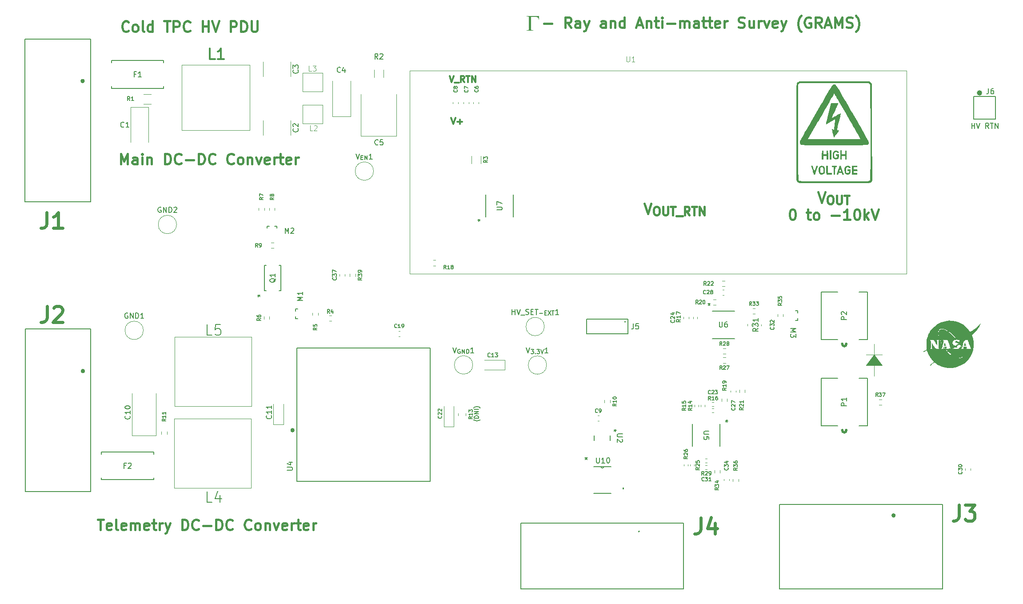
<source format=gbr>
%TF.GenerationSoftware,KiCad,Pcbnew,9.0.3*%
%TF.CreationDate,2025-09-16T12:03:33-04:00*%
%TF.ProjectId,6_COLD_TPC_HV,365f434f-4c44-45f5-9450-435f48562e6b,rev?*%
%TF.SameCoordinates,Original*%
%TF.FileFunction,Legend,Top*%
%TF.FilePolarity,Positive*%
%FSLAX46Y46*%
G04 Gerber Fmt 4.6, Leading zero omitted, Abs format (unit mm)*
G04 Created by KiCad (PCBNEW 9.0.3) date 2025-09-16 12:03:33*
%MOMM*%
%LPD*%
G01*
G04 APERTURE LIST*
%ADD10C,0.100000*%
%ADD11C,0.150000*%
%ADD12C,0.300000*%
%ADD13C,0.400000*%
%ADD14C,0.600000*%
%ADD15C,0.200000*%
%ADD16C,0.120000*%
%ADD17C,0.152400*%
%ADD18C,0.508000*%
%ADD19C,0.000000*%
%ADD20C,0.127000*%
G04 APERTURE END LIST*
D10*
X245709440Y-123057920D02*
X245709440Y-121025920D01*
X247233440Y-125089920D02*
X244185440Y-125089920D01*
X245709440Y-123057920D01*
X247233440Y-125089920D01*
G36*
X247233440Y-125089920D02*
G01*
X244185440Y-125089920D01*
X245709440Y-123057920D01*
X247233440Y-125089920D01*
G37*
X245709440Y-127121920D02*
X245709440Y-125089920D01*
X244185440Y-123057920D02*
X247233440Y-123057920D01*
D11*
X170639057Y-135412268D02*
X170600961Y-135450363D01*
X170600961Y-135450363D02*
X170486676Y-135526554D01*
X170486676Y-135526554D02*
X170410485Y-135564649D01*
X170410485Y-135564649D02*
X170296200Y-135602744D01*
X170296200Y-135602744D02*
X170105723Y-135640839D01*
X170105723Y-135640839D02*
X169953342Y-135640839D01*
X169953342Y-135640839D02*
X169762866Y-135602744D01*
X169762866Y-135602744D02*
X169648580Y-135564649D01*
X169648580Y-135564649D02*
X169572390Y-135526554D01*
X169572390Y-135526554D02*
X169458104Y-135450363D01*
X169458104Y-135450363D02*
X169420009Y-135412268D01*
X170334295Y-135107506D02*
X169534295Y-135107506D01*
X169534295Y-135107506D02*
X169534295Y-134917030D01*
X169534295Y-134917030D02*
X169572390Y-134802744D01*
X169572390Y-134802744D02*
X169648580Y-134726554D01*
X169648580Y-134726554D02*
X169724771Y-134688459D01*
X169724771Y-134688459D02*
X169877152Y-134650363D01*
X169877152Y-134650363D02*
X169991438Y-134650363D01*
X169991438Y-134650363D02*
X170143819Y-134688459D01*
X170143819Y-134688459D02*
X170220009Y-134726554D01*
X170220009Y-134726554D02*
X170296200Y-134802744D01*
X170296200Y-134802744D02*
X170334295Y-134917030D01*
X170334295Y-134917030D02*
X170334295Y-135107506D01*
X170334295Y-134307506D02*
X169534295Y-134307506D01*
X169534295Y-134307506D02*
X170334295Y-133850363D01*
X170334295Y-133850363D02*
X169534295Y-133850363D01*
X170334295Y-133469411D02*
X169534295Y-133469411D01*
X170639057Y-133164650D02*
X170600961Y-133126555D01*
X170600961Y-133126555D02*
X170486676Y-133050364D01*
X170486676Y-133050364D02*
X170410485Y-133012269D01*
X170410485Y-133012269D02*
X170296200Y-132974174D01*
X170296200Y-132974174D02*
X170105723Y-132936078D01*
X170105723Y-132936078D02*
X169953342Y-132936078D01*
X169953342Y-132936078D02*
X169762866Y-132974174D01*
X169762866Y-132974174D02*
X169648580Y-133012269D01*
X169648580Y-133012269D02*
X169572390Y-133050364D01*
X169572390Y-133050364D02*
X169458104Y-133126555D01*
X169458104Y-133126555D02*
X169420009Y-133164650D01*
D12*
X165131653Y-77932542D02*
X165531653Y-79132542D01*
X165531653Y-79132542D02*
X165931653Y-77932542D01*
X166331653Y-78675400D02*
X167245939Y-78675400D01*
X166788796Y-79132542D02*
X166788796Y-78218257D01*
D13*
X103652204Y-61303961D02*
X103556966Y-61399200D01*
X103556966Y-61399200D02*
X103271252Y-61494438D01*
X103271252Y-61494438D02*
X103080776Y-61494438D01*
X103080776Y-61494438D02*
X102795061Y-61399200D01*
X102795061Y-61399200D02*
X102604585Y-61208723D01*
X102604585Y-61208723D02*
X102509347Y-61018247D01*
X102509347Y-61018247D02*
X102414109Y-60637295D01*
X102414109Y-60637295D02*
X102414109Y-60351580D01*
X102414109Y-60351580D02*
X102509347Y-59970628D01*
X102509347Y-59970628D02*
X102604585Y-59780152D01*
X102604585Y-59780152D02*
X102795061Y-59589676D01*
X102795061Y-59589676D02*
X103080776Y-59494438D01*
X103080776Y-59494438D02*
X103271252Y-59494438D01*
X103271252Y-59494438D02*
X103556966Y-59589676D01*
X103556966Y-59589676D02*
X103652204Y-59684914D01*
X104795061Y-61494438D02*
X104604585Y-61399200D01*
X104604585Y-61399200D02*
X104509347Y-61303961D01*
X104509347Y-61303961D02*
X104414109Y-61113485D01*
X104414109Y-61113485D02*
X104414109Y-60542057D01*
X104414109Y-60542057D02*
X104509347Y-60351580D01*
X104509347Y-60351580D02*
X104604585Y-60256342D01*
X104604585Y-60256342D02*
X104795061Y-60161104D01*
X104795061Y-60161104D02*
X105080776Y-60161104D01*
X105080776Y-60161104D02*
X105271252Y-60256342D01*
X105271252Y-60256342D02*
X105366490Y-60351580D01*
X105366490Y-60351580D02*
X105461728Y-60542057D01*
X105461728Y-60542057D02*
X105461728Y-61113485D01*
X105461728Y-61113485D02*
X105366490Y-61303961D01*
X105366490Y-61303961D02*
X105271252Y-61399200D01*
X105271252Y-61399200D02*
X105080776Y-61494438D01*
X105080776Y-61494438D02*
X104795061Y-61494438D01*
X106604585Y-61494438D02*
X106414109Y-61399200D01*
X106414109Y-61399200D02*
X106318871Y-61208723D01*
X106318871Y-61208723D02*
X106318871Y-59494438D01*
X108223633Y-61494438D02*
X108223633Y-59494438D01*
X108223633Y-61399200D02*
X108033157Y-61494438D01*
X108033157Y-61494438D02*
X107652204Y-61494438D01*
X107652204Y-61494438D02*
X107461728Y-61399200D01*
X107461728Y-61399200D02*
X107366490Y-61303961D01*
X107366490Y-61303961D02*
X107271252Y-61113485D01*
X107271252Y-61113485D02*
X107271252Y-60542057D01*
X107271252Y-60542057D02*
X107366490Y-60351580D01*
X107366490Y-60351580D02*
X107461728Y-60256342D01*
X107461728Y-60256342D02*
X107652204Y-60161104D01*
X107652204Y-60161104D02*
X108033157Y-60161104D01*
X108033157Y-60161104D02*
X108223633Y-60256342D01*
X110414110Y-59494438D02*
X111556967Y-59494438D01*
X110985538Y-61494438D02*
X110985538Y-59494438D01*
X112223634Y-61494438D02*
X112223634Y-59494438D01*
X112223634Y-59494438D02*
X112985539Y-59494438D01*
X112985539Y-59494438D02*
X113176015Y-59589676D01*
X113176015Y-59589676D02*
X113271253Y-59684914D01*
X113271253Y-59684914D02*
X113366491Y-59875390D01*
X113366491Y-59875390D02*
X113366491Y-60161104D01*
X113366491Y-60161104D02*
X113271253Y-60351580D01*
X113271253Y-60351580D02*
X113176015Y-60446819D01*
X113176015Y-60446819D02*
X112985539Y-60542057D01*
X112985539Y-60542057D02*
X112223634Y-60542057D01*
X115366491Y-61303961D02*
X115271253Y-61399200D01*
X115271253Y-61399200D02*
X114985539Y-61494438D01*
X114985539Y-61494438D02*
X114795063Y-61494438D01*
X114795063Y-61494438D02*
X114509348Y-61399200D01*
X114509348Y-61399200D02*
X114318872Y-61208723D01*
X114318872Y-61208723D02*
X114223634Y-61018247D01*
X114223634Y-61018247D02*
X114128396Y-60637295D01*
X114128396Y-60637295D02*
X114128396Y-60351580D01*
X114128396Y-60351580D02*
X114223634Y-59970628D01*
X114223634Y-59970628D02*
X114318872Y-59780152D01*
X114318872Y-59780152D02*
X114509348Y-59589676D01*
X114509348Y-59589676D02*
X114795063Y-59494438D01*
X114795063Y-59494438D02*
X114985539Y-59494438D01*
X114985539Y-59494438D02*
X115271253Y-59589676D01*
X115271253Y-59589676D02*
X115366491Y-59684914D01*
X117747444Y-61494438D02*
X117747444Y-59494438D01*
X117747444Y-60446819D02*
X118890301Y-60446819D01*
X118890301Y-61494438D02*
X118890301Y-59494438D01*
X119556968Y-59494438D02*
X120223634Y-61494438D01*
X120223634Y-61494438D02*
X120890301Y-59494438D01*
X123080778Y-61494438D02*
X123080778Y-59494438D01*
X123080778Y-59494438D02*
X123842683Y-59494438D01*
X123842683Y-59494438D02*
X124033159Y-59589676D01*
X124033159Y-59589676D02*
X124128397Y-59684914D01*
X124128397Y-59684914D02*
X124223635Y-59875390D01*
X124223635Y-59875390D02*
X124223635Y-60161104D01*
X124223635Y-60161104D02*
X124128397Y-60351580D01*
X124128397Y-60351580D02*
X124033159Y-60446819D01*
X124033159Y-60446819D02*
X123842683Y-60542057D01*
X123842683Y-60542057D02*
X123080778Y-60542057D01*
X125080778Y-61494438D02*
X125080778Y-59494438D01*
X125080778Y-59494438D02*
X125556968Y-59494438D01*
X125556968Y-59494438D02*
X125842683Y-59589676D01*
X125842683Y-59589676D02*
X126033159Y-59780152D01*
X126033159Y-59780152D02*
X126128397Y-59970628D01*
X126128397Y-59970628D02*
X126223635Y-60351580D01*
X126223635Y-60351580D02*
X126223635Y-60637295D01*
X126223635Y-60637295D02*
X126128397Y-61018247D01*
X126128397Y-61018247D02*
X126033159Y-61208723D01*
X126033159Y-61208723D02*
X125842683Y-61399200D01*
X125842683Y-61399200D02*
X125556968Y-61494438D01*
X125556968Y-61494438D02*
X125080778Y-61494438D01*
X127080778Y-59494438D02*
X127080778Y-61113485D01*
X127080778Y-61113485D02*
X127176016Y-61303961D01*
X127176016Y-61303961D02*
X127271254Y-61399200D01*
X127271254Y-61399200D02*
X127461730Y-61494438D01*
X127461730Y-61494438D02*
X127842683Y-61494438D01*
X127842683Y-61494438D02*
X128033159Y-61399200D01*
X128033159Y-61399200D02*
X128128397Y-61303961D01*
X128128397Y-61303961D02*
X128223635Y-61113485D01*
X128223635Y-61113485D02*
X128223635Y-59494438D01*
X201910476Y-94224438D02*
X202577142Y-96224438D01*
X202577142Y-96224438D02*
X203243809Y-94224438D01*
X204120000Y-94845390D02*
X204424762Y-94845390D01*
X204424762Y-94845390D02*
X204577143Y-94921580D01*
X204577143Y-94921580D02*
X204729524Y-95073961D01*
X204729524Y-95073961D02*
X204805714Y-95378723D01*
X204805714Y-95378723D02*
X204805714Y-95912057D01*
X204805714Y-95912057D02*
X204729524Y-96216819D01*
X204729524Y-96216819D02*
X204577143Y-96369200D01*
X204577143Y-96369200D02*
X204424762Y-96445390D01*
X204424762Y-96445390D02*
X204120000Y-96445390D01*
X204120000Y-96445390D02*
X203967619Y-96369200D01*
X203967619Y-96369200D02*
X203815238Y-96216819D01*
X203815238Y-96216819D02*
X203739047Y-95912057D01*
X203739047Y-95912057D02*
X203739047Y-95378723D01*
X203739047Y-95378723D02*
X203815238Y-95073961D01*
X203815238Y-95073961D02*
X203967619Y-94921580D01*
X203967619Y-94921580D02*
X204120000Y-94845390D01*
X205491428Y-94845390D02*
X205491428Y-96140628D01*
X205491428Y-96140628D02*
X205567618Y-96293009D01*
X205567618Y-96293009D02*
X205643809Y-96369200D01*
X205643809Y-96369200D02*
X205796190Y-96445390D01*
X205796190Y-96445390D02*
X206100952Y-96445390D01*
X206100952Y-96445390D02*
X206253333Y-96369200D01*
X206253333Y-96369200D02*
X206329523Y-96293009D01*
X206329523Y-96293009D02*
X206405714Y-96140628D01*
X206405714Y-96140628D02*
X206405714Y-94845390D01*
X206939046Y-94845390D02*
X207853332Y-94845390D01*
X207396189Y-96445390D02*
X207396189Y-94845390D01*
X208005714Y-96597771D02*
X209224761Y-96597771D01*
X210520000Y-96445390D02*
X209986666Y-95683485D01*
X209605714Y-96445390D02*
X209605714Y-94845390D01*
X209605714Y-94845390D02*
X210215238Y-94845390D01*
X210215238Y-94845390D02*
X210367619Y-94921580D01*
X210367619Y-94921580D02*
X210443809Y-94997771D01*
X210443809Y-94997771D02*
X210520000Y-95150152D01*
X210520000Y-95150152D02*
X210520000Y-95378723D01*
X210520000Y-95378723D02*
X210443809Y-95531104D01*
X210443809Y-95531104D02*
X210367619Y-95607295D01*
X210367619Y-95607295D02*
X210215238Y-95683485D01*
X210215238Y-95683485D02*
X209605714Y-95683485D01*
X210977142Y-94845390D02*
X211891428Y-94845390D01*
X211434285Y-96445390D02*
X211434285Y-94845390D01*
X212424762Y-96445390D02*
X212424762Y-94845390D01*
X212424762Y-94845390D02*
X213339048Y-96445390D01*
X213339048Y-96445390D02*
X213339048Y-94845390D01*
D14*
G36*
X181859394Y-58519769D02*
G01*
X181882292Y-59199741D01*
X181795097Y-59199741D01*
X181765173Y-59021863D01*
X181715667Y-58899036D01*
X181650933Y-58817074D01*
X181562434Y-58761390D01*
X181426903Y-58722535D01*
X181226500Y-58707348D01*
X180338982Y-58707348D01*
X180338982Y-60905533D01*
X180348819Y-61021075D01*
X180374359Y-61100997D01*
X180411889Y-61154844D01*
X180465671Y-61192636D01*
X180544343Y-61218161D01*
X180656803Y-61227934D01*
X180773307Y-61227934D01*
X180773307Y-61310000D01*
X179521807Y-61310000D01*
X179521807Y-61227934D01*
X179599476Y-61227934D01*
X179716022Y-61217950D01*
X179797228Y-61191937D01*
X179852451Y-61153562D01*
X179891376Y-61098685D01*
X179917559Y-61018944D01*
X179927555Y-60905533D01*
X179927555Y-58924235D01*
X179917658Y-58810734D01*
X179891769Y-58731074D01*
X179853367Y-58676390D01*
X179798750Y-58638031D01*
X179717405Y-58611907D01*
X179599476Y-58601835D01*
X179521807Y-58601835D01*
X179521807Y-58519769D01*
X181859394Y-58519769D01*
G37*
D13*
X235027619Y-92094550D02*
X235694285Y-94094550D01*
X235694285Y-94094550D02*
X236360952Y-92094550D01*
X237237143Y-92715502D02*
X237541905Y-92715502D01*
X237541905Y-92715502D02*
X237694286Y-92791692D01*
X237694286Y-92791692D02*
X237846667Y-92944073D01*
X237846667Y-92944073D02*
X237922857Y-93248835D01*
X237922857Y-93248835D02*
X237922857Y-93782169D01*
X237922857Y-93782169D02*
X237846667Y-94086931D01*
X237846667Y-94086931D02*
X237694286Y-94239312D01*
X237694286Y-94239312D02*
X237541905Y-94315502D01*
X237541905Y-94315502D02*
X237237143Y-94315502D01*
X237237143Y-94315502D02*
X237084762Y-94239312D01*
X237084762Y-94239312D02*
X236932381Y-94086931D01*
X236932381Y-94086931D02*
X236856190Y-93782169D01*
X236856190Y-93782169D02*
X236856190Y-93248835D01*
X236856190Y-93248835D02*
X236932381Y-92944073D01*
X236932381Y-92944073D02*
X237084762Y-92791692D01*
X237084762Y-92791692D02*
X237237143Y-92715502D01*
X238608571Y-92715502D02*
X238608571Y-94010740D01*
X238608571Y-94010740D02*
X238684761Y-94163121D01*
X238684761Y-94163121D02*
X238760952Y-94239312D01*
X238760952Y-94239312D02*
X238913333Y-94315502D01*
X238913333Y-94315502D02*
X239218095Y-94315502D01*
X239218095Y-94315502D02*
X239370476Y-94239312D01*
X239370476Y-94239312D02*
X239446666Y-94163121D01*
X239446666Y-94163121D02*
X239522857Y-94010740D01*
X239522857Y-94010740D02*
X239522857Y-92715502D01*
X240056189Y-92715502D02*
X240970475Y-92715502D01*
X240513332Y-94315502D02*
X240513332Y-92715502D01*
X230075237Y-95314438D02*
X230265714Y-95314438D01*
X230265714Y-95314438D02*
X230456190Y-95409676D01*
X230456190Y-95409676D02*
X230551428Y-95504914D01*
X230551428Y-95504914D02*
X230646666Y-95695390D01*
X230646666Y-95695390D02*
X230741904Y-96076342D01*
X230741904Y-96076342D02*
X230741904Y-96552533D01*
X230741904Y-96552533D02*
X230646666Y-96933485D01*
X230646666Y-96933485D02*
X230551428Y-97123961D01*
X230551428Y-97123961D02*
X230456190Y-97219200D01*
X230456190Y-97219200D02*
X230265714Y-97314438D01*
X230265714Y-97314438D02*
X230075237Y-97314438D01*
X230075237Y-97314438D02*
X229884761Y-97219200D01*
X229884761Y-97219200D02*
X229789523Y-97123961D01*
X229789523Y-97123961D02*
X229694285Y-96933485D01*
X229694285Y-96933485D02*
X229599047Y-96552533D01*
X229599047Y-96552533D02*
X229599047Y-96076342D01*
X229599047Y-96076342D02*
X229694285Y-95695390D01*
X229694285Y-95695390D02*
X229789523Y-95504914D01*
X229789523Y-95504914D02*
X229884761Y-95409676D01*
X229884761Y-95409676D02*
X230075237Y-95314438D01*
X232837143Y-95981104D02*
X233599047Y-95981104D01*
X233122857Y-95314438D02*
X233122857Y-97028723D01*
X233122857Y-97028723D02*
X233218095Y-97219200D01*
X233218095Y-97219200D02*
X233408571Y-97314438D01*
X233408571Y-97314438D02*
X233599047Y-97314438D01*
X234551428Y-97314438D02*
X234360952Y-97219200D01*
X234360952Y-97219200D02*
X234265714Y-97123961D01*
X234265714Y-97123961D02*
X234170476Y-96933485D01*
X234170476Y-96933485D02*
X234170476Y-96362057D01*
X234170476Y-96362057D02*
X234265714Y-96171580D01*
X234265714Y-96171580D02*
X234360952Y-96076342D01*
X234360952Y-96076342D02*
X234551428Y-95981104D01*
X234551428Y-95981104D02*
X234837143Y-95981104D01*
X234837143Y-95981104D02*
X235027619Y-96076342D01*
X235027619Y-96076342D02*
X235122857Y-96171580D01*
X235122857Y-96171580D02*
X235218095Y-96362057D01*
X235218095Y-96362057D02*
X235218095Y-96933485D01*
X235218095Y-96933485D02*
X235122857Y-97123961D01*
X235122857Y-97123961D02*
X235027619Y-97219200D01*
X235027619Y-97219200D02*
X234837143Y-97314438D01*
X234837143Y-97314438D02*
X234551428Y-97314438D01*
X237599048Y-96552533D02*
X239122858Y-96552533D01*
X241122857Y-97314438D02*
X239980000Y-97314438D01*
X240551428Y-97314438D02*
X240551428Y-95314438D01*
X240551428Y-95314438D02*
X240360952Y-95600152D01*
X240360952Y-95600152D02*
X240170476Y-95790628D01*
X240170476Y-95790628D02*
X239980000Y-95885866D01*
X242360952Y-95314438D02*
X242551429Y-95314438D01*
X242551429Y-95314438D02*
X242741905Y-95409676D01*
X242741905Y-95409676D02*
X242837143Y-95504914D01*
X242837143Y-95504914D02*
X242932381Y-95695390D01*
X242932381Y-95695390D02*
X243027619Y-96076342D01*
X243027619Y-96076342D02*
X243027619Y-96552533D01*
X243027619Y-96552533D02*
X242932381Y-96933485D01*
X242932381Y-96933485D02*
X242837143Y-97123961D01*
X242837143Y-97123961D02*
X242741905Y-97219200D01*
X242741905Y-97219200D02*
X242551429Y-97314438D01*
X242551429Y-97314438D02*
X242360952Y-97314438D01*
X242360952Y-97314438D02*
X242170476Y-97219200D01*
X242170476Y-97219200D02*
X242075238Y-97123961D01*
X242075238Y-97123961D02*
X241980000Y-96933485D01*
X241980000Y-96933485D02*
X241884762Y-96552533D01*
X241884762Y-96552533D02*
X241884762Y-96076342D01*
X241884762Y-96076342D02*
X241980000Y-95695390D01*
X241980000Y-95695390D02*
X242075238Y-95504914D01*
X242075238Y-95504914D02*
X242170476Y-95409676D01*
X242170476Y-95409676D02*
X242360952Y-95314438D01*
X243884762Y-97314438D02*
X243884762Y-95314438D01*
X244075238Y-96552533D02*
X244646667Y-97314438D01*
X244646667Y-95981104D02*
X243884762Y-96743009D01*
X245218096Y-95314438D02*
X245884762Y-97314438D01*
X245884762Y-97314438D02*
X246551429Y-95314438D01*
X182829347Y-60002533D02*
X184353157Y-60002533D01*
X187972204Y-60764438D02*
X187305537Y-59812057D01*
X186829347Y-60764438D02*
X186829347Y-58764438D01*
X186829347Y-58764438D02*
X187591252Y-58764438D01*
X187591252Y-58764438D02*
X187781728Y-58859676D01*
X187781728Y-58859676D02*
X187876966Y-58954914D01*
X187876966Y-58954914D02*
X187972204Y-59145390D01*
X187972204Y-59145390D02*
X187972204Y-59431104D01*
X187972204Y-59431104D02*
X187876966Y-59621580D01*
X187876966Y-59621580D02*
X187781728Y-59716819D01*
X187781728Y-59716819D02*
X187591252Y-59812057D01*
X187591252Y-59812057D02*
X186829347Y-59812057D01*
X189686490Y-60764438D02*
X189686490Y-59716819D01*
X189686490Y-59716819D02*
X189591252Y-59526342D01*
X189591252Y-59526342D02*
X189400776Y-59431104D01*
X189400776Y-59431104D02*
X189019823Y-59431104D01*
X189019823Y-59431104D02*
X188829347Y-59526342D01*
X189686490Y-60669200D02*
X189496014Y-60764438D01*
X189496014Y-60764438D02*
X189019823Y-60764438D01*
X189019823Y-60764438D02*
X188829347Y-60669200D01*
X188829347Y-60669200D02*
X188734109Y-60478723D01*
X188734109Y-60478723D02*
X188734109Y-60288247D01*
X188734109Y-60288247D02*
X188829347Y-60097771D01*
X188829347Y-60097771D02*
X189019823Y-60002533D01*
X189019823Y-60002533D02*
X189496014Y-60002533D01*
X189496014Y-60002533D02*
X189686490Y-59907295D01*
X190448395Y-59431104D02*
X190924585Y-60764438D01*
X191400776Y-59431104D02*
X190924585Y-60764438D01*
X190924585Y-60764438D02*
X190734109Y-61240628D01*
X190734109Y-61240628D02*
X190638871Y-61335866D01*
X190638871Y-61335866D02*
X190448395Y-61431104D01*
X194543634Y-60764438D02*
X194543634Y-59716819D01*
X194543634Y-59716819D02*
X194448396Y-59526342D01*
X194448396Y-59526342D02*
X194257920Y-59431104D01*
X194257920Y-59431104D02*
X193876967Y-59431104D01*
X193876967Y-59431104D02*
X193686491Y-59526342D01*
X194543634Y-60669200D02*
X194353158Y-60764438D01*
X194353158Y-60764438D02*
X193876967Y-60764438D01*
X193876967Y-60764438D02*
X193686491Y-60669200D01*
X193686491Y-60669200D02*
X193591253Y-60478723D01*
X193591253Y-60478723D02*
X193591253Y-60288247D01*
X193591253Y-60288247D02*
X193686491Y-60097771D01*
X193686491Y-60097771D02*
X193876967Y-60002533D01*
X193876967Y-60002533D02*
X194353158Y-60002533D01*
X194353158Y-60002533D02*
X194543634Y-59907295D01*
X195496015Y-59431104D02*
X195496015Y-60764438D01*
X195496015Y-59621580D02*
X195591253Y-59526342D01*
X195591253Y-59526342D02*
X195781729Y-59431104D01*
X195781729Y-59431104D02*
X196067444Y-59431104D01*
X196067444Y-59431104D02*
X196257920Y-59526342D01*
X196257920Y-59526342D02*
X196353158Y-59716819D01*
X196353158Y-59716819D02*
X196353158Y-60764438D01*
X198162682Y-60764438D02*
X198162682Y-58764438D01*
X198162682Y-60669200D02*
X197972206Y-60764438D01*
X197972206Y-60764438D02*
X197591253Y-60764438D01*
X197591253Y-60764438D02*
X197400777Y-60669200D01*
X197400777Y-60669200D02*
X197305539Y-60573961D01*
X197305539Y-60573961D02*
X197210301Y-60383485D01*
X197210301Y-60383485D02*
X197210301Y-59812057D01*
X197210301Y-59812057D02*
X197305539Y-59621580D01*
X197305539Y-59621580D02*
X197400777Y-59526342D01*
X197400777Y-59526342D02*
X197591253Y-59431104D01*
X197591253Y-59431104D02*
X197972206Y-59431104D01*
X197972206Y-59431104D02*
X198162682Y-59526342D01*
X200543635Y-60193009D02*
X201496016Y-60193009D01*
X200353159Y-60764438D02*
X201019825Y-58764438D01*
X201019825Y-58764438D02*
X201686492Y-60764438D01*
X202353159Y-59431104D02*
X202353159Y-60764438D01*
X202353159Y-59621580D02*
X202448397Y-59526342D01*
X202448397Y-59526342D02*
X202638873Y-59431104D01*
X202638873Y-59431104D02*
X202924588Y-59431104D01*
X202924588Y-59431104D02*
X203115064Y-59526342D01*
X203115064Y-59526342D02*
X203210302Y-59716819D01*
X203210302Y-59716819D02*
X203210302Y-60764438D01*
X203876969Y-59431104D02*
X204638873Y-59431104D01*
X204162683Y-58764438D02*
X204162683Y-60478723D01*
X204162683Y-60478723D02*
X204257921Y-60669200D01*
X204257921Y-60669200D02*
X204448397Y-60764438D01*
X204448397Y-60764438D02*
X204638873Y-60764438D01*
X205305540Y-60764438D02*
X205305540Y-59431104D01*
X205305540Y-58764438D02*
X205210302Y-58859676D01*
X205210302Y-58859676D02*
X205305540Y-58954914D01*
X205305540Y-58954914D02*
X205400778Y-58859676D01*
X205400778Y-58859676D02*
X205305540Y-58764438D01*
X205305540Y-58764438D02*
X205305540Y-58954914D01*
X206257921Y-60002533D02*
X207781731Y-60002533D01*
X208734111Y-60764438D02*
X208734111Y-59431104D01*
X208734111Y-59621580D02*
X208829349Y-59526342D01*
X208829349Y-59526342D02*
X209019825Y-59431104D01*
X209019825Y-59431104D02*
X209305540Y-59431104D01*
X209305540Y-59431104D02*
X209496016Y-59526342D01*
X209496016Y-59526342D02*
X209591254Y-59716819D01*
X209591254Y-59716819D02*
X209591254Y-60764438D01*
X209591254Y-59716819D02*
X209686492Y-59526342D01*
X209686492Y-59526342D02*
X209876968Y-59431104D01*
X209876968Y-59431104D02*
X210162682Y-59431104D01*
X210162682Y-59431104D02*
X210353159Y-59526342D01*
X210353159Y-59526342D02*
X210448397Y-59716819D01*
X210448397Y-59716819D02*
X210448397Y-60764438D01*
X212257921Y-60764438D02*
X212257921Y-59716819D01*
X212257921Y-59716819D02*
X212162683Y-59526342D01*
X212162683Y-59526342D02*
X211972207Y-59431104D01*
X211972207Y-59431104D02*
X211591254Y-59431104D01*
X211591254Y-59431104D02*
X211400778Y-59526342D01*
X212257921Y-60669200D02*
X212067445Y-60764438D01*
X212067445Y-60764438D02*
X211591254Y-60764438D01*
X211591254Y-60764438D02*
X211400778Y-60669200D01*
X211400778Y-60669200D02*
X211305540Y-60478723D01*
X211305540Y-60478723D02*
X211305540Y-60288247D01*
X211305540Y-60288247D02*
X211400778Y-60097771D01*
X211400778Y-60097771D02*
X211591254Y-60002533D01*
X211591254Y-60002533D02*
X212067445Y-60002533D01*
X212067445Y-60002533D02*
X212257921Y-59907295D01*
X212924588Y-59431104D02*
X213686492Y-59431104D01*
X213210302Y-58764438D02*
X213210302Y-60478723D01*
X213210302Y-60478723D02*
X213305540Y-60669200D01*
X213305540Y-60669200D02*
X213496016Y-60764438D01*
X213496016Y-60764438D02*
X213686492Y-60764438D01*
X214067445Y-59431104D02*
X214829349Y-59431104D01*
X214353159Y-58764438D02*
X214353159Y-60478723D01*
X214353159Y-60478723D02*
X214448397Y-60669200D01*
X214448397Y-60669200D02*
X214638873Y-60764438D01*
X214638873Y-60764438D02*
X214829349Y-60764438D01*
X216257921Y-60669200D02*
X216067445Y-60764438D01*
X216067445Y-60764438D02*
X215686492Y-60764438D01*
X215686492Y-60764438D02*
X215496016Y-60669200D01*
X215496016Y-60669200D02*
X215400778Y-60478723D01*
X215400778Y-60478723D02*
X215400778Y-59716819D01*
X215400778Y-59716819D02*
X215496016Y-59526342D01*
X215496016Y-59526342D02*
X215686492Y-59431104D01*
X215686492Y-59431104D02*
X216067445Y-59431104D01*
X216067445Y-59431104D02*
X216257921Y-59526342D01*
X216257921Y-59526342D02*
X216353159Y-59716819D01*
X216353159Y-59716819D02*
X216353159Y-59907295D01*
X216353159Y-59907295D02*
X215400778Y-60097771D01*
X217210302Y-60764438D02*
X217210302Y-59431104D01*
X217210302Y-59812057D02*
X217305540Y-59621580D01*
X217305540Y-59621580D02*
X217400778Y-59526342D01*
X217400778Y-59526342D02*
X217591254Y-59431104D01*
X217591254Y-59431104D02*
X217781731Y-59431104D01*
X219876969Y-60669200D02*
X220162683Y-60764438D01*
X220162683Y-60764438D02*
X220638874Y-60764438D01*
X220638874Y-60764438D02*
X220829350Y-60669200D01*
X220829350Y-60669200D02*
X220924588Y-60573961D01*
X220924588Y-60573961D02*
X221019826Y-60383485D01*
X221019826Y-60383485D02*
X221019826Y-60193009D01*
X221019826Y-60193009D02*
X220924588Y-60002533D01*
X220924588Y-60002533D02*
X220829350Y-59907295D01*
X220829350Y-59907295D02*
X220638874Y-59812057D01*
X220638874Y-59812057D02*
X220257921Y-59716819D01*
X220257921Y-59716819D02*
X220067445Y-59621580D01*
X220067445Y-59621580D02*
X219972207Y-59526342D01*
X219972207Y-59526342D02*
X219876969Y-59335866D01*
X219876969Y-59335866D02*
X219876969Y-59145390D01*
X219876969Y-59145390D02*
X219972207Y-58954914D01*
X219972207Y-58954914D02*
X220067445Y-58859676D01*
X220067445Y-58859676D02*
X220257921Y-58764438D01*
X220257921Y-58764438D02*
X220734112Y-58764438D01*
X220734112Y-58764438D02*
X221019826Y-58859676D01*
X222734112Y-59431104D02*
X222734112Y-60764438D01*
X221876969Y-59431104D02*
X221876969Y-60478723D01*
X221876969Y-60478723D02*
X221972207Y-60669200D01*
X221972207Y-60669200D02*
X222162683Y-60764438D01*
X222162683Y-60764438D02*
X222448398Y-60764438D01*
X222448398Y-60764438D02*
X222638874Y-60669200D01*
X222638874Y-60669200D02*
X222734112Y-60573961D01*
X223686493Y-60764438D02*
X223686493Y-59431104D01*
X223686493Y-59812057D02*
X223781731Y-59621580D01*
X223781731Y-59621580D02*
X223876969Y-59526342D01*
X223876969Y-59526342D02*
X224067445Y-59431104D01*
X224067445Y-59431104D02*
X224257922Y-59431104D01*
X224734112Y-59431104D02*
X225210302Y-60764438D01*
X225210302Y-60764438D02*
X225686493Y-59431104D01*
X227210303Y-60669200D02*
X227019827Y-60764438D01*
X227019827Y-60764438D02*
X226638874Y-60764438D01*
X226638874Y-60764438D02*
X226448398Y-60669200D01*
X226448398Y-60669200D02*
X226353160Y-60478723D01*
X226353160Y-60478723D02*
X226353160Y-59716819D01*
X226353160Y-59716819D02*
X226448398Y-59526342D01*
X226448398Y-59526342D02*
X226638874Y-59431104D01*
X226638874Y-59431104D02*
X227019827Y-59431104D01*
X227019827Y-59431104D02*
X227210303Y-59526342D01*
X227210303Y-59526342D02*
X227305541Y-59716819D01*
X227305541Y-59716819D02*
X227305541Y-59907295D01*
X227305541Y-59907295D02*
X226353160Y-60097771D01*
X227972208Y-59431104D02*
X228448398Y-60764438D01*
X228924589Y-59431104D02*
X228448398Y-60764438D01*
X228448398Y-60764438D02*
X228257922Y-61240628D01*
X228257922Y-61240628D02*
X228162684Y-61335866D01*
X228162684Y-61335866D02*
X227972208Y-61431104D01*
X231781733Y-61526342D02*
X231686494Y-61431104D01*
X231686494Y-61431104D02*
X231496018Y-61145390D01*
X231496018Y-61145390D02*
X231400780Y-60954914D01*
X231400780Y-60954914D02*
X231305542Y-60669200D01*
X231305542Y-60669200D02*
X231210304Y-60193009D01*
X231210304Y-60193009D02*
X231210304Y-59812057D01*
X231210304Y-59812057D02*
X231305542Y-59335866D01*
X231305542Y-59335866D02*
X231400780Y-59050152D01*
X231400780Y-59050152D02*
X231496018Y-58859676D01*
X231496018Y-58859676D02*
X231686494Y-58573961D01*
X231686494Y-58573961D02*
X231781733Y-58478723D01*
X233591256Y-58859676D02*
X233400780Y-58764438D01*
X233400780Y-58764438D02*
X233115066Y-58764438D01*
X233115066Y-58764438D02*
X232829351Y-58859676D01*
X232829351Y-58859676D02*
X232638875Y-59050152D01*
X232638875Y-59050152D02*
X232543637Y-59240628D01*
X232543637Y-59240628D02*
X232448399Y-59621580D01*
X232448399Y-59621580D02*
X232448399Y-59907295D01*
X232448399Y-59907295D02*
X232543637Y-60288247D01*
X232543637Y-60288247D02*
X232638875Y-60478723D01*
X232638875Y-60478723D02*
X232829351Y-60669200D01*
X232829351Y-60669200D02*
X233115066Y-60764438D01*
X233115066Y-60764438D02*
X233305542Y-60764438D01*
X233305542Y-60764438D02*
X233591256Y-60669200D01*
X233591256Y-60669200D02*
X233686494Y-60573961D01*
X233686494Y-60573961D02*
X233686494Y-59907295D01*
X233686494Y-59907295D02*
X233305542Y-59907295D01*
X235686494Y-60764438D02*
X235019827Y-59812057D01*
X234543637Y-60764438D02*
X234543637Y-58764438D01*
X234543637Y-58764438D02*
X235305542Y-58764438D01*
X235305542Y-58764438D02*
X235496018Y-58859676D01*
X235496018Y-58859676D02*
X235591256Y-58954914D01*
X235591256Y-58954914D02*
X235686494Y-59145390D01*
X235686494Y-59145390D02*
X235686494Y-59431104D01*
X235686494Y-59431104D02*
X235591256Y-59621580D01*
X235591256Y-59621580D02*
X235496018Y-59716819D01*
X235496018Y-59716819D02*
X235305542Y-59812057D01*
X235305542Y-59812057D02*
X234543637Y-59812057D01*
X236448399Y-60193009D02*
X237400780Y-60193009D01*
X236257923Y-60764438D02*
X236924589Y-58764438D01*
X236924589Y-58764438D02*
X237591256Y-60764438D01*
X238257923Y-60764438D02*
X238257923Y-58764438D01*
X238257923Y-58764438D02*
X238924590Y-60193009D01*
X238924590Y-60193009D02*
X239591256Y-58764438D01*
X239591256Y-58764438D02*
X239591256Y-60764438D01*
X240448399Y-60669200D02*
X240734113Y-60764438D01*
X240734113Y-60764438D02*
X241210304Y-60764438D01*
X241210304Y-60764438D02*
X241400780Y-60669200D01*
X241400780Y-60669200D02*
X241496018Y-60573961D01*
X241496018Y-60573961D02*
X241591256Y-60383485D01*
X241591256Y-60383485D02*
X241591256Y-60193009D01*
X241591256Y-60193009D02*
X241496018Y-60002533D01*
X241496018Y-60002533D02*
X241400780Y-59907295D01*
X241400780Y-59907295D02*
X241210304Y-59812057D01*
X241210304Y-59812057D02*
X240829351Y-59716819D01*
X240829351Y-59716819D02*
X240638875Y-59621580D01*
X240638875Y-59621580D02*
X240543637Y-59526342D01*
X240543637Y-59526342D02*
X240448399Y-59335866D01*
X240448399Y-59335866D02*
X240448399Y-59145390D01*
X240448399Y-59145390D02*
X240543637Y-58954914D01*
X240543637Y-58954914D02*
X240638875Y-58859676D01*
X240638875Y-58859676D02*
X240829351Y-58764438D01*
X240829351Y-58764438D02*
X241305542Y-58764438D01*
X241305542Y-58764438D02*
X241591256Y-58859676D01*
X242257923Y-61526342D02*
X242353161Y-61431104D01*
X242353161Y-61431104D02*
X242543637Y-61145390D01*
X242543637Y-61145390D02*
X242638875Y-60954914D01*
X242638875Y-60954914D02*
X242734113Y-60669200D01*
X242734113Y-60669200D02*
X242829351Y-60193009D01*
X242829351Y-60193009D02*
X242829351Y-59812057D01*
X242829351Y-59812057D02*
X242734113Y-59335866D01*
X242734113Y-59335866D02*
X242638875Y-59050152D01*
X242638875Y-59050152D02*
X242543637Y-58859676D01*
X242543637Y-58859676D02*
X242353161Y-58573961D01*
X242353161Y-58573961D02*
X242257923Y-58478723D01*
X97773633Y-154424438D02*
X98916490Y-154424438D01*
X98345061Y-156424438D02*
X98345061Y-154424438D01*
X100345062Y-156329200D02*
X100154586Y-156424438D01*
X100154586Y-156424438D02*
X99773633Y-156424438D01*
X99773633Y-156424438D02*
X99583157Y-156329200D01*
X99583157Y-156329200D02*
X99487919Y-156138723D01*
X99487919Y-156138723D02*
X99487919Y-155376819D01*
X99487919Y-155376819D02*
X99583157Y-155186342D01*
X99583157Y-155186342D02*
X99773633Y-155091104D01*
X99773633Y-155091104D02*
X100154586Y-155091104D01*
X100154586Y-155091104D02*
X100345062Y-155186342D01*
X100345062Y-155186342D02*
X100440300Y-155376819D01*
X100440300Y-155376819D02*
X100440300Y-155567295D01*
X100440300Y-155567295D02*
X99487919Y-155757771D01*
X101583157Y-156424438D02*
X101392681Y-156329200D01*
X101392681Y-156329200D02*
X101297443Y-156138723D01*
X101297443Y-156138723D02*
X101297443Y-154424438D01*
X103106967Y-156329200D02*
X102916491Y-156424438D01*
X102916491Y-156424438D02*
X102535538Y-156424438D01*
X102535538Y-156424438D02*
X102345062Y-156329200D01*
X102345062Y-156329200D02*
X102249824Y-156138723D01*
X102249824Y-156138723D02*
X102249824Y-155376819D01*
X102249824Y-155376819D02*
X102345062Y-155186342D01*
X102345062Y-155186342D02*
X102535538Y-155091104D01*
X102535538Y-155091104D02*
X102916491Y-155091104D01*
X102916491Y-155091104D02*
X103106967Y-155186342D01*
X103106967Y-155186342D02*
X103202205Y-155376819D01*
X103202205Y-155376819D02*
X103202205Y-155567295D01*
X103202205Y-155567295D02*
X102249824Y-155757771D01*
X104059348Y-156424438D02*
X104059348Y-155091104D01*
X104059348Y-155281580D02*
X104154586Y-155186342D01*
X104154586Y-155186342D02*
X104345062Y-155091104D01*
X104345062Y-155091104D02*
X104630777Y-155091104D01*
X104630777Y-155091104D02*
X104821253Y-155186342D01*
X104821253Y-155186342D02*
X104916491Y-155376819D01*
X104916491Y-155376819D02*
X104916491Y-156424438D01*
X104916491Y-155376819D02*
X105011729Y-155186342D01*
X105011729Y-155186342D02*
X105202205Y-155091104D01*
X105202205Y-155091104D02*
X105487919Y-155091104D01*
X105487919Y-155091104D02*
X105678396Y-155186342D01*
X105678396Y-155186342D02*
X105773634Y-155376819D01*
X105773634Y-155376819D02*
X105773634Y-156424438D01*
X107487920Y-156329200D02*
X107297444Y-156424438D01*
X107297444Y-156424438D02*
X106916491Y-156424438D01*
X106916491Y-156424438D02*
X106726015Y-156329200D01*
X106726015Y-156329200D02*
X106630777Y-156138723D01*
X106630777Y-156138723D02*
X106630777Y-155376819D01*
X106630777Y-155376819D02*
X106726015Y-155186342D01*
X106726015Y-155186342D02*
X106916491Y-155091104D01*
X106916491Y-155091104D02*
X107297444Y-155091104D01*
X107297444Y-155091104D02*
X107487920Y-155186342D01*
X107487920Y-155186342D02*
X107583158Y-155376819D01*
X107583158Y-155376819D02*
X107583158Y-155567295D01*
X107583158Y-155567295D02*
X106630777Y-155757771D01*
X108154587Y-155091104D02*
X108916491Y-155091104D01*
X108440301Y-154424438D02*
X108440301Y-156138723D01*
X108440301Y-156138723D02*
X108535539Y-156329200D01*
X108535539Y-156329200D02*
X108726015Y-156424438D01*
X108726015Y-156424438D02*
X108916491Y-156424438D01*
X109583158Y-156424438D02*
X109583158Y-155091104D01*
X109583158Y-155472057D02*
X109678396Y-155281580D01*
X109678396Y-155281580D02*
X109773634Y-155186342D01*
X109773634Y-155186342D02*
X109964110Y-155091104D01*
X109964110Y-155091104D02*
X110154587Y-155091104D01*
X110630777Y-155091104D02*
X111106967Y-156424438D01*
X111583158Y-155091104D02*
X111106967Y-156424438D01*
X111106967Y-156424438D02*
X110916491Y-156900628D01*
X110916491Y-156900628D02*
X110821253Y-156995866D01*
X110821253Y-156995866D02*
X110630777Y-157091104D01*
X113868873Y-156424438D02*
X113868873Y-154424438D01*
X113868873Y-154424438D02*
X114345063Y-154424438D01*
X114345063Y-154424438D02*
X114630778Y-154519676D01*
X114630778Y-154519676D02*
X114821254Y-154710152D01*
X114821254Y-154710152D02*
X114916492Y-154900628D01*
X114916492Y-154900628D02*
X115011730Y-155281580D01*
X115011730Y-155281580D02*
X115011730Y-155567295D01*
X115011730Y-155567295D02*
X114916492Y-155948247D01*
X114916492Y-155948247D02*
X114821254Y-156138723D01*
X114821254Y-156138723D02*
X114630778Y-156329200D01*
X114630778Y-156329200D02*
X114345063Y-156424438D01*
X114345063Y-156424438D02*
X113868873Y-156424438D01*
X117011730Y-156233961D02*
X116916492Y-156329200D01*
X116916492Y-156329200D02*
X116630778Y-156424438D01*
X116630778Y-156424438D02*
X116440302Y-156424438D01*
X116440302Y-156424438D02*
X116154587Y-156329200D01*
X116154587Y-156329200D02*
X115964111Y-156138723D01*
X115964111Y-156138723D02*
X115868873Y-155948247D01*
X115868873Y-155948247D02*
X115773635Y-155567295D01*
X115773635Y-155567295D02*
X115773635Y-155281580D01*
X115773635Y-155281580D02*
X115868873Y-154900628D01*
X115868873Y-154900628D02*
X115964111Y-154710152D01*
X115964111Y-154710152D02*
X116154587Y-154519676D01*
X116154587Y-154519676D02*
X116440302Y-154424438D01*
X116440302Y-154424438D02*
X116630778Y-154424438D01*
X116630778Y-154424438D02*
X116916492Y-154519676D01*
X116916492Y-154519676D02*
X117011730Y-154614914D01*
X117868873Y-155662533D02*
X119392683Y-155662533D01*
X120345063Y-156424438D02*
X120345063Y-154424438D01*
X120345063Y-154424438D02*
X120821253Y-154424438D01*
X120821253Y-154424438D02*
X121106968Y-154519676D01*
X121106968Y-154519676D02*
X121297444Y-154710152D01*
X121297444Y-154710152D02*
X121392682Y-154900628D01*
X121392682Y-154900628D02*
X121487920Y-155281580D01*
X121487920Y-155281580D02*
X121487920Y-155567295D01*
X121487920Y-155567295D02*
X121392682Y-155948247D01*
X121392682Y-155948247D02*
X121297444Y-156138723D01*
X121297444Y-156138723D02*
X121106968Y-156329200D01*
X121106968Y-156329200D02*
X120821253Y-156424438D01*
X120821253Y-156424438D02*
X120345063Y-156424438D01*
X123487920Y-156233961D02*
X123392682Y-156329200D01*
X123392682Y-156329200D02*
X123106968Y-156424438D01*
X123106968Y-156424438D02*
X122916492Y-156424438D01*
X122916492Y-156424438D02*
X122630777Y-156329200D01*
X122630777Y-156329200D02*
X122440301Y-156138723D01*
X122440301Y-156138723D02*
X122345063Y-155948247D01*
X122345063Y-155948247D02*
X122249825Y-155567295D01*
X122249825Y-155567295D02*
X122249825Y-155281580D01*
X122249825Y-155281580D02*
X122345063Y-154900628D01*
X122345063Y-154900628D02*
X122440301Y-154710152D01*
X122440301Y-154710152D02*
X122630777Y-154519676D01*
X122630777Y-154519676D02*
X122916492Y-154424438D01*
X122916492Y-154424438D02*
X123106968Y-154424438D01*
X123106968Y-154424438D02*
X123392682Y-154519676D01*
X123392682Y-154519676D02*
X123487920Y-154614914D01*
X127011730Y-156233961D02*
X126916492Y-156329200D01*
X126916492Y-156329200D02*
X126630778Y-156424438D01*
X126630778Y-156424438D02*
X126440302Y-156424438D01*
X126440302Y-156424438D02*
X126154587Y-156329200D01*
X126154587Y-156329200D02*
X125964111Y-156138723D01*
X125964111Y-156138723D02*
X125868873Y-155948247D01*
X125868873Y-155948247D02*
X125773635Y-155567295D01*
X125773635Y-155567295D02*
X125773635Y-155281580D01*
X125773635Y-155281580D02*
X125868873Y-154900628D01*
X125868873Y-154900628D02*
X125964111Y-154710152D01*
X125964111Y-154710152D02*
X126154587Y-154519676D01*
X126154587Y-154519676D02*
X126440302Y-154424438D01*
X126440302Y-154424438D02*
X126630778Y-154424438D01*
X126630778Y-154424438D02*
X126916492Y-154519676D01*
X126916492Y-154519676D02*
X127011730Y-154614914D01*
X128154587Y-156424438D02*
X127964111Y-156329200D01*
X127964111Y-156329200D02*
X127868873Y-156233961D01*
X127868873Y-156233961D02*
X127773635Y-156043485D01*
X127773635Y-156043485D02*
X127773635Y-155472057D01*
X127773635Y-155472057D02*
X127868873Y-155281580D01*
X127868873Y-155281580D02*
X127964111Y-155186342D01*
X127964111Y-155186342D02*
X128154587Y-155091104D01*
X128154587Y-155091104D02*
X128440302Y-155091104D01*
X128440302Y-155091104D02*
X128630778Y-155186342D01*
X128630778Y-155186342D02*
X128726016Y-155281580D01*
X128726016Y-155281580D02*
X128821254Y-155472057D01*
X128821254Y-155472057D02*
X128821254Y-156043485D01*
X128821254Y-156043485D02*
X128726016Y-156233961D01*
X128726016Y-156233961D02*
X128630778Y-156329200D01*
X128630778Y-156329200D02*
X128440302Y-156424438D01*
X128440302Y-156424438D02*
X128154587Y-156424438D01*
X129678397Y-155091104D02*
X129678397Y-156424438D01*
X129678397Y-155281580D02*
X129773635Y-155186342D01*
X129773635Y-155186342D02*
X129964111Y-155091104D01*
X129964111Y-155091104D02*
X130249826Y-155091104D01*
X130249826Y-155091104D02*
X130440302Y-155186342D01*
X130440302Y-155186342D02*
X130535540Y-155376819D01*
X130535540Y-155376819D02*
X130535540Y-156424438D01*
X131297445Y-155091104D02*
X131773635Y-156424438D01*
X131773635Y-156424438D02*
X132249826Y-155091104D01*
X133773636Y-156329200D02*
X133583160Y-156424438D01*
X133583160Y-156424438D02*
X133202207Y-156424438D01*
X133202207Y-156424438D02*
X133011731Y-156329200D01*
X133011731Y-156329200D02*
X132916493Y-156138723D01*
X132916493Y-156138723D02*
X132916493Y-155376819D01*
X132916493Y-155376819D02*
X133011731Y-155186342D01*
X133011731Y-155186342D02*
X133202207Y-155091104D01*
X133202207Y-155091104D02*
X133583160Y-155091104D01*
X133583160Y-155091104D02*
X133773636Y-155186342D01*
X133773636Y-155186342D02*
X133868874Y-155376819D01*
X133868874Y-155376819D02*
X133868874Y-155567295D01*
X133868874Y-155567295D02*
X132916493Y-155757771D01*
X134726017Y-156424438D02*
X134726017Y-155091104D01*
X134726017Y-155472057D02*
X134821255Y-155281580D01*
X134821255Y-155281580D02*
X134916493Y-155186342D01*
X134916493Y-155186342D02*
X135106969Y-155091104D01*
X135106969Y-155091104D02*
X135297446Y-155091104D01*
X135678398Y-155091104D02*
X136440302Y-155091104D01*
X135964112Y-154424438D02*
X135964112Y-156138723D01*
X135964112Y-156138723D02*
X136059350Y-156329200D01*
X136059350Y-156329200D02*
X136249826Y-156424438D01*
X136249826Y-156424438D02*
X136440302Y-156424438D01*
X137868874Y-156329200D02*
X137678398Y-156424438D01*
X137678398Y-156424438D02*
X137297445Y-156424438D01*
X137297445Y-156424438D02*
X137106969Y-156329200D01*
X137106969Y-156329200D02*
X137011731Y-156138723D01*
X137011731Y-156138723D02*
X137011731Y-155376819D01*
X137011731Y-155376819D02*
X137106969Y-155186342D01*
X137106969Y-155186342D02*
X137297445Y-155091104D01*
X137297445Y-155091104D02*
X137678398Y-155091104D01*
X137678398Y-155091104D02*
X137868874Y-155186342D01*
X137868874Y-155186342D02*
X137964112Y-155376819D01*
X137964112Y-155376819D02*
X137964112Y-155567295D01*
X137964112Y-155567295D02*
X137011731Y-155757771D01*
X138821255Y-156424438D02*
X138821255Y-155091104D01*
X138821255Y-155472057D02*
X138916493Y-155281580D01*
X138916493Y-155281580D02*
X139011731Y-155186342D01*
X139011731Y-155186342D02*
X139202207Y-155091104D01*
X139202207Y-155091104D02*
X139392684Y-155091104D01*
D12*
X164831653Y-69932542D02*
X165231653Y-71132542D01*
X165231653Y-71132542D02*
X165631653Y-69932542D01*
X165745939Y-71246828D02*
X166660224Y-71246828D01*
X167631653Y-71132542D02*
X167231653Y-70561114D01*
X166945939Y-71132542D02*
X166945939Y-69932542D01*
X166945939Y-69932542D02*
X167403082Y-69932542D01*
X167403082Y-69932542D02*
X167517367Y-69989685D01*
X167517367Y-69989685D02*
X167574510Y-70046828D01*
X167574510Y-70046828D02*
X167631653Y-70161114D01*
X167631653Y-70161114D02*
X167631653Y-70332542D01*
X167631653Y-70332542D02*
X167574510Y-70446828D01*
X167574510Y-70446828D02*
X167517367Y-70503971D01*
X167517367Y-70503971D02*
X167403082Y-70561114D01*
X167403082Y-70561114D02*
X166945939Y-70561114D01*
X167974510Y-69932542D02*
X168660225Y-69932542D01*
X168317367Y-71132542D02*
X168317367Y-69932542D01*
X169060225Y-71132542D02*
X169060225Y-69932542D01*
X169060225Y-69932542D02*
X169745939Y-71132542D01*
X169745939Y-71132542D02*
X169745939Y-69932542D01*
D15*
X264309673Y-79957219D02*
X264309673Y-78957219D01*
X264309673Y-79433409D02*
X264881101Y-79433409D01*
X264881101Y-79957219D02*
X264881101Y-78957219D01*
X265214435Y-78957219D02*
X265547768Y-79957219D01*
X265547768Y-79957219D02*
X265881101Y-78957219D01*
X267547768Y-79957219D02*
X267214435Y-79481028D01*
X266976340Y-79957219D02*
X266976340Y-78957219D01*
X266976340Y-78957219D02*
X267357292Y-78957219D01*
X267357292Y-78957219D02*
X267452530Y-79004838D01*
X267452530Y-79004838D02*
X267500149Y-79052457D01*
X267500149Y-79052457D02*
X267547768Y-79147695D01*
X267547768Y-79147695D02*
X267547768Y-79290552D01*
X267547768Y-79290552D02*
X267500149Y-79385790D01*
X267500149Y-79385790D02*
X267452530Y-79433409D01*
X267452530Y-79433409D02*
X267357292Y-79481028D01*
X267357292Y-79481028D02*
X266976340Y-79481028D01*
X267833483Y-78957219D02*
X268404911Y-78957219D01*
X268119197Y-79957219D02*
X268119197Y-78957219D01*
X268738245Y-79957219D02*
X268738245Y-78957219D01*
X268738245Y-78957219D02*
X269309673Y-79957219D01*
X269309673Y-79957219D02*
X269309673Y-78957219D01*
D13*
X102159347Y-86754438D02*
X102159347Y-84754438D01*
X102159347Y-84754438D02*
X102826014Y-86183009D01*
X102826014Y-86183009D02*
X103492680Y-84754438D01*
X103492680Y-84754438D02*
X103492680Y-86754438D01*
X105302204Y-86754438D02*
X105302204Y-85706819D01*
X105302204Y-85706819D02*
X105206966Y-85516342D01*
X105206966Y-85516342D02*
X105016490Y-85421104D01*
X105016490Y-85421104D02*
X104635537Y-85421104D01*
X104635537Y-85421104D02*
X104445061Y-85516342D01*
X105302204Y-86659200D02*
X105111728Y-86754438D01*
X105111728Y-86754438D02*
X104635537Y-86754438D01*
X104635537Y-86754438D02*
X104445061Y-86659200D01*
X104445061Y-86659200D02*
X104349823Y-86468723D01*
X104349823Y-86468723D02*
X104349823Y-86278247D01*
X104349823Y-86278247D02*
X104445061Y-86087771D01*
X104445061Y-86087771D02*
X104635537Y-85992533D01*
X104635537Y-85992533D02*
X105111728Y-85992533D01*
X105111728Y-85992533D02*
X105302204Y-85897295D01*
X106254585Y-86754438D02*
X106254585Y-85421104D01*
X106254585Y-84754438D02*
X106159347Y-84849676D01*
X106159347Y-84849676D02*
X106254585Y-84944914D01*
X106254585Y-84944914D02*
X106349823Y-84849676D01*
X106349823Y-84849676D02*
X106254585Y-84754438D01*
X106254585Y-84754438D02*
X106254585Y-84944914D01*
X107206966Y-85421104D02*
X107206966Y-86754438D01*
X107206966Y-85611580D02*
X107302204Y-85516342D01*
X107302204Y-85516342D02*
X107492680Y-85421104D01*
X107492680Y-85421104D02*
X107778395Y-85421104D01*
X107778395Y-85421104D02*
X107968871Y-85516342D01*
X107968871Y-85516342D02*
X108064109Y-85706819D01*
X108064109Y-85706819D02*
X108064109Y-86754438D01*
X110540300Y-86754438D02*
X110540300Y-84754438D01*
X110540300Y-84754438D02*
X111016490Y-84754438D01*
X111016490Y-84754438D02*
X111302205Y-84849676D01*
X111302205Y-84849676D02*
X111492681Y-85040152D01*
X111492681Y-85040152D02*
X111587919Y-85230628D01*
X111587919Y-85230628D02*
X111683157Y-85611580D01*
X111683157Y-85611580D02*
X111683157Y-85897295D01*
X111683157Y-85897295D02*
X111587919Y-86278247D01*
X111587919Y-86278247D02*
X111492681Y-86468723D01*
X111492681Y-86468723D02*
X111302205Y-86659200D01*
X111302205Y-86659200D02*
X111016490Y-86754438D01*
X111016490Y-86754438D02*
X110540300Y-86754438D01*
X113683157Y-86563961D02*
X113587919Y-86659200D01*
X113587919Y-86659200D02*
X113302205Y-86754438D01*
X113302205Y-86754438D02*
X113111729Y-86754438D01*
X113111729Y-86754438D02*
X112826014Y-86659200D01*
X112826014Y-86659200D02*
X112635538Y-86468723D01*
X112635538Y-86468723D02*
X112540300Y-86278247D01*
X112540300Y-86278247D02*
X112445062Y-85897295D01*
X112445062Y-85897295D02*
X112445062Y-85611580D01*
X112445062Y-85611580D02*
X112540300Y-85230628D01*
X112540300Y-85230628D02*
X112635538Y-85040152D01*
X112635538Y-85040152D02*
X112826014Y-84849676D01*
X112826014Y-84849676D02*
X113111729Y-84754438D01*
X113111729Y-84754438D02*
X113302205Y-84754438D01*
X113302205Y-84754438D02*
X113587919Y-84849676D01*
X113587919Y-84849676D02*
X113683157Y-84944914D01*
X114540300Y-85992533D02*
X116064110Y-85992533D01*
X117016490Y-86754438D02*
X117016490Y-84754438D01*
X117016490Y-84754438D02*
X117492680Y-84754438D01*
X117492680Y-84754438D02*
X117778395Y-84849676D01*
X117778395Y-84849676D02*
X117968871Y-85040152D01*
X117968871Y-85040152D02*
X118064109Y-85230628D01*
X118064109Y-85230628D02*
X118159347Y-85611580D01*
X118159347Y-85611580D02*
X118159347Y-85897295D01*
X118159347Y-85897295D02*
X118064109Y-86278247D01*
X118064109Y-86278247D02*
X117968871Y-86468723D01*
X117968871Y-86468723D02*
X117778395Y-86659200D01*
X117778395Y-86659200D02*
X117492680Y-86754438D01*
X117492680Y-86754438D02*
X117016490Y-86754438D01*
X120159347Y-86563961D02*
X120064109Y-86659200D01*
X120064109Y-86659200D02*
X119778395Y-86754438D01*
X119778395Y-86754438D02*
X119587919Y-86754438D01*
X119587919Y-86754438D02*
X119302204Y-86659200D01*
X119302204Y-86659200D02*
X119111728Y-86468723D01*
X119111728Y-86468723D02*
X119016490Y-86278247D01*
X119016490Y-86278247D02*
X118921252Y-85897295D01*
X118921252Y-85897295D02*
X118921252Y-85611580D01*
X118921252Y-85611580D02*
X119016490Y-85230628D01*
X119016490Y-85230628D02*
X119111728Y-85040152D01*
X119111728Y-85040152D02*
X119302204Y-84849676D01*
X119302204Y-84849676D02*
X119587919Y-84754438D01*
X119587919Y-84754438D02*
X119778395Y-84754438D01*
X119778395Y-84754438D02*
X120064109Y-84849676D01*
X120064109Y-84849676D02*
X120159347Y-84944914D01*
X123683157Y-86563961D02*
X123587919Y-86659200D01*
X123587919Y-86659200D02*
X123302205Y-86754438D01*
X123302205Y-86754438D02*
X123111729Y-86754438D01*
X123111729Y-86754438D02*
X122826014Y-86659200D01*
X122826014Y-86659200D02*
X122635538Y-86468723D01*
X122635538Y-86468723D02*
X122540300Y-86278247D01*
X122540300Y-86278247D02*
X122445062Y-85897295D01*
X122445062Y-85897295D02*
X122445062Y-85611580D01*
X122445062Y-85611580D02*
X122540300Y-85230628D01*
X122540300Y-85230628D02*
X122635538Y-85040152D01*
X122635538Y-85040152D02*
X122826014Y-84849676D01*
X122826014Y-84849676D02*
X123111729Y-84754438D01*
X123111729Y-84754438D02*
X123302205Y-84754438D01*
X123302205Y-84754438D02*
X123587919Y-84849676D01*
X123587919Y-84849676D02*
X123683157Y-84944914D01*
X124826014Y-86754438D02*
X124635538Y-86659200D01*
X124635538Y-86659200D02*
X124540300Y-86563961D01*
X124540300Y-86563961D02*
X124445062Y-86373485D01*
X124445062Y-86373485D02*
X124445062Y-85802057D01*
X124445062Y-85802057D02*
X124540300Y-85611580D01*
X124540300Y-85611580D02*
X124635538Y-85516342D01*
X124635538Y-85516342D02*
X124826014Y-85421104D01*
X124826014Y-85421104D02*
X125111729Y-85421104D01*
X125111729Y-85421104D02*
X125302205Y-85516342D01*
X125302205Y-85516342D02*
X125397443Y-85611580D01*
X125397443Y-85611580D02*
X125492681Y-85802057D01*
X125492681Y-85802057D02*
X125492681Y-86373485D01*
X125492681Y-86373485D02*
X125397443Y-86563961D01*
X125397443Y-86563961D02*
X125302205Y-86659200D01*
X125302205Y-86659200D02*
X125111729Y-86754438D01*
X125111729Y-86754438D02*
X124826014Y-86754438D01*
X126349824Y-85421104D02*
X126349824Y-86754438D01*
X126349824Y-85611580D02*
X126445062Y-85516342D01*
X126445062Y-85516342D02*
X126635538Y-85421104D01*
X126635538Y-85421104D02*
X126921253Y-85421104D01*
X126921253Y-85421104D02*
X127111729Y-85516342D01*
X127111729Y-85516342D02*
X127206967Y-85706819D01*
X127206967Y-85706819D02*
X127206967Y-86754438D01*
X127968872Y-85421104D02*
X128445062Y-86754438D01*
X128445062Y-86754438D02*
X128921253Y-85421104D01*
X130445063Y-86659200D02*
X130254587Y-86754438D01*
X130254587Y-86754438D02*
X129873634Y-86754438D01*
X129873634Y-86754438D02*
X129683158Y-86659200D01*
X129683158Y-86659200D02*
X129587920Y-86468723D01*
X129587920Y-86468723D02*
X129587920Y-85706819D01*
X129587920Y-85706819D02*
X129683158Y-85516342D01*
X129683158Y-85516342D02*
X129873634Y-85421104D01*
X129873634Y-85421104D02*
X130254587Y-85421104D01*
X130254587Y-85421104D02*
X130445063Y-85516342D01*
X130445063Y-85516342D02*
X130540301Y-85706819D01*
X130540301Y-85706819D02*
X130540301Y-85897295D01*
X130540301Y-85897295D02*
X129587920Y-86087771D01*
X131397444Y-86754438D02*
X131397444Y-85421104D01*
X131397444Y-85802057D02*
X131492682Y-85611580D01*
X131492682Y-85611580D02*
X131587920Y-85516342D01*
X131587920Y-85516342D02*
X131778396Y-85421104D01*
X131778396Y-85421104D02*
X131968873Y-85421104D01*
X132349825Y-85421104D02*
X133111729Y-85421104D01*
X132635539Y-84754438D02*
X132635539Y-86468723D01*
X132635539Y-86468723D02*
X132730777Y-86659200D01*
X132730777Y-86659200D02*
X132921253Y-86754438D01*
X132921253Y-86754438D02*
X133111729Y-86754438D01*
X134540301Y-86659200D02*
X134349825Y-86754438D01*
X134349825Y-86754438D02*
X133968872Y-86754438D01*
X133968872Y-86754438D02*
X133778396Y-86659200D01*
X133778396Y-86659200D02*
X133683158Y-86468723D01*
X133683158Y-86468723D02*
X133683158Y-85706819D01*
X133683158Y-85706819D02*
X133778396Y-85516342D01*
X133778396Y-85516342D02*
X133968872Y-85421104D01*
X133968872Y-85421104D02*
X134349825Y-85421104D01*
X134349825Y-85421104D02*
X134540301Y-85516342D01*
X134540301Y-85516342D02*
X134635539Y-85706819D01*
X134635539Y-85706819D02*
X134635539Y-85897295D01*
X134635539Y-85897295D02*
X133683158Y-86087771D01*
X135492682Y-86754438D02*
X135492682Y-85421104D01*
X135492682Y-85802057D02*
X135587920Y-85611580D01*
X135587920Y-85611580D02*
X135683158Y-85516342D01*
X135683158Y-85516342D02*
X135873634Y-85421104D01*
X135873634Y-85421104D02*
X136064111Y-85421104D01*
D11*
X219651033Y-144613800D02*
X219317700Y-144847133D01*
X219651033Y-145013800D02*
X218951033Y-145013800D01*
X218951033Y-145013800D02*
X218951033Y-144747133D01*
X218951033Y-144747133D02*
X218984366Y-144680467D01*
X218984366Y-144680467D02*
X219017700Y-144647133D01*
X219017700Y-144647133D02*
X219084366Y-144613800D01*
X219084366Y-144613800D02*
X219184366Y-144613800D01*
X219184366Y-144613800D02*
X219251033Y-144647133D01*
X219251033Y-144647133D02*
X219284366Y-144680467D01*
X219284366Y-144680467D02*
X219317700Y-144747133D01*
X219317700Y-144747133D02*
X219317700Y-145013800D01*
X218951033Y-144380467D02*
X218951033Y-143947133D01*
X218951033Y-143947133D02*
X219217700Y-144180467D01*
X219217700Y-144180467D02*
X219217700Y-144080467D01*
X219217700Y-144080467D02*
X219251033Y-144013800D01*
X219251033Y-144013800D02*
X219284366Y-143980467D01*
X219284366Y-143980467D02*
X219351033Y-143947133D01*
X219351033Y-143947133D02*
X219517700Y-143947133D01*
X219517700Y-143947133D02*
X219584366Y-143980467D01*
X219584366Y-143980467D02*
X219617700Y-144013800D01*
X219617700Y-144013800D02*
X219651033Y-144080467D01*
X219651033Y-144080467D02*
X219651033Y-144280467D01*
X219651033Y-144280467D02*
X219617700Y-144347133D01*
X219617700Y-144347133D02*
X219584366Y-144380467D01*
X218951033Y-143347133D02*
X218951033Y-143480466D01*
X218951033Y-143480466D02*
X218984366Y-143547133D01*
X218984366Y-143547133D02*
X219017700Y-143580466D01*
X219017700Y-143580466D02*
X219117700Y-143647133D01*
X219117700Y-143647133D02*
X219251033Y-143680466D01*
X219251033Y-143680466D02*
X219517700Y-143680466D01*
X219517700Y-143680466D02*
X219584366Y-143647133D01*
X219584366Y-143647133D02*
X219617700Y-143613800D01*
X219617700Y-143613800D02*
X219651033Y-143547133D01*
X219651033Y-143547133D02*
X219651033Y-143413800D01*
X219651033Y-143413800D02*
X219617700Y-143347133D01*
X219617700Y-143347133D02*
X219584366Y-143313800D01*
X219584366Y-143313800D02*
X219517700Y-143280466D01*
X219517700Y-143280466D02*
X219351033Y-143280466D01*
X219351033Y-143280466D02*
X219284366Y-143313800D01*
X219284366Y-143313800D02*
X219251033Y-143347133D01*
X219251033Y-143347133D02*
X219217700Y-143413800D01*
X219217700Y-143413800D02*
X219217700Y-143547133D01*
X219217700Y-143547133D02*
X219251033Y-143613800D01*
X219251033Y-143613800D02*
X219284366Y-143647133D01*
X219284366Y-143647133D02*
X219351033Y-143680466D01*
X212431033Y-144543800D02*
X212097700Y-144777133D01*
X212431033Y-144943800D02*
X211731033Y-144943800D01*
X211731033Y-144943800D02*
X211731033Y-144677133D01*
X211731033Y-144677133D02*
X211764366Y-144610467D01*
X211764366Y-144610467D02*
X211797700Y-144577133D01*
X211797700Y-144577133D02*
X211864366Y-144543800D01*
X211864366Y-144543800D02*
X211964366Y-144543800D01*
X211964366Y-144543800D02*
X212031033Y-144577133D01*
X212031033Y-144577133D02*
X212064366Y-144610467D01*
X212064366Y-144610467D02*
X212097700Y-144677133D01*
X212097700Y-144677133D02*
X212097700Y-144943800D01*
X211797700Y-144277133D02*
X211764366Y-144243800D01*
X211764366Y-144243800D02*
X211731033Y-144177133D01*
X211731033Y-144177133D02*
X211731033Y-144010467D01*
X211731033Y-144010467D02*
X211764366Y-143943800D01*
X211764366Y-143943800D02*
X211797700Y-143910467D01*
X211797700Y-143910467D02*
X211864366Y-143877133D01*
X211864366Y-143877133D02*
X211931033Y-143877133D01*
X211931033Y-143877133D02*
X212031033Y-143910467D01*
X212031033Y-143910467D02*
X212431033Y-144310467D01*
X212431033Y-144310467D02*
X212431033Y-143877133D01*
X211731033Y-143243800D02*
X211731033Y-143577133D01*
X211731033Y-143577133D02*
X212064366Y-143610466D01*
X212064366Y-143610466D02*
X212031033Y-143577133D01*
X212031033Y-143577133D02*
X211997700Y-143510466D01*
X211997700Y-143510466D02*
X211997700Y-143343800D01*
X211997700Y-143343800D02*
X212031033Y-143277133D01*
X212031033Y-143277133D02*
X212064366Y-143243800D01*
X212064366Y-143243800D02*
X212131033Y-143210466D01*
X212131033Y-143210466D02*
X212297700Y-143210466D01*
X212297700Y-143210466D02*
X212364366Y-143243800D01*
X212364366Y-143243800D02*
X212397700Y-143277133D01*
X212397700Y-143277133D02*
X212431033Y-143343800D01*
X212431033Y-143343800D02*
X212431033Y-143510466D01*
X212431033Y-143510466D02*
X212397700Y-143577133D01*
X212397700Y-143577133D02*
X212364366Y-143610466D01*
X103491904Y-115162438D02*
X103396666Y-115114819D01*
X103396666Y-115114819D02*
X103253809Y-115114819D01*
X103253809Y-115114819D02*
X103110952Y-115162438D01*
X103110952Y-115162438D02*
X103015714Y-115257676D01*
X103015714Y-115257676D02*
X102968095Y-115352914D01*
X102968095Y-115352914D02*
X102920476Y-115543390D01*
X102920476Y-115543390D02*
X102920476Y-115686247D01*
X102920476Y-115686247D02*
X102968095Y-115876723D01*
X102968095Y-115876723D02*
X103015714Y-115971961D01*
X103015714Y-115971961D02*
X103110952Y-116067200D01*
X103110952Y-116067200D02*
X103253809Y-116114819D01*
X103253809Y-116114819D02*
X103349047Y-116114819D01*
X103349047Y-116114819D02*
X103491904Y-116067200D01*
X103491904Y-116067200D02*
X103539523Y-116019580D01*
X103539523Y-116019580D02*
X103539523Y-115686247D01*
X103539523Y-115686247D02*
X103349047Y-115686247D01*
X103968095Y-116114819D02*
X103968095Y-115114819D01*
X103968095Y-115114819D02*
X104539523Y-116114819D01*
X104539523Y-116114819D02*
X104539523Y-115114819D01*
X105015714Y-116114819D02*
X105015714Y-115114819D01*
X105015714Y-115114819D02*
X105253809Y-115114819D01*
X105253809Y-115114819D02*
X105396666Y-115162438D01*
X105396666Y-115162438D02*
X105491904Y-115257676D01*
X105491904Y-115257676D02*
X105539523Y-115352914D01*
X105539523Y-115352914D02*
X105587142Y-115543390D01*
X105587142Y-115543390D02*
X105587142Y-115686247D01*
X105587142Y-115686247D02*
X105539523Y-115876723D01*
X105539523Y-115876723D02*
X105491904Y-115971961D01*
X105491904Y-115971961D02*
X105396666Y-116067200D01*
X105396666Y-116067200D02*
X105253809Y-116114819D01*
X105253809Y-116114819D02*
X105015714Y-116114819D01*
X106539523Y-116114819D02*
X105968095Y-116114819D01*
X106253809Y-116114819D02*
X106253809Y-115114819D01*
X106253809Y-115114819D02*
X106158571Y-115257676D01*
X106158571Y-115257676D02*
X106063333Y-115352914D01*
X106063333Y-115352914D02*
X105968095Y-115400533D01*
X130819580Y-134642857D02*
X130867200Y-134690476D01*
X130867200Y-134690476D02*
X130914819Y-134833333D01*
X130914819Y-134833333D02*
X130914819Y-134928571D01*
X130914819Y-134928571D02*
X130867200Y-135071428D01*
X130867200Y-135071428D02*
X130771961Y-135166666D01*
X130771961Y-135166666D02*
X130676723Y-135214285D01*
X130676723Y-135214285D02*
X130486247Y-135261904D01*
X130486247Y-135261904D02*
X130343390Y-135261904D01*
X130343390Y-135261904D02*
X130152914Y-135214285D01*
X130152914Y-135214285D02*
X130057676Y-135166666D01*
X130057676Y-135166666D02*
X129962438Y-135071428D01*
X129962438Y-135071428D02*
X129914819Y-134928571D01*
X129914819Y-134928571D02*
X129914819Y-134833333D01*
X129914819Y-134833333D02*
X129962438Y-134690476D01*
X129962438Y-134690476D02*
X130010057Y-134642857D01*
X130914819Y-133690476D02*
X130914819Y-134261904D01*
X130914819Y-133976190D02*
X129914819Y-133976190D01*
X129914819Y-133976190D02*
X130057676Y-134071428D01*
X130057676Y-134071428D02*
X130152914Y-134166666D01*
X130152914Y-134166666D02*
X130200533Y-134261904D01*
X130914819Y-132738095D02*
X130914819Y-133309523D01*
X130914819Y-133023809D02*
X129914819Y-133023809D01*
X129914819Y-133023809D02*
X130057676Y-133119047D01*
X130057676Y-133119047D02*
X130152914Y-133214285D01*
X130152914Y-133214285D02*
X130200533Y-133309523D01*
X220781033Y-133123800D02*
X220447700Y-133357133D01*
X220781033Y-133523800D02*
X220081033Y-133523800D01*
X220081033Y-133523800D02*
X220081033Y-133257133D01*
X220081033Y-133257133D02*
X220114366Y-133190467D01*
X220114366Y-133190467D02*
X220147700Y-133157133D01*
X220147700Y-133157133D02*
X220214366Y-133123800D01*
X220214366Y-133123800D02*
X220314366Y-133123800D01*
X220314366Y-133123800D02*
X220381033Y-133157133D01*
X220381033Y-133157133D02*
X220414366Y-133190467D01*
X220414366Y-133190467D02*
X220447700Y-133257133D01*
X220447700Y-133257133D02*
X220447700Y-133523800D01*
X220147700Y-132857133D02*
X220114366Y-132823800D01*
X220114366Y-132823800D02*
X220081033Y-132757133D01*
X220081033Y-132757133D02*
X220081033Y-132590467D01*
X220081033Y-132590467D02*
X220114366Y-132523800D01*
X220114366Y-132523800D02*
X220147700Y-132490467D01*
X220147700Y-132490467D02*
X220214366Y-132457133D01*
X220214366Y-132457133D02*
X220281033Y-132457133D01*
X220281033Y-132457133D02*
X220381033Y-132490467D01*
X220381033Y-132490467D02*
X220781033Y-132890467D01*
X220781033Y-132890467D02*
X220781033Y-132457133D01*
X220781033Y-131790466D02*
X220781033Y-132190466D01*
X220781033Y-131990466D02*
X220081033Y-131990466D01*
X220081033Y-131990466D02*
X220181033Y-132057133D01*
X220181033Y-132057133D02*
X220247700Y-132123800D01*
X220247700Y-132123800D02*
X220281033Y-132190466D01*
X223594819Y-118022857D02*
X223118628Y-118356190D01*
X223594819Y-118594285D02*
X222594819Y-118594285D01*
X222594819Y-118594285D02*
X222594819Y-118213333D01*
X222594819Y-118213333D02*
X222642438Y-118118095D01*
X222642438Y-118118095D02*
X222690057Y-118070476D01*
X222690057Y-118070476D02*
X222785295Y-118022857D01*
X222785295Y-118022857D02*
X222928152Y-118022857D01*
X222928152Y-118022857D02*
X223023390Y-118070476D01*
X223023390Y-118070476D02*
X223071009Y-118118095D01*
X223071009Y-118118095D02*
X223118628Y-118213333D01*
X223118628Y-118213333D02*
X223118628Y-118594285D01*
X222594819Y-117689523D02*
X222594819Y-117070476D01*
X222594819Y-117070476D02*
X222975771Y-117403809D01*
X222975771Y-117403809D02*
X222975771Y-117260952D01*
X222975771Y-117260952D02*
X223023390Y-117165714D01*
X223023390Y-117165714D02*
X223071009Y-117118095D01*
X223071009Y-117118095D02*
X223166247Y-117070476D01*
X223166247Y-117070476D02*
X223404342Y-117070476D01*
X223404342Y-117070476D02*
X223499580Y-117118095D01*
X223499580Y-117118095D02*
X223547200Y-117165714D01*
X223547200Y-117165714D02*
X223594819Y-117260952D01*
X223594819Y-117260952D02*
X223594819Y-117546666D01*
X223594819Y-117546666D02*
X223547200Y-117641904D01*
X223547200Y-117641904D02*
X223499580Y-117689523D01*
X223594819Y-116118095D02*
X223594819Y-116689523D01*
X223594819Y-116403809D02*
X222594819Y-116403809D01*
X222594819Y-116403809D02*
X222737676Y-116499047D01*
X222737676Y-116499047D02*
X222832914Y-116594285D01*
X222832914Y-116594285D02*
X222880533Y-116689523D01*
X240454819Y-132787894D02*
X239454819Y-132787894D01*
X239454819Y-132787894D02*
X239454819Y-132406942D01*
X239454819Y-132406942D02*
X239502438Y-132311704D01*
X239502438Y-132311704D02*
X239550057Y-132264085D01*
X239550057Y-132264085D02*
X239645295Y-132216466D01*
X239645295Y-132216466D02*
X239788152Y-132216466D01*
X239788152Y-132216466D02*
X239883390Y-132264085D01*
X239883390Y-132264085D02*
X239931009Y-132311704D01*
X239931009Y-132311704D02*
X239978628Y-132406942D01*
X239978628Y-132406942D02*
X239978628Y-132787894D01*
X240454819Y-131264085D02*
X240454819Y-131835513D01*
X240454819Y-131549799D02*
X239454819Y-131549799D01*
X239454819Y-131549799D02*
X239597676Y-131645037D01*
X239597676Y-131645037D02*
X239692914Y-131740275D01*
X239692914Y-131740275D02*
X239740533Y-131835513D01*
X103869580Y-134683857D02*
X103917200Y-134731476D01*
X103917200Y-134731476D02*
X103964819Y-134874333D01*
X103964819Y-134874333D02*
X103964819Y-134969571D01*
X103964819Y-134969571D02*
X103917200Y-135112428D01*
X103917200Y-135112428D02*
X103821961Y-135207666D01*
X103821961Y-135207666D02*
X103726723Y-135255285D01*
X103726723Y-135255285D02*
X103536247Y-135302904D01*
X103536247Y-135302904D02*
X103393390Y-135302904D01*
X103393390Y-135302904D02*
X103202914Y-135255285D01*
X103202914Y-135255285D02*
X103107676Y-135207666D01*
X103107676Y-135207666D02*
X103012438Y-135112428D01*
X103012438Y-135112428D02*
X102964819Y-134969571D01*
X102964819Y-134969571D02*
X102964819Y-134874333D01*
X102964819Y-134874333D02*
X103012438Y-134731476D01*
X103012438Y-134731476D02*
X103060057Y-134683857D01*
X103964819Y-133731476D02*
X103964819Y-134302904D01*
X103964819Y-134017190D02*
X102964819Y-134017190D01*
X102964819Y-134017190D02*
X103107676Y-134112428D01*
X103107676Y-134112428D02*
X103202914Y-134207666D01*
X103202914Y-134207666D02*
X103250533Y-134302904D01*
X102964819Y-133112428D02*
X102964819Y-133017190D01*
X102964819Y-133017190D02*
X103012438Y-132921952D01*
X103012438Y-132921952D02*
X103060057Y-132874333D01*
X103060057Y-132874333D02*
X103155295Y-132826714D01*
X103155295Y-132826714D02*
X103345771Y-132779095D01*
X103345771Y-132779095D02*
X103583866Y-132779095D01*
X103583866Y-132779095D02*
X103774342Y-132826714D01*
X103774342Y-132826714D02*
X103869580Y-132874333D01*
X103869580Y-132874333D02*
X103917200Y-132921952D01*
X103917200Y-132921952D02*
X103964819Y-133017190D01*
X103964819Y-133017190D02*
X103964819Y-133112428D01*
X103964819Y-133112428D02*
X103917200Y-133207666D01*
X103917200Y-133207666D02*
X103869580Y-133255285D01*
X103869580Y-133255285D02*
X103774342Y-133302904D01*
X103774342Y-133302904D02*
X103583866Y-133350523D01*
X103583866Y-133350523D02*
X103345771Y-133350523D01*
X103345771Y-133350523D02*
X103155295Y-133302904D01*
X103155295Y-133302904D02*
X103060057Y-133255285D01*
X103060057Y-133255285D02*
X103012438Y-133207666D01*
X103012438Y-133207666D02*
X102964819Y-133112428D01*
X129326033Y-93071666D02*
X128992700Y-93304999D01*
X129326033Y-93471666D02*
X128626033Y-93471666D01*
X128626033Y-93471666D02*
X128626033Y-93204999D01*
X128626033Y-93204999D02*
X128659366Y-93138333D01*
X128659366Y-93138333D02*
X128692700Y-93104999D01*
X128692700Y-93104999D02*
X128759366Y-93071666D01*
X128759366Y-93071666D02*
X128859366Y-93071666D01*
X128859366Y-93071666D02*
X128926033Y-93104999D01*
X128926033Y-93104999D02*
X128959366Y-93138333D01*
X128959366Y-93138333D02*
X128992700Y-93204999D01*
X128992700Y-93204999D02*
X128992700Y-93471666D01*
X128626033Y-92838333D02*
X128626033Y-92371666D01*
X128626033Y-92371666D02*
X129326033Y-92671666D01*
X228136033Y-113250000D02*
X227802700Y-113483333D01*
X228136033Y-113650000D02*
X227436033Y-113650000D01*
X227436033Y-113650000D02*
X227436033Y-113383333D01*
X227436033Y-113383333D02*
X227469366Y-113316667D01*
X227469366Y-113316667D02*
X227502700Y-113283333D01*
X227502700Y-113283333D02*
X227569366Y-113250000D01*
X227569366Y-113250000D02*
X227669366Y-113250000D01*
X227669366Y-113250000D02*
X227736033Y-113283333D01*
X227736033Y-113283333D02*
X227769366Y-113316667D01*
X227769366Y-113316667D02*
X227802700Y-113383333D01*
X227802700Y-113383333D02*
X227802700Y-113650000D01*
X227436033Y-113016667D02*
X227436033Y-112583333D01*
X227436033Y-112583333D02*
X227702700Y-112816667D01*
X227702700Y-112816667D02*
X227702700Y-112716667D01*
X227702700Y-112716667D02*
X227736033Y-112650000D01*
X227736033Y-112650000D02*
X227769366Y-112616667D01*
X227769366Y-112616667D02*
X227836033Y-112583333D01*
X227836033Y-112583333D02*
X228002700Y-112583333D01*
X228002700Y-112583333D02*
X228069366Y-112616667D01*
X228069366Y-112616667D02*
X228102700Y-112650000D01*
X228102700Y-112650000D02*
X228136033Y-112716667D01*
X228136033Y-112716667D02*
X228136033Y-112916667D01*
X228136033Y-112916667D02*
X228102700Y-112983333D01*
X228102700Y-112983333D02*
X228069366Y-113016667D01*
X227436033Y-111950000D02*
X227436033Y-112283333D01*
X227436033Y-112283333D02*
X227769366Y-112316666D01*
X227769366Y-112316666D02*
X227736033Y-112283333D01*
X227736033Y-112283333D02*
X227702700Y-112216666D01*
X227702700Y-112216666D02*
X227702700Y-112050000D01*
X227702700Y-112050000D02*
X227736033Y-111983333D01*
X227736033Y-111983333D02*
X227769366Y-111950000D01*
X227769366Y-111950000D02*
X227836033Y-111916666D01*
X227836033Y-111916666D02*
X228002700Y-111916666D01*
X228002700Y-111916666D02*
X228069366Y-111950000D01*
X228069366Y-111950000D02*
X228102700Y-111983333D01*
X228102700Y-111983333D02*
X228136033Y-112050000D01*
X228136033Y-112050000D02*
X228136033Y-112216666D01*
X228136033Y-112216666D02*
X228102700Y-112283333D01*
X228102700Y-112283333D02*
X228069366Y-112316666D01*
D14*
X261885000Y-151691657D02*
X261885000Y-153834514D01*
X261885000Y-153834514D02*
X261742143Y-154263085D01*
X261742143Y-154263085D02*
X261456429Y-154548800D01*
X261456429Y-154548800D02*
X261027857Y-154691657D01*
X261027857Y-154691657D02*
X260742143Y-154691657D01*
X263027857Y-151691657D02*
X264885000Y-151691657D01*
X264885000Y-151691657D02*
X263885000Y-152834514D01*
X263885000Y-152834514D02*
X264313571Y-152834514D01*
X264313571Y-152834514D02*
X264599286Y-152977371D01*
X264599286Y-152977371D02*
X264742143Y-153120228D01*
X264742143Y-153120228D02*
X264885000Y-153405942D01*
X264885000Y-153405942D02*
X264885000Y-154120228D01*
X264885000Y-154120228D02*
X264742143Y-154405942D01*
X264742143Y-154405942D02*
X264599286Y-154548800D01*
X264599286Y-154548800D02*
X264313571Y-154691657D01*
X264313571Y-154691657D02*
X263456428Y-154691657D01*
X263456428Y-154691657D02*
X263170714Y-154548800D01*
X263170714Y-154548800D02*
X263027857Y-154405942D01*
D11*
X169176033Y-134850000D02*
X168842700Y-135083333D01*
X169176033Y-135250000D02*
X168476033Y-135250000D01*
X168476033Y-135250000D02*
X168476033Y-134983333D01*
X168476033Y-134983333D02*
X168509366Y-134916667D01*
X168509366Y-134916667D02*
X168542700Y-134883333D01*
X168542700Y-134883333D02*
X168609366Y-134850000D01*
X168609366Y-134850000D02*
X168709366Y-134850000D01*
X168709366Y-134850000D02*
X168776033Y-134883333D01*
X168776033Y-134883333D02*
X168809366Y-134916667D01*
X168809366Y-134916667D02*
X168842700Y-134983333D01*
X168842700Y-134983333D02*
X168842700Y-135250000D01*
X169176033Y-134183333D02*
X169176033Y-134583333D01*
X169176033Y-134383333D02*
X168476033Y-134383333D01*
X168476033Y-134383333D02*
X168576033Y-134450000D01*
X168576033Y-134450000D02*
X168642700Y-134516667D01*
X168642700Y-134516667D02*
X168676033Y-134583333D01*
X168476033Y-133950000D02*
X168476033Y-133516666D01*
X168476033Y-133516666D02*
X168742700Y-133750000D01*
X168742700Y-133750000D02*
X168742700Y-133650000D01*
X168742700Y-133650000D02*
X168776033Y-133583333D01*
X168776033Y-133583333D02*
X168809366Y-133550000D01*
X168809366Y-133550000D02*
X168876033Y-133516666D01*
X168876033Y-133516666D02*
X169042700Y-133516666D01*
X169042700Y-133516666D02*
X169109366Y-133550000D01*
X169109366Y-133550000D02*
X169142700Y-133583333D01*
X169142700Y-133583333D02*
X169176033Y-133650000D01*
X169176033Y-133650000D02*
X169176033Y-133850000D01*
X169176033Y-133850000D02*
X169142700Y-133916666D01*
X169142700Y-133916666D02*
X169109366Y-133950000D01*
D15*
X119566666Y-151139838D02*
X118614285Y-151139838D01*
X118614285Y-151139838D02*
X118614285Y-149139838D01*
X121090476Y-149806504D02*
X121090476Y-151139838D01*
X120614285Y-149044600D02*
X120138095Y-150473171D01*
X120138095Y-150473171D02*
X121376190Y-150473171D01*
D11*
X209831033Y-133213800D02*
X209497700Y-133447133D01*
X209831033Y-133613800D02*
X209131033Y-133613800D01*
X209131033Y-133613800D02*
X209131033Y-133347133D01*
X209131033Y-133347133D02*
X209164366Y-133280467D01*
X209164366Y-133280467D02*
X209197700Y-133247133D01*
X209197700Y-133247133D02*
X209264366Y-133213800D01*
X209264366Y-133213800D02*
X209364366Y-133213800D01*
X209364366Y-133213800D02*
X209431033Y-133247133D01*
X209431033Y-133247133D02*
X209464366Y-133280467D01*
X209464366Y-133280467D02*
X209497700Y-133347133D01*
X209497700Y-133347133D02*
X209497700Y-133613800D01*
X209831033Y-132547133D02*
X209831033Y-132947133D01*
X209831033Y-132747133D02*
X209131033Y-132747133D01*
X209131033Y-132747133D02*
X209231033Y-132813800D01*
X209231033Y-132813800D02*
X209297700Y-132880467D01*
X209297700Y-132880467D02*
X209331033Y-132947133D01*
X209131033Y-131913800D02*
X209131033Y-132247133D01*
X209131033Y-132247133D02*
X209464366Y-132280466D01*
X209464366Y-132280466D02*
X209431033Y-132247133D01*
X209431033Y-132247133D02*
X209397700Y-132180466D01*
X209397700Y-132180466D02*
X209397700Y-132013800D01*
X209397700Y-132013800D02*
X209431033Y-131947133D01*
X209431033Y-131947133D02*
X209464366Y-131913800D01*
X209464366Y-131913800D02*
X209531033Y-131880466D01*
X209531033Y-131880466D02*
X209697700Y-131880466D01*
X209697700Y-131880466D02*
X209764366Y-131913800D01*
X209764366Y-131913800D02*
X209797700Y-131947133D01*
X209797700Y-131947133D02*
X209831033Y-132013800D01*
X209831033Y-132013800D02*
X209831033Y-132180466D01*
X209831033Y-132180466D02*
X209797700Y-132247133D01*
X209797700Y-132247133D02*
X209764366Y-132280466D01*
X143217735Y-108352143D02*
X143253450Y-108387857D01*
X143253450Y-108387857D02*
X143289164Y-108495000D01*
X143289164Y-108495000D02*
X143289164Y-108566428D01*
X143289164Y-108566428D02*
X143253450Y-108673571D01*
X143253450Y-108673571D02*
X143182021Y-108745000D01*
X143182021Y-108745000D02*
X143110592Y-108780714D01*
X143110592Y-108780714D02*
X142967735Y-108816428D01*
X142967735Y-108816428D02*
X142860592Y-108816428D01*
X142860592Y-108816428D02*
X142717735Y-108780714D01*
X142717735Y-108780714D02*
X142646307Y-108745000D01*
X142646307Y-108745000D02*
X142574878Y-108673571D01*
X142574878Y-108673571D02*
X142539164Y-108566428D01*
X142539164Y-108566428D02*
X142539164Y-108495000D01*
X142539164Y-108495000D02*
X142574878Y-108387857D01*
X142574878Y-108387857D02*
X142610592Y-108352143D01*
X142539164Y-108102143D02*
X142539164Y-107637857D01*
X142539164Y-107637857D02*
X142824878Y-107887857D01*
X142824878Y-107887857D02*
X142824878Y-107780714D01*
X142824878Y-107780714D02*
X142860592Y-107709286D01*
X142860592Y-107709286D02*
X142896307Y-107673571D01*
X142896307Y-107673571D02*
X142967735Y-107637857D01*
X142967735Y-107637857D02*
X143146307Y-107637857D01*
X143146307Y-107637857D02*
X143217735Y-107673571D01*
X143217735Y-107673571D02*
X143253450Y-107709286D01*
X143253450Y-107709286D02*
X143289164Y-107780714D01*
X143289164Y-107780714D02*
X143289164Y-107995000D01*
X143289164Y-107995000D02*
X143253450Y-108066428D01*
X143253450Y-108066428D02*
X143217735Y-108102143D01*
X142539164Y-107387857D02*
X142539164Y-106887857D01*
X142539164Y-106887857D02*
X143289164Y-107209285D01*
X216218095Y-116789819D02*
X216218095Y-117599342D01*
X216218095Y-117599342D02*
X216265714Y-117694580D01*
X216265714Y-117694580D02*
X216313333Y-117742200D01*
X216313333Y-117742200D02*
X216408571Y-117789819D01*
X216408571Y-117789819D02*
X216599047Y-117789819D01*
X216599047Y-117789819D02*
X216694285Y-117742200D01*
X216694285Y-117742200D02*
X216741904Y-117694580D01*
X216741904Y-117694580D02*
X216789523Y-117599342D01*
X216789523Y-117599342D02*
X216789523Y-116789819D01*
X217694285Y-116789819D02*
X217503809Y-116789819D01*
X217503809Y-116789819D02*
X217408571Y-116837438D01*
X217408571Y-116837438D02*
X217360952Y-116885057D01*
X217360952Y-116885057D02*
X217265714Y-117027914D01*
X217265714Y-117027914D02*
X217218095Y-117218390D01*
X217218095Y-117218390D02*
X217218095Y-117599342D01*
X217218095Y-117599342D02*
X217265714Y-117694580D01*
X217265714Y-117694580D02*
X217313333Y-117742200D01*
X217313333Y-117742200D02*
X217408571Y-117789819D01*
X217408571Y-117789819D02*
X217599047Y-117789819D01*
X217599047Y-117789819D02*
X217694285Y-117742200D01*
X217694285Y-117742200D02*
X217741904Y-117694580D01*
X217741904Y-117694580D02*
X217789523Y-117599342D01*
X217789523Y-117599342D02*
X217789523Y-117361247D01*
X217789523Y-117361247D02*
X217741904Y-117266009D01*
X217741904Y-117266009D02*
X217694285Y-117218390D01*
X217694285Y-117218390D02*
X217599047Y-117170771D01*
X217599047Y-117170771D02*
X217408571Y-117170771D01*
X217408571Y-117170771D02*
X217313333Y-117218390D01*
X217313333Y-117218390D02*
X217265714Y-117266009D01*
X217265714Y-117266009D02*
X217218095Y-117361247D01*
X214262200Y-113183019D02*
X214262200Y-113421114D01*
X214024105Y-113325876D02*
X214262200Y-113421114D01*
X214262200Y-113421114D02*
X214500295Y-113325876D01*
X214119343Y-113611590D02*
X214262200Y-113421114D01*
X214262200Y-113421114D02*
X214405057Y-113611590D01*
D10*
X138701333Y-80360419D02*
X138225143Y-80360419D01*
X138225143Y-80360419D02*
X138225143Y-79360419D01*
X138987048Y-79455657D02*
X139034667Y-79408038D01*
X139034667Y-79408038D02*
X139129905Y-79360419D01*
X139129905Y-79360419D02*
X139368000Y-79360419D01*
X139368000Y-79360419D02*
X139463238Y-79408038D01*
X139463238Y-79408038D02*
X139510857Y-79455657D01*
X139510857Y-79455657D02*
X139558476Y-79550895D01*
X139558476Y-79550895D02*
X139558476Y-79646133D01*
X139558476Y-79646133D02*
X139510857Y-79788990D01*
X139510857Y-79788990D02*
X138939429Y-80360419D01*
X138939429Y-80360419D02*
X139558476Y-80360419D01*
D11*
X170219366Y-72551666D02*
X170252700Y-72584999D01*
X170252700Y-72584999D02*
X170286033Y-72684999D01*
X170286033Y-72684999D02*
X170286033Y-72751666D01*
X170286033Y-72751666D02*
X170252700Y-72851666D01*
X170252700Y-72851666D02*
X170186033Y-72918333D01*
X170186033Y-72918333D02*
X170119366Y-72951666D01*
X170119366Y-72951666D02*
X169986033Y-72984999D01*
X169986033Y-72984999D02*
X169886033Y-72984999D01*
X169886033Y-72984999D02*
X169752700Y-72951666D01*
X169752700Y-72951666D02*
X169686033Y-72918333D01*
X169686033Y-72918333D02*
X169619366Y-72851666D01*
X169619366Y-72851666D02*
X169586033Y-72751666D01*
X169586033Y-72751666D02*
X169586033Y-72684999D01*
X169586033Y-72684999D02*
X169619366Y-72584999D01*
X169619366Y-72584999D02*
X169652700Y-72551666D01*
X169586033Y-71951666D02*
X169586033Y-72084999D01*
X169586033Y-72084999D02*
X169619366Y-72151666D01*
X169619366Y-72151666D02*
X169652700Y-72184999D01*
X169652700Y-72184999D02*
X169752700Y-72251666D01*
X169752700Y-72251666D02*
X169886033Y-72284999D01*
X169886033Y-72284999D02*
X170152700Y-72284999D01*
X170152700Y-72284999D02*
X170219366Y-72251666D01*
X170219366Y-72251666D02*
X170252700Y-72218333D01*
X170252700Y-72218333D02*
X170286033Y-72151666D01*
X170286033Y-72151666D02*
X170286033Y-72018333D01*
X170286033Y-72018333D02*
X170252700Y-71951666D01*
X170252700Y-71951666D02*
X170219366Y-71918333D01*
X170219366Y-71918333D02*
X170152700Y-71884999D01*
X170152700Y-71884999D02*
X169986033Y-71884999D01*
X169986033Y-71884999D02*
X169919366Y-71918333D01*
X169919366Y-71918333D02*
X169886033Y-71951666D01*
X169886033Y-71951666D02*
X169852700Y-72018333D01*
X169852700Y-72018333D02*
X169852700Y-72151666D01*
X169852700Y-72151666D02*
X169886033Y-72218333D01*
X169886033Y-72218333D02*
X169919366Y-72251666D01*
X169919366Y-72251666D02*
X169986033Y-72284999D01*
X219154366Y-133168800D02*
X219187700Y-133202133D01*
X219187700Y-133202133D02*
X219221033Y-133302133D01*
X219221033Y-133302133D02*
X219221033Y-133368800D01*
X219221033Y-133368800D02*
X219187700Y-133468800D01*
X219187700Y-133468800D02*
X219121033Y-133535467D01*
X219121033Y-133535467D02*
X219054366Y-133568800D01*
X219054366Y-133568800D02*
X218921033Y-133602133D01*
X218921033Y-133602133D02*
X218821033Y-133602133D01*
X218821033Y-133602133D02*
X218687700Y-133568800D01*
X218687700Y-133568800D02*
X218621033Y-133535467D01*
X218621033Y-133535467D02*
X218554366Y-133468800D01*
X218554366Y-133468800D02*
X218521033Y-133368800D01*
X218521033Y-133368800D02*
X218521033Y-133302133D01*
X218521033Y-133302133D02*
X218554366Y-133202133D01*
X218554366Y-133202133D02*
X218587700Y-133168800D01*
X218587700Y-132902133D02*
X218554366Y-132868800D01*
X218554366Y-132868800D02*
X218521033Y-132802133D01*
X218521033Y-132802133D02*
X218521033Y-132635467D01*
X218521033Y-132635467D02*
X218554366Y-132568800D01*
X218554366Y-132568800D02*
X218587700Y-132535467D01*
X218587700Y-132535467D02*
X218654366Y-132502133D01*
X218654366Y-132502133D02*
X218721033Y-132502133D01*
X218721033Y-132502133D02*
X218821033Y-132535467D01*
X218821033Y-132535467D02*
X219221033Y-132935467D01*
X219221033Y-132935467D02*
X219221033Y-132502133D01*
X218521033Y-132268800D02*
X218521033Y-131802133D01*
X218521033Y-131802133D02*
X219221033Y-132102133D01*
X172016033Y-86001666D02*
X171682700Y-86234999D01*
X172016033Y-86401666D02*
X171316033Y-86401666D01*
X171316033Y-86401666D02*
X171316033Y-86134999D01*
X171316033Y-86134999D02*
X171349366Y-86068333D01*
X171349366Y-86068333D02*
X171382700Y-86034999D01*
X171382700Y-86034999D02*
X171449366Y-86001666D01*
X171449366Y-86001666D02*
X171549366Y-86001666D01*
X171549366Y-86001666D02*
X171616033Y-86034999D01*
X171616033Y-86034999D02*
X171649366Y-86068333D01*
X171649366Y-86068333D02*
X171682700Y-86134999D01*
X171682700Y-86134999D02*
X171682700Y-86401666D01*
X171316033Y-85768333D02*
X171316033Y-85334999D01*
X171316033Y-85334999D02*
X171582700Y-85568333D01*
X171582700Y-85568333D02*
X171582700Y-85468333D01*
X171582700Y-85468333D02*
X171616033Y-85401666D01*
X171616033Y-85401666D02*
X171649366Y-85368333D01*
X171649366Y-85368333D02*
X171716033Y-85334999D01*
X171716033Y-85334999D02*
X171882700Y-85334999D01*
X171882700Y-85334999D02*
X171949366Y-85368333D01*
X171949366Y-85368333D02*
X171982700Y-85401666D01*
X171982700Y-85401666D02*
X172016033Y-85468333D01*
X172016033Y-85468333D02*
X172016033Y-85668333D01*
X172016033Y-85668333D02*
X171982700Y-85734999D01*
X171982700Y-85734999D02*
X171949366Y-85768333D01*
X128836033Y-116131666D02*
X128502700Y-116364999D01*
X128836033Y-116531666D02*
X128136033Y-116531666D01*
X128136033Y-116531666D02*
X128136033Y-116264999D01*
X128136033Y-116264999D02*
X128169366Y-116198333D01*
X128169366Y-116198333D02*
X128202700Y-116164999D01*
X128202700Y-116164999D02*
X128269366Y-116131666D01*
X128269366Y-116131666D02*
X128369366Y-116131666D01*
X128369366Y-116131666D02*
X128436033Y-116164999D01*
X128436033Y-116164999D02*
X128469366Y-116198333D01*
X128469366Y-116198333D02*
X128502700Y-116264999D01*
X128502700Y-116264999D02*
X128502700Y-116531666D01*
X128136033Y-115531666D02*
X128136033Y-115664999D01*
X128136033Y-115664999D02*
X128169366Y-115731666D01*
X128169366Y-115731666D02*
X128202700Y-115764999D01*
X128202700Y-115764999D02*
X128302700Y-115831666D01*
X128302700Y-115831666D02*
X128436033Y-115864999D01*
X128436033Y-115864999D02*
X128702700Y-115864999D01*
X128702700Y-115864999D02*
X128769366Y-115831666D01*
X128769366Y-115831666D02*
X128802700Y-115798333D01*
X128802700Y-115798333D02*
X128836033Y-115731666D01*
X128836033Y-115731666D02*
X128836033Y-115598333D01*
X128836033Y-115598333D02*
X128802700Y-115531666D01*
X128802700Y-115531666D02*
X128769366Y-115498333D01*
X128769366Y-115498333D02*
X128702700Y-115464999D01*
X128702700Y-115464999D02*
X128536033Y-115464999D01*
X128536033Y-115464999D02*
X128469366Y-115498333D01*
X128469366Y-115498333D02*
X128436033Y-115531666D01*
X128436033Y-115531666D02*
X128402700Y-115598333D01*
X128402700Y-115598333D02*
X128402700Y-115731666D01*
X128402700Y-115731666D02*
X128436033Y-115798333D01*
X128436033Y-115798333D02*
X128469366Y-115831666D01*
X128469366Y-115831666D02*
X128536033Y-115864999D01*
D12*
X120116666Y-66714638D02*
X119164285Y-66714638D01*
X119164285Y-66714638D02*
X119164285Y-64714638D01*
X121830952Y-66714638D02*
X120688095Y-66714638D01*
X121259523Y-66714638D02*
X121259523Y-64714638D01*
X121259523Y-64714638D02*
X121069047Y-65000352D01*
X121069047Y-65000352D02*
X120878571Y-65190828D01*
X120878571Y-65190828D02*
X120688095Y-65286066D01*
D11*
X179455238Y-121724819D02*
X179788571Y-122724819D01*
X179788571Y-122724819D02*
X180121904Y-121724819D01*
X180331428Y-122035295D02*
X180826666Y-122035295D01*
X180826666Y-122035295D02*
X180560000Y-122340057D01*
X180560000Y-122340057D02*
X180674285Y-122340057D01*
X180674285Y-122340057D02*
X180750476Y-122378152D01*
X180750476Y-122378152D02*
X180788571Y-122416247D01*
X180788571Y-122416247D02*
X180826666Y-122492438D01*
X180826666Y-122492438D02*
X180826666Y-122682914D01*
X180826666Y-122682914D02*
X180788571Y-122759104D01*
X180788571Y-122759104D02*
X180750476Y-122797200D01*
X180750476Y-122797200D02*
X180674285Y-122835295D01*
X180674285Y-122835295D02*
X180445714Y-122835295D01*
X180445714Y-122835295D02*
X180369523Y-122797200D01*
X180369523Y-122797200D02*
X180331428Y-122759104D01*
X181169524Y-122759104D02*
X181207619Y-122797200D01*
X181207619Y-122797200D02*
X181169524Y-122835295D01*
X181169524Y-122835295D02*
X181131428Y-122797200D01*
X181131428Y-122797200D02*
X181169524Y-122759104D01*
X181169524Y-122759104D02*
X181169524Y-122835295D01*
X181474285Y-122035295D02*
X181969523Y-122035295D01*
X181969523Y-122035295D02*
X181702857Y-122340057D01*
X181702857Y-122340057D02*
X181817142Y-122340057D01*
X181817142Y-122340057D02*
X181893333Y-122378152D01*
X181893333Y-122378152D02*
X181931428Y-122416247D01*
X181931428Y-122416247D02*
X181969523Y-122492438D01*
X181969523Y-122492438D02*
X181969523Y-122682914D01*
X181969523Y-122682914D02*
X181931428Y-122759104D01*
X181931428Y-122759104D02*
X181893333Y-122797200D01*
X181893333Y-122797200D02*
X181817142Y-122835295D01*
X181817142Y-122835295D02*
X181588571Y-122835295D01*
X181588571Y-122835295D02*
X181512380Y-122797200D01*
X181512380Y-122797200D02*
X181474285Y-122759104D01*
X182198095Y-122035295D02*
X182464762Y-122835295D01*
X182464762Y-122835295D02*
X182731428Y-122035295D01*
X183569523Y-122724819D02*
X182998095Y-122724819D01*
X183283809Y-122724819D02*
X183283809Y-121724819D01*
X183283809Y-121724819D02*
X183188571Y-121867676D01*
X183188571Y-121867676D02*
X183093333Y-121962914D01*
X183093333Y-121962914D02*
X182998095Y-122010533D01*
X131670057Y-108530238D02*
X131622438Y-108625476D01*
X131622438Y-108625476D02*
X131527200Y-108720714D01*
X131527200Y-108720714D02*
X131384342Y-108863571D01*
X131384342Y-108863571D02*
X131336723Y-108958809D01*
X131336723Y-108958809D02*
X131336723Y-109054047D01*
X131574819Y-109006428D02*
X131527200Y-109101666D01*
X131527200Y-109101666D02*
X131431961Y-109196904D01*
X131431961Y-109196904D02*
X131241485Y-109244523D01*
X131241485Y-109244523D02*
X130908152Y-109244523D01*
X130908152Y-109244523D02*
X130717676Y-109196904D01*
X130717676Y-109196904D02*
X130622438Y-109101666D01*
X130622438Y-109101666D02*
X130574819Y-109006428D01*
X130574819Y-109006428D02*
X130574819Y-108815952D01*
X130574819Y-108815952D02*
X130622438Y-108720714D01*
X130622438Y-108720714D02*
X130717676Y-108625476D01*
X130717676Y-108625476D02*
X130908152Y-108577857D01*
X130908152Y-108577857D02*
X131241485Y-108577857D01*
X131241485Y-108577857D02*
X131431961Y-108625476D01*
X131431961Y-108625476D02*
X131527200Y-108720714D01*
X131527200Y-108720714D02*
X131574819Y-108815952D01*
X131574819Y-108815952D02*
X131574819Y-109006428D01*
X131574819Y-107625476D02*
X131574819Y-108196904D01*
X131574819Y-107911190D02*
X130574819Y-107911190D01*
X130574819Y-107911190D02*
X130717676Y-108006428D01*
X130717676Y-108006428D02*
X130812914Y-108101666D01*
X130812914Y-108101666D02*
X130860533Y-108196904D01*
X128238019Y-111813199D02*
X128476114Y-111813199D01*
X128380876Y-112051294D02*
X128476114Y-111813199D01*
X128476114Y-111813199D02*
X128380876Y-111575104D01*
X128666590Y-111956056D02*
X128476114Y-111813199D01*
X128476114Y-111813199D02*
X128666590Y-111670342D01*
X128238019Y-111813199D02*
X128476114Y-111813199D01*
X128380876Y-112051294D02*
X128476114Y-111813199D01*
X128476114Y-111813199D02*
X128380876Y-111575104D01*
X128666590Y-111956056D02*
X128476114Y-111813199D01*
X128476114Y-111813199D02*
X128666590Y-111670342D01*
X217834366Y-144603800D02*
X217867700Y-144637133D01*
X217867700Y-144637133D02*
X217901033Y-144737133D01*
X217901033Y-144737133D02*
X217901033Y-144803800D01*
X217901033Y-144803800D02*
X217867700Y-144903800D01*
X217867700Y-144903800D02*
X217801033Y-144970467D01*
X217801033Y-144970467D02*
X217734366Y-145003800D01*
X217734366Y-145003800D02*
X217601033Y-145037133D01*
X217601033Y-145037133D02*
X217501033Y-145037133D01*
X217501033Y-145037133D02*
X217367700Y-145003800D01*
X217367700Y-145003800D02*
X217301033Y-144970467D01*
X217301033Y-144970467D02*
X217234366Y-144903800D01*
X217234366Y-144903800D02*
X217201033Y-144803800D01*
X217201033Y-144803800D02*
X217201033Y-144737133D01*
X217201033Y-144737133D02*
X217234366Y-144637133D01*
X217234366Y-144637133D02*
X217267700Y-144603800D01*
X217201033Y-144370467D02*
X217201033Y-143937133D01*
X217201033Y-143937133D02*
X217467700Y-144170467D01*
X217467700Y-144170467D02*
X217467700Y-144070467D01*
X217467700Y-144070467D02*
X217501033Y-144003800D01*
X217501033Y-144003800D02*
X217534366Y-143970467D01*
X217534366Y-143970467D02*
X217601033Y-143937133D01*
X217601033Y-143937133D02*
X217767700Y-143937133D01*
X217767700Y-143937133D02*
X217834366Y-143970467D01*
X217834366Y-143970467D02*
X217867700Y-144003800D01*
X217867700Y-144003800D02*
X217901033Y-144070467D01*
X217901033Y-144070467D02*
X217901033Y-144270467D01*
X217901033Y-144270467D02*
X217867700Y-144337133D01*
X217867700Y-144337133D02*
X217834366Y-144370467D01*
X217434366Y-143337133D02*
X217901033Y-143337133D01*
X217167700Y-143503800D02*
X217667700Y-143670466D01*
X217667700Y-143670466D02*
X217667700Y-143237133D01*
X144023333Y-69184580D02*
X143975714Y-69232200D01*
X143975714Y-69232200D02*
X143832857Y-69279819D01*
X143832857Y-69279819D02*
X143737619Y-69279819D01*
X143737619Y-69279819D02*
X143594762Y-69232200D01*
X143594762Y-69232200D02*
X143499524Y-69136961D01*
X143499524Y-69136961D02*
X143451905Y-69041723D01*
X143451905Y-69041723D02*
X143404286Y-68851247D01*
X143404286Y-68851247D02*
X143404286Y-68708390D01*
X143404286Y-68708390D02*
X143451905Y-68517914D01*
X143451905Y-68517914D02*
X143499524Y-68422676D01*
X143499524Y-68422676D02*
X143594762Y-68327438D01*
X143594762Y-68327438D02*
X143737619Y-68279819D01*
X143737619Y-68279819D02*
X143832857Y-68279819D01*
X143832857Y-68279819D02*
X143975714Y-68327438D01*
X143975714Y-68327438D02*
X144023333Y-68375057D01*
X144880476Y-68613152D02*
X144880476Y-69279819D01*
X144642381Y-68232200D02*
X144404286Y-68946485D01*
X144404286Y-68946485D02*
X145023333Y-68946485D01*
X141963333Y-115146033D02*
X141730000Y-114812700D01*
X141563333Y-115146033D02*
X141563333Y-114446033D01*
X141563333Y-114446033D02*
X141830000Y-114446033D01*
X141830000Y-114446033D02*
X141896667Y-114479366D01*
X141896667Y-114479366D02*
X141930000Y-114512700D01*
X141930000Y-114512700D02*
X141963333Y-114579366D01*
X141963333Y-114579366D02*
X141963333Y-114679366D01*
X141963333Y-114679366D02*
X141930000Y-114746033D01*
X141930000Y-114746033D02*
X141896667Y-114779366D01*
X141896667Y-114779366D02*
X141830000Y-114812700D01*
X141830000Y-114812700D02*
X141563333Y-114812700D01*
X142563333Y-114679366D02*
X142563333Y-115146033D01*
X142396667Y-114412700D02*
X142230000Y-114912700D01*
X142230000Y-114912700D02*
X142663333Y-114912700D01*
D15*
X199846666Y-117152219D02*
X199846666Y-117866504D01*
X199846666Y-117866504D02*
X199799047Y-118009361D01*
X199799047Y-118009361D02*
X199703809Y-118104600D01*
X199703809Y-118104600D02*
X199560952Y-118152219D01*
X199560952Y-118152219D02*
X199465714Y-118152219D01*
X200799047Y-117152219D02*
X200322857Y-117152219D01*
X200322857Y-117152219D02*
X200275238Y-117628409D01*
X200275238Y-117628409D02*
X200322857Y-117580790D01*
X200322857Y-117580790D02*
X200418095Y-117533171D01*
X200418095Y-117533171D02*
X200656190Y-117533171D01*
X200656190Y-117533171D02*
X200751428Y-117580790D01*
X200751428Y-117580790D02*
X200799047Y-117628409D01*
X200799047Y-117628409D02*
X200846666Y-117723647D01*
X200846666Y-117723647D02*
X200846666Y-117961742D01*
X200846666Y-117961742D02*
X200799047Y-118056980D01*
X200799047Y-118056980D02*
X200751428Y-118104600D01*
X200751428Y-118104600D02*
X200656190Y-118152219D01*
X200656190Y-118152219D02*
X200418095Y-118152219D01*
X200418095Y-118152219D02*
X200322857Y-118104600D01*
X200322857Y-118104600D02*
X200275238Y-118056980D01*
D11*
X166229366Y-72581666D02*
X166262700Y-72614999D01*
X166262700Y-72614999D02*
X166296033Y-72714999D01*
X166296033Y-72714999D02*
X166296033Y-72781666D01*
X166296033Y-72781666D02*
X166262700Y-72881666D01*
X166262700Y-72881666D02*
X166196033Y-72948333D01*
X166196033Y-72948333D02*
X166129366Y-72981666D01*
X166129366Y-72981666D02*
X165996033Y-73014999D01*
X165996033Y-73014999D02*
X165896033Y-73014999D01*
X165896033Y-73014999D02*
X165762700Y-72981666D01*
X165762700Y-72981666D02*
X165696033Y-72948333D01*
X165696033Y-72948333D02*
X165629366Y-72881666D01*
X165629366Y-72881666D02*
X165596033Y-72781666D01*
X165596033Y-72781666D02*
X165596033Y-72714999D01*
X165596033Y-72714999D02*
X165629366Y-72614999D01*
X165629366Y-72614999D02*
X165662700Y-72581666D01*
X165896033Y-72181666D02*
X165862700Y-72248333D01*
X165862700Y-72248333D02*
X165829366Y-72281666D01*
X165829366Y-72281666D02*
X165762700Y-72314999D01*
X165762700Y-72314999D02*
X165729366Y-72314999D01*
X165729366Y-72314999D02*
X165662700Y-72281666D01*
X165662700Y-72281666D02*
X165629366Y-72248333D01*
X165629366Y-72248333D02*
X165596033Y-72181666D01*
X165596033Y-72181666D02*
X165596033Y-72048333D01*
X165596033Y-72048333D02*
X165629366Y-71981666D01*
X165629366Y-71981666D02*
X165662700Y-71948333D01*
X165662700Y-71948333D02*
X165729366Y-71914999D01*
X165729366Y-71914999D02*
X165762700Y-71914999D01*
X165762700Y-71914999D02*
X165829366Y-71948333D01*
X165829366Y-71948333D02*
X165862700Y-71981666D01*
X165862700Y-71981666D02*
X165896033Y-72048333D01*
X165896033Y-72048333D02*
X165896033Y-72181666D01*
X165896033Y-72181666D02*
X165929366Y-72248333D01*
X165929366Y-72248333D02*
X165962700Y-72281666D01*
X165962700Y-72281666D02*
X166029366Y-72314999D01*
X166029366Y-72314999D02*
X166162700Y-72314999D01*
X166162700Y-72314999D02*
X166229366Y-72281666D01*
X166229366Y-72281666D02*
X166262700Y-72248333D01*
X166262700Y-72248333D02*
X166296033Y-72181666D01*
X166296033Y-72181666D02*
X166296033Y-72048333D01*
X166296033Y-72048333D02*
X166262700Y-71981666D01*
X166262700Y-71981666D02*
X166229366Y-71948333D01*
X166229366Y-71948333D02*
X166162700Y-71914999D01*
X166162700Y-71914999D02*
X166029366Y-71914999D01*
X166029366Y-71914999D02*
X165962700Y-71948333D01*
X165962700Y-71948333D02*
X165929366Y-71981666D01*
X165929366Y-71981666D02*
X165896033Y-72048333D01*
X213719999Y-109806033D02*
X213486666Y-109472700D01*
X213319999Y-109806033D02*
X213319999Y-109106033D01*
X213319999Y-109106033D02*
X213586666Y-109106033D01*
X213586666Y-109106033D02*
X213653333Y-109139366D01*
X213653333Y-109139366D02*
X213686666Y-109172700D01*
X213686666Y-109172700D02*
X213719999Y-109239366D01*
X213719999Y-109239366D02*
X213719999Y-109339366D01*
X213719999Y-109339366D02*
X213686666Y-109406033D01*
X213686666Y-109406033D02*
X213653333Y-109439366D01*
X213653333Y-109439366D02*
X213586666Y-109472700D01*
X213586666Y-109472700D02*
X213319999Y-109472700D01*
X213986666Y-109172700D02*
X214019999Y-109139366D01*
X214019999Y-109139366D02*
X214086666Y-109106033D01*
X214086666Y-109106033D02*
X214253333Y-109106033D01*
X214253333Y-109106033D02*
X214319999Y-109139366D01*
X214319999Y-109139366D02*
X214353333Y-109172700D01*
X214353333Y-109172700D02*
X214386666Y-109239366D01*
X214386666Y-109239366D02*
X214386666Y-109306033D01*
X214386666Y-109306033D02*
X214353333Y-109406033D01*
X214353333Y-109406033D02*
X213953333Y-109806033D01*
X213953333Y-109806033D02*
X214386666Y-109806033D01*
X214653333Y-109172700D02*
X214686666Y-109139366D01*
X214686666Y-109139366D02*
X214753333Y-109106033D01*
X214753333Y-109106033D02*
X214920000Y-109106033D01*
X214920000Y-109106033D02*
X214986666Y-109139366D01*
X214986666Y-109139366D02*
X215020000Y-109172700D01*
X215020000Y-109172700D02*
X215053333Y-109239366D01*
X215053333Y-109239366D02*
X215053333Y-109306033D01*
X215053333Y-109306033D02*
X215020000Y-109406033D01*
X215020000Y-109406033D02*
X214620000Y-109806033D01*
X214620000Y-109806033D02*
X215053333Y-109806033D01*
X103914999Y-74629164D02*
X103664999Y-74272021D01*
X103486428Y-74629164D02*
X103486428Y-73879164D01*
X103486428Y-73879164D02*
X103772142Y-73879164D01*
X103772142Y-73879164D02*
X103843571Y-73914878D01*
X103843571Y-73914878D02*
X103879285Y-73950592D01*
X103879285Y-73950592D02*
X103914999Y-74022021D01*
X103914999Y-74022021D02*
X103914999Y-74129164D01*
X103914999Y-74129164D02*
X103879285Y-74200592D01*
X103879285Y-74200592D02*
X103843571Y-74236307D01*
X103843571Y-74236307D02*
X103772142Y-74272021D01*
X103772142Y-74272021D02*
X103486428Y-74272021D01*
X104629285Y-74629164D02*
X104200714Y-74629164D01*
X104414999Y-74629164D02*
X104414999Y-73879164D01*
X104414999Y-73879164D02*
X104343571Y-73986307D01*
X104343571Y-73986307D02*
X104272142Y-74057735D01*
X104272142Y-74057735D02*
X104200714Y-74093450D01*
X210181033Y-142413800D02*
X209847700Y-142647133D01*
X210181033Y-142813800D02*
X209481033Y-142813800D01*
X209481033Y-142813800D02*
X209481033Y-142547133D01*
X209481033Y-142547133D02*
X209514366Y-142480467D01*
X209514366Y-142480467D02*
X209547700Y-142447133D01*
X209547700Y-142447133D02*
X209614366Y-142413800D01*
X209614366Y-142413800D02*
X209714366Y-142413800D01*
X209714366Y-142413800D02*
X209781033Y-142447133D01*
X209781033Y-142447133D02*
X209814366Y-142480467D01*
X209814366Y-142480467D02*
X209847700Y-142547133D01*
X209847700Y-142547133D02*
X209847700Y-142813800D01*
X209547700Y-142147133D02*
X209514366Y-142113800D01*
X209514366Y-142113800D02*
X209481033Y-142047133D01*
X209481033Y-142047133D02*
X209481033Y-141880467D01*
X209481033Y-141880467D02*
X209514366Y-141813800D01*
X209514366Y-141813800D02*
X209547700Y-141780467D01*
X209547700Y-141780467D02*
X209614366Y-141747133D01*
X209614366Y-141747133D02*
X209681033Y-141747133D01*
X209681033Y-141747133D02*
X209781033Y-141780467D01*
X209781033Y-141780467D02*
X210181033Y-142180467D01*
X210181033Y-142180467D02*
X210181033Y-141747133D01*
X209481033Y-141147133D02*
X209481033Y-141280466D01*
X209481033Y-141280466D02*
X209514366Y-141347133D01*
X209514366Y-141347133D02*
X209547700Y-141380466D01*
X209547700Y-141380466D02*
X209647700Y-141447133D01*
X209647700Y-141447133D02*
X209781033Y-141480466D01*
X209781033Y-141480466D02*
X210047700Y-141480466D01*
X210047700Y-141480466D02*
X210114366Y-141447133D01*
X210114366Y-141447133D02*
X210147700Y-141413800D01*
X210147700Y-141413800D02*
X210181033Y-141347133D01*
X210181033Y-141347133D02*
X210181033Y-141213800D01*
X210181033Y-141213800D02*
X210147700Y-141147133D01*
X210147700Y-141147133D02*
X210114366Y-141113800D01*
X210114366Y-141113800D02*
X210047700Y-141080466D01*
X210047700Y-141080466D02*
X209881033Y-141080466D01*
X209881033Y-141080466D02*
X209814366Y-141113800D01*
X209814366Y-141113800D02*
X209781033Y-141147133D01*
X209781033Y-141147133D02*
X209747700Y-141213800D01*
X209747700Y-141213800D02*
X209747700Y-141347133D01*
X209747700Y-141347133D02*
X209781033Y-141413800D01*
X209781033Y-141413800D02*
X209814366Y-141447133D01*
X209814366Y-141447133D02*
X209881033Y-141480466D01*
X105036666Y-69601009D02*
X104703333Y-69601009D01*
X104703333Y-70124819D02*
X104703333Y-69124819D01*
X104703333Y-69124819D02*
X105179523Y-69124819D01*
X106084285Y-70124819D02*
X105512857Y-70124819D01*
X105798571Y-70124819D02*
X105798571Y-69124819D01*
X105798571Y-69124819D02*
X105703333Y-69267676D01*
X105703333Y-69267676D02*
X105608095Y-69362914D01*
X105608095Y-69362914D02*
X105512857Y-69410533D01*
X102793333Y-79639580D02*
X102745714Y-79687200D01*
X102745714Y-79687200D02*
X102602857Y-79734819D01*
X102602857Y-79734819D02*
X102507619Y-79734819D01*
X102507619Y-79734819D02*
X102364762Y-79687200D01*
X102364762Y-79687200D02*
X102269524Y-79591961D01*
X102269524Y-79591961D02*
X102221905Y-79496723D01*
X102221905Y-79496723D02*
X102174286Y-79306247D01*
X102174286Y-79306247D02*
X102174286Y-79163390D01*
X102174286Y-79163390D02*
X102221905Y-78972914D01*
X102221905Y-78972914D02*
X102269524Y-78877676D01*
X102269524Y-78877676D02*
X102364762Y-78782438D01*
X102364762Y-78782438D02*
X102507619Y-78734819D01*
X102507619Y-78734819D02*
X102602857Y-78734819D01*
X102602857Y-78734819D02*
X102745714Y-78782438D01*
X102745714Y-78782438D02*
X102793333Y-78830057D01*
X103745714Y-79734819D02*
X103174286Y-79734819D01*
X103460000Y-79734819D02*
X103460000Y-78734819D01*
X103460000Y-78734819D02*
X103364762Y-78877676D01*
X103364762Y-78877676D02*
X103269524Y-78972914D01*
X103269524Y-78972914D02*
X103174286Y-79020533D01*
D10*
X198533095Y-66233419D02*
X198533095Y-67042942D01*
X198533095Y-67042942D02*
X198580714Y-67138180D01*
X198580714Y-67138180D02*
X198628333Y-67185800D01*
X198628333Y-67185800D02*
X198723571Y-67233419D01*
X198723571Y-67233419D02*
X198914047Y-67233419D01*
X198914047Y-67233419D02*
X199009285Y-67185800D01*
X199009285Y-67185800D02*
X199056904Y-67138180D01*
X199056904Y-67138180D02*
X199104523Y-67042942D01*
X199104523Y-67042942D02*
X199104523Y-66233419D01*
X200104523Y-67233419D02*
X199533095Y-67233419D01*
X199818809Y-67233419D02*
X199818809Y-66233419D01*
X199818809Y-66233419D02*
X199723571Y-66376276D01*
X199723571Y-66376276D02*
X199628333Y-66471514D01*
X199628333Y-66471514D02*
X199533095Y-66519133D01*
D11*
X216709999Y-121286033D02*
X216476666Y-120952700D01*
X216309999Y-121286033D02*
X216309999Y-120586033D01*
X216309999Y-120586033D02*
X216576666Y-120586033D01*
X216576666Y-120586033D02*
X216643333Y-120619366D01*
X216643333Y-120619366D02*
X216676666Y-120652700D01*
X216676666Y-120652700D02*
X216709999Y-120719366D01*
X216709999Y-120719366D02*
X216709999Y-120819366D01*
X216709999Y-120819366D02*
X216676666Y-120886033D01*
X216676666Y-120886033D02*
X216643333Y-120919366D01*
X216643333Y-120919366D02*
X216576666Y-120952700D01*
X216576666Y-120952700D02*
X216309999Y-120952700D01*
X216976666Y-120652700D02*
X217009999Y-120619366D01*
X217009999Y-120619366D02*
X217076666Y-120586033D01*
X217076666Y-120586033D02*
X217243333Y-120586033D01*
X217243333Y-120586033D02*
X217309999Y-120619366D01*
X217309999Y-120619366D02*
X217343333Y-120652700D01*
X217343333Y-120652700D02*
X217376666Y-120719366D01*
X217376666Y-120719366D02*
X217376666Y-120786033D01*
X217376666Y-120786033D02*
X217343333Y-120886033D01*
X217343333Y-120886033D02*
X216943333Y-121286033D01*
X216943333Y-121286033D02*
X217376666Y-121286033D01*
X217776666Y-120886033D02*
X217710000Y-120852700D01*
X217710000Y-120852700D02*
X217676666Y-120819366D01*
X217676666Y-120819366D02*
X217643333Y-120752700D01*
X217643333Y-120752700D02*
X217643333Y-120719366D01*
X217643333Y-120719366D02*
X217676666Y-120652700D01*
X217676666Y-120652700D02*
X217710000Y-120619366D01*
X217710000Y-120619366D02*
X217776666Y-120586033D01*
X217776666Y-120586033D02*
X217910000Y-120586033D01*
X217910000Y-120586033D02*
X217976666Y-120619366D01*
X217976666Y-120619366D02*
X218010000Y-120652700D01*
X218010000Y-120652700D02*
X218043333Y-120719366D01*
X218043333Y-120719366D02*
X218043333Y-120752700D01*
X218043333Y-120752700D02*
X218010000Y-120819366D01*
X218010000Y-120819366D02*
X217976666Y-120852700D01*
X217976666Y-120852700D02*
X217910000Y-120886033D01*
X217910000Y-120886033D02*
X217776666Y-120886033D01*
X217776666Y-120886033D02*
X217710000Y-120919366D01*
X217710000Y-120919366D02*
X217676666Y-120952700D01*
X217676666Y-120952700D02*
X217643333Y-121019366D01*
X217643333Y-121019366D02*
X217643333Y-121152700D01*
X217643333Y-121152700D02*
X217676666Y-121219366D01*
X217676666Y-121219366D02*
X217710000Y-121252700D01*
X217710000Y-121252700D02*
X217776666Y-121286033D01*
X217776666Y-121286033D02*
X217910000Y-121286033D01*
X217910000Y-121286033D02*
X217976666Y-121252700D01*
X217976666Y-121252700D02*
X218010000Y-121219366D01*
X218010000Y-121219366D02*
X218043333Y-121152700D01*
X218043333Y-121152700D02*
X218043333Y-121019366D01*
X218043333Y-121019366D02*
X218010000Y-120952700D01*
X218010000Y-120952700D02*
X217976666Y-120919366D01*
X217976666Y-120919366D02*
X217910000Y-120886033D01*
X262389366Y-145330000D02*
X262422700Y-145363333D01*
X262422700Y-145363333D02*
X262456033Y-145463333D01*
X262456033Y-145463333D02*
X262456033Y-145530000D01*
X262456033Y-145530000D02*
X262422700Y-145630000D01*
X262422700Y-145630000D02*
X262356033Y-145696667D01*
X262356033Y-145696667D02*
X262289366Y-145730000D01*
X262289366Y-145730000D02*
X262156033Y-145763333D01*
X262156033Y-145763333D02*
X262056033Y-145763333D01*
X262056033Y-145763333D02*
X261922700Y-145730000D01*
X261922700Y-145730000D02*
X261856033Y-145696667D01*
X261856033Y-145696667D02*
X261789366Y-145630000D01*
X261789366Y-145630000D02*
X261756033Y-145530000D01*
X261756033Y-145530000D02*
X261756033Y-145463333D01*
X261756033Y-145463333D02*
X261789366Y-145363333D01*
X261789366Y-145363333D02*
X261822700Y-145330000D01*
X261756033Y-145096667D02*
X261756033Y-144663333D01*
X261756033Y-144663333D02*
X262022700Y-144896667D01*
X262022700Y-144896667D02*
X262022700Y-144796667D01*
X262022700Y-144796667D02*
X262056033Y-144730000D01*
X262056033Y-144730000D02*
X262089366Y-144696667D01*
X262089366Y-144696667D02*
X262156033Y-144663333D01*
X262156033Y-144663333D02*
X262322700Y-144663333D01*
X262322700Y-144663333D02*
X262389366Y-144696667D01*
X262389366Y-144696667D02*
X262422700Y-144730000D01*
X262422700Y-144730000D02*
X262456033Y-144796667D01*
X262456033Y-144796667D02*
X262456033Y-144996667D01*
X262456033Y-144996667D02*
X262422700Y-145063333D01*
X262422700Y-145063333D02*
X262389366Y-145096667D01*
X261756033Y-144230000D02*
X261756033Y-144163333D01*
X261756033Y-144163333D02*
X261789366Y-144096666D01*
X261789366Y-144096666D02*
X261822700Y-144063333D01*
X261822700Y-144063333D02*
X261889366Y-144030000D01*
X261889366Y-144030000D02*
X262022700Y-143996666D01*
X262022700Y-143996666D02*
X262189366Y-143996666D01*
X262189366Y-143996666D02*
X262322700Y-144030000D01*
X262322700Y-144030000D02*
X262389366Y-144063333D01*
X262389366Y-144063333D02*
X262422700Y-144096666D01*
X262422700Y-144096666D02*
X262456033Y-144163333D01*
X262456033Y-144163333D02*
X262456033Y-144230000D01*
X262456033Y-144230000D02*
X262422700Y-144296666D01*
X262422700Y-144296666D02*
X262389366Y-144330000D01*
X262389366Y-144330000D02*
X262322700Y-144363333D01*
X262322700Y-144363333D02*
X262189366Y-144396666D01*
X262189366Y-144396666D02*
X262022700Y-144396666D01*
X262022700Y-144396666D02*
X261889366Y-144363333D01*
X261889366Y-144363333D02*
X261822700Y-144330000D01*
X261822700Y-144330000D02*
X261789366Y-144296666D01*
X261789366Y-144296666D02*
X261756033Y-144230000D01*
X151203333Y-82994580D02*
X151155714Y-83042200D01*
X151155714Y-83042200D02*
X151012857Y-83089819D01*
X151012857Y-83089819D02*
X150917619Y-83089819D01*
X150917619Y-83089819D02*
X150774762Y-83042200D01*
X150774762Y-83042200D02*
X150679524Y-82946961D01*
X150679524Y-82946961D02*
X150631905Y-82851723D01*
X150631905Y-82851723D02*
X150584286Y-82661247D01*
X150584286Y-82661247D02*
X150584286Y-82518390D01*
X150584286Y-82518390D02*
X150631905Y-82327914D01*
X150631905Y-82327914D02*
X150679524Y-82232676D01*
X150679524Y-82232676D02*
X150774762Y-82137438D01*
X150774762Y-82137438D02*
X150917619Y-82089819D01*
X150917619Y-82089819D02*
X151012857Y-82089819D01*
X151012857Y-82089819D02*
X151155714Y-82137438D01*
X151155714Y-82137438D02*
X151203333Y-82185057D01*
X152108095Y-82089819D02*
X151631905Y-82089819D01*
X151631905Y-82089819D02*
X151584286Y-82566009D01*
X151584286Y-82566009D02*
X151631905Y-82518390D01*
X151631905Y-82518390D02*
X151727143Y-82470771D01*
X151727143Y-82470771D02*
X151965238Y-82470771D01*
X151965238Y-82470771D02*
X152060476Y-82518390D01*
X152060476Y-82518390D02*
X152108095Y-82566009D01*
X152108095Y-82566009D02*
X152155714Y-82661247D01*
X152155714Y-82661247D02*
X152155714Y-82899342D01*
X152155714Y-82899342D02*
X152108095Y-82994580D01*
X152108095Y-82994580D02*
X152060476Y-83042200D01*
X152060476Y-83042200D02*
X151965238Y-83089819D01*
X151965238Y-83089819D02*
X151727143Y-83089819D01*
X151727143Y-83089819D02*
X151631905Y-83042200D01*
X151631905Y-83042200D02*
X151584286Y-82994580D01*
X172557856Y-123407735D02*
X172522142Y-123443450D01*
X172522142Y-123443450D02*
X172414999Y-123479164D01*
X172414999Y-123479164D02*
X172343571Y-123479164D01*
X172343571Y-123479164D02*
X172236428Y-123443450D01*
X172236428Y-123443450D02*
X172164999Y-123372021D01*
X172164999Y-123372021D02*
X172129285Y-123300592D01*
X172129285Y-123300592D02*
X172093571Y-123157735D01*
X172093571Y-123157735D02*
X172093571Y-123050592D01*
X172093571Y-123050592D02*
X172129285Y-122907735D01*
X172129285Y-122907735D02*
X172164999Y-122836307D01*
X172164999Y-122836307D02*
X172236428Y-122764878D01*
X172236428Y-122764878D02*
X172343571Y-122729164D01*
X172343571Y-122729164D02*
X172414999Y-122729164D01*
X172414999Y-122729164D02*
X172522142Y-122764878D01*
X172522142Y-122764878D02*
X172557856Y-122800592D01*
X173272142Y-123479164D02*
X172843571Y-123479164D01*
X173057856Y-123479164D02*
X173057856Y-122729164D01*
X173057856Y-122729164D02*
X172986428Y-122836307D01*
X172986428Y-122836307D02*
X172914999Y-122907735D01*
X172914999Y-122907735D02*
X172843571Y-122943450D01*
X173522142Y-122729164D02*
X173986428Y-122729164D01*
X173986428Y-122729164D02*
X173736428Y-123014878D01*
X173736428Y-123014878D02*
X173843571Y-123014878D01*
X173843571Y-123014878D02*
X173915000Y-123050592D01*
X173915000Y-123050592D02*
X173950714Y-123086307D01*
X173950714Y-123086307D02*
X173986428Y-123157735D01*
X173986428Y-123157735D02*
X173986428Y-123336307D01*
X173986428Y-123336307D02*
X173950714Y-123407735D01*
X173950714Y-123407735D02*
X173915000Y-123443450D01*
X173915000Y-123443450D02*
X173843571Y-123479164D01*
X173843571Y-123479164D02*
X173629285Y-123479164D01*
X173629285Y-123479164D02*
X173557857Y-123443450D01*
X173557857Y-123443450D02*
X173522142Y-123407735D01*
X148129164Y-108372143D02*
X147772021Y-108622143D01*
X148129164Y-108800714D02*
X147379164Y-108800714D01*
X147379164Y-108800714D02*
X147379164Y-108515000D01*
X147379164Y-108515000D02*
X147414878Y-108443571D01*
X147414878Y-108443571D02*
X147450592Y-108407857D01*
X147450592Y-108407857D02*
X147522021Y-108372143D01*
X147522021Y-108372143D02*
X147629164Y-108372143D01*
X147629164Y-108372143D02*
X147700592Y-108407857D01*
X147700592Y-108407857D02*
X147736307Y-108443571D01*
X147736307Y-108443571D02*
X147772021Y-108515000D01*
X147772021Y-108515000D02*
X147772021Y-108800714D01*
X147379164Y-108122143D02*
X147379164Y-107657857D01*
X147379164Y-107657857D02*
X147664878Y-107907857D01*
X147664878Y-107907857D02*
X147664878Y-107800714D01*
X147664878Y-107800714D02*
X147700592Y-107729286D01*
X147700592Y-107729286D02*
X147736307Y-107693571D01*
X147736307Y-107693571D02*
X147807735Y-107657857D01*
X147807735Y-107657857D02*
X147986307Y-107657857D01*
X147986307Y-107657857D02*
X148057735Y-107693571D01*
X148057735Y-107693571D02*
X148093450Y-107729286D01*
X148093450Y-107729286D02*
X148129164Y-107800714D01*
X148129164Y-107800714D02*
X148129164Y-108015000D01*
X148129164Y-108015000D02*
X148093450Y-108086428D01*
X148093450Y-108086428D02*
X148057735Y-108122143D01*
X148129164Y-107300714D02*
X148129164Y-107157857D01*
X148129164Y-107157857D02*
X148093450Y-107086428D01*
X148093450Y-107086428D02*
X148057735Y-107050714D01*
X148057735Y-107050714D02*
X147950592Y-106979285D01*
X147950592Y-106979285D02*
X147807735Y-106943571D01*
X147807735Y-106943571D02*
X147522021Y-106943571D01*
X147522021Y-106943571D02*
X147450592Y-106979285D01*
X147450592Y-106979285D02*
X147414878Y-107015000D01*
X147414878Y-107015000D02*
X147379164Y-107086428D01*
X147379164Y-107086428D02*
X147379164Y-107229285D01*
X147379164Y-107229285D02*
X147414878Y-107300714D01*
X147414878Y-107300714D02*
X147450592Y-107336428D01*
X147450592Y-107336428D02*
X147522021Y-107372142D01*
X147522021Y-107372142D02*
X147700592Y-107372142D01*
X147700592Y-107372142D02*
X147772021Y-107336428D01*
X147772021Y-107336428D02*
X147807735Y-107300714D01*
X147807735Y-107300714D02*
X147843450Y-107229285D01*
X147843450Y-107229285D02*
X147843450Y-107086428D01*
X147843450Y-107086428D02*
X147807735Y-107015000D01*
X147807735Y-107015000D02*
X147772021Y-106979285D01*
X147772021Y-106979285D02*
X147700592Y-106943571D01*
X222359999Y-113626033D02*
X222126666Y-113292700D01*
X221959999Y-113626033D02*
X221959999Y-112926033D01*
X221959999Y-112926033D02*
X222226666Y-112926033D01*
X222226666Y-112926033D02*
X222293333Y-112959366D01*
X222293333Y-112959366D02*
X222326666Y-112992700D01*
X222326666Y-112992700D02*
X222359999Y-113059366D01*
X222359999Y-113059366D02*
X222359999Y-113159366D01*
X222359999Y-113159366D02*
X222326666Y-113226033D01*
X222326666Y-113226033D02*
X222293333Y-113259366D01*
X222293333Y-113259366D02*
X222226666Y-113292700D01*
X222226666Y-113292700D02*
X221959999Y-113292700D01*
X222593333Y-112926033D02*
X223026666Y-112926033D01*
X223026666Y-112926033D02*
X222793333Y-113192700D01*
X222793333Y-113192700D02*
X222893333Y-113192700D01*
X222893333Y-113192700D02*
X222959999Y-113226033D01*
X222959999Y-113226033D02*
X222993333Y-113259366D01*
X222993333Y-113259366D02*
X223026666Y-113326033D01*
X223026666Y-113326033D02*
X223026666Y-113492700D01*
X223026666Y-113492700D02*
X222993333Y-113559366D01*
X222993333Y-113559366D02*
X222959999Y-113592700D01*
X222959999Y-113592700D02*
X222893333Y-113626033D01*
X222893333Y-113626033D02*
X222693333Y-113626033D01*
X222693333Y-113626033D02*
X222626666Y-113592700D01*
X222626666Y-113592700D02*
X222593333Y-113559366D01*
X223260000Y-112926033D02*
X223693333Y-112926033D01*
X223693333Y-112926033D02*
X223460000Y-113192700D01*
X223460000Y-113192700D02*
X223560000Y-113192700D01*
X223560000Y-113192700D02*
X223626666Y-113226033D01*
X223626666Y-113226033D02*
X223660000Y-113259366D01*
X223660000Y-113259366D02*
X223693333Y-113326033D01*
X223693333Y-113326033D02*
X223693333Y-113492700D01*
X223693333Y-113492700D02*
X223660000Y-113559366D01*
X223660000Y-113559366D02*
X223626666Y-113592700D01*
X223626666Y-113592700D02*
X223560000Y-113626033D01*
X223560000Y-113626033D02*
X223360000Y-113626033D01*
X223360000Y-113626033D02*
X223293333Y-113592700D01*
X223293333Y-113592700D02*
X223260000Y-113559366D01*
X267506666Y-72354819D02*
X267506666Y-73069104D01*
X267506666Y-73069104D02*
X267459047Y-73211961D01*
X267459047Y-73211961D02*
X267363809Y-73307200D01*
X267363809Y-73307200D02*
X267220952Y-73354819D01*
X267220952Y-73354819D02*
X267125714Y-73354819D01*
X268411428Y-72354819D02*
X268220952Y-72354819D01*
X268220952Y-72354819D02*
X268125714Y-72402438D01*
X268125714Y-72402438D02*
X268078095Y-72450057D01*
X268078095Y-72450057D02*
X267982857Y-72592914D01*
X267982857Y-72592914D02*
X267935238Y-72783390D01*
X267935238Y-72783390D02*
X267935238Y-73164342D01*
X267935238Y-73164342D02*
X267982857Y-73259580D01*
X267982857Y-73259580D02*
X268030476Y-73307200D01*
X268030476Y-73307200D02*
X268125714Y-73354819D01*
X268125714Y-73354819D02*
X268316190Y-73354819D01*
X268316190Y-73354819D02*
X268411428Y-73307200D01*
X268411428Y-73307200D02*
X268459047Y-73259580D01*
X268459047Y-73259580D02*
X268506666Y-73164342D01*
X268506666Y-73164342D02*
X268506666Y-72926247D01*
X268506666Y-72926247D02*
X268459047Y-72831009D01*
X268459047Y-72831009D02*
X268411428Y-72783390D01*
X268411428Y-72783390D02*
X268316190Y-72735771D01*
X268316190Y-72735771D02*
X268125714Y-72735771D01*
X268125714Y-72735771D02*
X268030476Y-72783390D01*
X268030476Y-72783390D02*
X267982857Y-72831009D01*
X267982857Y-72831009D02*
X267935238Y-72926247D01*
X193028333Y-133989366D02*
X192995000Y-134022700D01*
X192995000Y-134022700D02*
X192895000Y-134056033D01*
X192895000Y-134056033D02*
X192828333Y-134056033D01*
X192828333Y-134056033D02*
X192728333Y-134022700D01*
X192728333Y-134022700D02*
X192661667Y-133956033D01*
X192661667Y-133956033D02*
X192628333Y-133889366D01*
X192628333Y-133889366D02*
X192595000Y-133756033D01*
X192595000Y-133756033D02*
X192595000Y-133656033D01*
X192595000Y-133656033D02*
X192628333Y-133522700D01*
X192628333Y-133522700D02*
X192661667Y-133456033D01*
X192661667Y-133456033D02*
X192728333Y-133389366D01*
X192728333Y-133389366D02*
X192828333Y-133356033D01*
X192828333Y-133356033D02*
X192895000Y-133356033D01*
X192895000Y-133356033D02*
X192995000Y-133389366D01*
X192995000Y-133389366D02*
X193028333Y-133422700D01*
X193361667Y-134056033D02*
X193495000Y-134056033D01*
X193495000Y-134056033D02*
X193561667Y-134022700D01*
X193561667Y-134022700D02*
X193595000Y-133989366D01*
X193595000Y-133989366D02*
X193661667Y-133889366D01*
X193661667Y-133889366D02*
X193695000Y-133756033D01*
X193695000Y-133756033D02*
X193695000Y-133489366D01*
X193695000Y-133489366D02*
X193661667Y-133422700D01*
X193661667Y-133422700D02*
X193628333Y-133389366D01*
X193628333Y-133389366D02*
X193561667Y-133356033D01*
X193561667Y-133356033D02*
X193428333Y-133356033D01*
X193428333Y-133356033D02*
X193361667Y-133389366D01*
X193361667Y-133389366D02*
X193328333Y-133422700D01*
X193328333Y-133422700D02*
X193295000Y-133489366D01*
X193295000Y-133489366D02*
X193295000Y-133656033D01*
X193295000Y-133656033D02*
X193328333Y-133722700D01*
X193328333Y-133722700D02*
X193361667Y-133756033D01*
X193361667Y-133756033D02*
X193428333Y-133789366D01*
X193428333Y-133789366D02*
X193561667Y-133789366D01*
X193561667Y-133789366D02*
X193628333Y-133756033D01*
X193628333Y-133756033D02*
X193661667Y-133722700D01*
X193661667Y-133722700D02*
X193695000Y-133656033D01*
X229794180Y-118052476D02*
X230794180Y-118052476D01*
X230794180Y-118052476D02*
X230079895Y-118385809D01*
X230079895Y-118385809D02*
X230794180Y-118719142D01*
X230794180Y-118719142D02*
X229794180Y-118719142D01*
X230794180Y-119100095D02*
X230794180Y-119719142D01*
X230794180Y-119719142D02*
X230413228Y-119385809D01*
X230413228Y-119385809D02*
X230413228Y-119528666D01*
X230413228Y-119528666D02*
X230365609Y-119623904D01*
X230365609Y-119623904D02*
X230317990Y-119671523D01*
X230317990Y-119671523D02*
X230222752Y-119719142D01*
X230222752Y-119719142D02*
X229984657Y-119719142D01*
X229984657Y-119719142D02*
X229889419Y-119671523D01*
X229889419Y-119671523D02*
X229841800Y-119623904D01*
X229841800Y-119623904D02*
X229794180Y-119528666D01*
X229794180Y-119528666D02*
X229794180Y-119242952D01*
X229794180Y-119242952D02*
X229841800Y-119147714D01*
X229841800Y-119147714D02*
X229889419Y-119100095D01*
X214564999Y-131659833D02*
X214331666Y-131326500D01*
X214164999Y-131659833D02*
X214164999Y-130959833D01*
X214164999Y-130959833D02*
X214431666Y-130959833D01*
X214431666Y-130959833D02*
X214498333Y-130993166D01*
X214498333Y-130993166D02*
X214531666Y-131026500D01*
X214531666Y-131026500D02*
X214564999Y-131093166D01*
X214564999Y-131093166D02*
X214564999Y-131193166D01*
X214564999Y-131193166D02*
X214531666Y-131259833D01*
X214531666Y-131259833D02*
X214498333Y-131293166D01*
X214498333Y-131293166D02*
X214431666Y-131326500D01*
X214431666Y-131326500D02*
X214164999Y-131326500D01*
X215231666Y-131659833D02*
X214831666Y-131659833D01*
X215031666Y-131659833D02*
X215031666Y-130959833D01*
X215031666Y-130959833D02*
X214964999Y-131059833D01*
X214964999Y-131059833D02*
X214898333Y-131126500D01*
X214898333Y-131126500D02*
X214831666Y-131159833D01*
X215831666Y-130959833D02*
X215698333Y-130959833D01*
X215698333Y-130959833D02*
X215631666Y-130993166D01*
X215631666Y-130993166D02*
X215598333Y-131026500D01*
X215598333Y-131026500D02*
X215531666Y-131126500D01*
X215531666Y-131126500D02*
X215498333Y-131259833D01*
X215498333Y-131259833D02*
X215498333Y-131526500D01*
X215498333Y-131526500D02*
X215531666Y-131593166D01*
X215531666Y-131593166D02*
X215565000Y-131626500D01*
X215565000Y-131626500D02*
X215631666Y-131659833D01*
X215631666Y-131659833D02*
X215765000Y-131659833D01*
X215765000Y-131659833D02*
X215831666Y-131626500D01*
X215831666Y-131626500D02*
X215865000Y-131593166D01*
X215865000Y-131593166D02*
X215898333Y-131526500D01*
X215898333Y-131526500D02*
X215898333Y-131359833D01*
X215898333Y-131359833D02*
X215865000Y-131293166D01*
X215865000Y-131293166D02*
X215831666Y-131259833D01*
X215831666Y-131259833D02*
X215765000Y-131226500D01*
X215765000Y-131226500D02*
X215631666Y-131226500D01*
X215631666Y-131226500D02*
X215565000Y-131259833D01*
X215565000Y-131259833D02*
X215531666Y-131293166D01*
X215531666Y-131293166D02*
X215498333Y-131359833D01*
X214245180Y-137638095D02*
X213435657Y-137638095D01*
X213435657Y-137638095D02*
X213340419Y-137685714D01*
X213340419Y-137685714D02*
X213292800Y-137733333D01*
X213292800Y-137733333D02*
X213245180Y-137828571D01*
X213245180Y-137828571D02*
X213245180Y-138019047D01*
X213245180Y-138019047D02*
X213292800Y-138114285D01*
X213292800Y-138114285D02*
X213340419Y-138161904D01*
X213340419Y-138161904D02*
X213435657Y-138209523D01*
X213435657Y-138209523D02*
X214245180Y-138209523D01*
X214245180Y-139161904D02*
X214245180Y-138685714D01*
X214245180Y-138685714D02*
X213768990Y-138638095D01*
X213768990Y-138638095D02*
X213816609Y-138685714D01*
X213816609Y-138685714D02*
X213864228Y-138780952D01*
X213864228Y-138780952D02*
X213864228Y-139019047D01*
X213864228Y-139019047D02*
X213816609Y-139114285D01*
X213816609Y-139114285D02*
X213768990Y-139161904D01*
X213768990Y-139161904D02*
X213673752Y-139209523D01*
X213673752Y-139209523D02*
X213435657Y-139209523D01*
X213435657Y-139209523D02*
X213340419Y-139161904D01*
X213340419Y-139161904D02*
X213292800Y-139114285D01*
X213292800Y-139114285D02*
X213245180Y-139019047D01*
X213245180Y-139019047D02*
X213245180Y-138780952D01*
X213245180Y-138780952D02*
X213292800Y-138685714D01*
X213292800Y-138685714D02*
X213340419Y-138638095D01*
X217851980Y-135682200D02*
X217613885Y-135682200D01*
X217709123Y-135444105D02*
X217613885Y-135682200D01*
X217613885Y-135682200D02*
X217709123Y-135920295D01*
X217423409Y-135539343D02*
X217613885Y-135682200D01*
X217613885Y-135682200D02*
X217423409Y-135825057D01*
D14*
X212675000Y-154151657D02*
X212675000Y-156294514D01*
X212675000Y-156294514D02*
X212532143Y-156723085D01*
X212532143Y-156723085D02*
X212246429Y-157008800D01*
X212246429Y-157008800D02*
X211817857Y-157151657D01*
X211817857Y-157151657D02*
X211532143Y-157151657D01*
X215389286Y-155151657D02*
X215389286Y-157151657D01*
X214675000Y-154008800D02*
X213960714Y-156151657D01*
X213960714Y-156151657D02*
X215817857Y-156151657D01*
D11*
X131346033Y-93121666D02*
X131012700Y-93354999D01*
X131346033Y-93521666D02*
X130646033Y-93521666D01*
X130646033Y-93521666D02*
X130646033Y-93254999D01*
X130646033Y-93254999D02*
X130679366Y-93188333D01*
X130679366Y-93188333D02*
X130712700Y-93154999D01*
X130712700Y-93154999D02*
X130779366Y-93121666D01*
X130779366Y-93121666D02*
X130879366Y-93121666D01*
X130879366Y-93121666D02*
X130946033Y-93154999D01*
X130946033Y-93154999D02*
X130979366Y-93188333D01*
X130979366Y-93188333D02*
X131012700Y-93254999D01*
X131012700Y-93254999D02*
X131012700Y-93521666D01*
X130946033Y-92721666D02*
X130912700Y-92788333D01*
X130912700Y-92788333D02*
X130879366Y-92821666D01*
X130879366Y-92821666D02*
X130812700Y-92854999D01*
X130812700Y-92854999D02*
X130779366Y-92854999D01*
X130779366Y-92854999D02*
X130712700Y-92821666D01*
X130712700Y-92821666D02*
X130679366Y-92788333D01*
X130679366Y-92788333D02*
X130646033Y-92721666D01*
X130646033Y-92721666D02*
X130646033Y-92588333D01*
X130646033Y-92588333D02*
X130679366Y-92521666D01*
X130679366Y-92521666D02*
X130712700Y-92488333D01*
X130712700Y-92488333D02*
X130779366Y-92454999D01*
X130779366Y-92454999D02*
X130812700Y-92454999D01*
X130812700Y-92454999D02*
X130879366Y-92488333D01*
X130879366Y-92488333D02*
X130912700Y-92521666D01*
X130912700Y-92521666D02*
X130946033Y-92588333D01*
X130946033Y-92588333D02*
X130946033Y-92721666D01*
X130946033Y-92721666D02*
X130979366Y-92788333D01*
X130979366Y-92788333D02*
X131012700Y-92821666D01*
X131012700Y-92821666D02*
X131079366Y-92854999D01*
X131079366Y-92854999D02*
X131212700Y-92854999D01*
X131212700Y-92854999D02*
X131279366Y-92821666D01*
X131279366Y-92821666D02*
X131312700Y-92788333D01*
X131312700Y-92788333D02*
X131346033Y-92721666D01*
X131346033Y-92721666D02*
X131346033Y-92588333D01*
X131346033Y-92588333D02*
X131312700Y-92521666D01*
X131312700Y-92521666D02*
X131279366Y-92488333D01*
X131279366Y-92488333D02*
X131212700Y-92454999D01*
X131212700Y-92454999D02*
X131079366Y-92454999D01*
X131079366Y-92454999D02*
X131012700Y-92488333D01*
X131012700Y-92488333D02*
X130979366Y-92521666D01*
X130979366Y-92521666D02*
X130946033Y-92588333D01*
D14*
X88110000Y-113831657D02*
X88110000Y-115974514D01*
X88110000Y-115974514D02*
X87967143Y-116403085D01*
X87967143Y-116403085D02*
X87681429Y-116688800D01*
X87681429Y-116688800D02*
X87252857Y-116831657D01*
X87252857Y-116831657D02*
X86967143Y-116831657D01*
X89395714Y-114117371D02*
X89538571Y-113974514D01*
X89538571Y-113974514D02*
X89824286Y-113831657D01*
X89824286Y-113831657D02*
X90538571Y-113831657D01*
X90538571Y-113831657D02*
X90824286Y-113974514D01*
X90824286Y-113974514D02*
X90967143Y-114117371D01*
X90967143Y-114117371D02*
X91110000Y-114403085D01*
X91110000Y-114403085D02*
X91110000Y-114688800D01*
X91110000Y-114688800D02*
X90967143Y-115117371D01*
X90967143Y-115117371D02*
X89252857Y-116831657D01*
X89252857Y-116831657D02*
X91110000Y-116831657D01*
D11*
X207627735Y-116457143D02*
X207663450Y-116492857D01*
X207663450Y-116492857D02*
X207699164Y-116600000D01*
X207699164Y-116600000D02*
X207699164Y-116671428D01*
X207699164Y-116671428D02*
X207663450Y-116778571D01*
X207663450Y-116778571D02*
X207592021Y-116850000D01*
X207592021Y-116850000D02*
X207520592Y-116885714D01*
X207520592Y-116885714D02*
X207377735Y-116921428D01*
X207377735Y-116921428D02*
X207270592Y-116921428D01*
X207270592Y-116921428D02*
X207127735Y-116885714D01*
X207127735Y-116885714D02*
X207056307Y-116850000D01*
X207056307Y-116850000D02*
X206984878Y-116778571D01*
X206984878Y-116778571D02*
X206949164Y-116671428D01*
X206949164Y-116671428D02*
X206949164Y-116600000D01*
X206949164Y-116600000D02*
X206984878Y-116492857D01*
X206984878Y-116492857D02*
X207020592Y-116457143D01*
X207020592Y-116171428D02*
X206984878Y-116135714D01*
X206984878Y-116135714D02*
X206949164Y-116064286D01*
X206949164Y-116064286D02*
X206949164Y-115885714D01*
X206949164Y-115885714D02*
X206984878Y-115814286D01*
X206984878Y-115814286D02*
X207020592Y-115778571D01*
X207020592Y-115778571D02*
X207092021Y-115742857D01*
X207092021Y-115742857D02*
X207163450Y-115742857D01*
X207163450Y-115742857D02*
X207270592Y-115778571D01*
X207270592Y-115778571D02*
X207699164Y-116207143D01*
X207699164Y-116207143D02*
X207699164Y-115742857D01*
X207199164Y-115100000D02*
X207699164Y-115100000D01*
X206913450Y-115278571D02*
X207449164Y-115457142D01*
X207449164Y-115457142D02*
X207449164Y-114992857D01*
X133893490Y-145034333D02*
X134704346Y-145034333D01*
X134704346Y-145034333D02*
X134799741Y-144986636D01*
X134799741Y-144986636D02*
X134847439Y-144938939D01*
X134847439Y-144938939D02*
X134895136Y-144843544D01*
X134895136Y-144843544D02*
X134895136Y-144652754D01*
X134895136Y-144652754D02*
X134847439Y-144557359D01*
X134847439Y-144557359D02*
X134799741Y-144509662D01*
X134799741Y-144509662D02*
X134704346Y-144461964D01*
X134704346Y-144461964D02*
X133893490Y-144461964D01*
X134227372Y-143555714D02*
X134895136Y-143555714D01*
X133845793Y-143794201D02*
X134561254Y-144032688D01*
X134561254Y-144032688D02*
X134561254Y-143412621D01*
X165461429Y-121694819D02*
X165794762Y-122694819D01*
X165794762Y-122694819D02*
X166128095Y-121694819D01*
X166832857Y-122043390D02*
X166756667Y-122005295D01*
X166756667Y-122005295D02*
X166642381Y-122005295D01*
X166642381Y-122005295D02*
X166528095Y-122043390D01*
X166528095Y-122043390D02*
X166451905Y-122119580D01*
X166451905Y-122119580D02*
X166413810Y-122195771D01*
X166413810Y-122195771D02*
X166375714Y-122348152D01*
X166375714Y-122348152D02*
X166375714Y-122462438D01*
X166375714Y-122462438D02*
X166413810Y-122614819D01*
X166413810Y-122614819D02*
X166451905Y-122691009D01*
X166451905Y-122691009D02*
X166528095Y-122767200D01*
X166528095Y-122767200D02*
X166642381Y-122805295D01*
X166642381Y-122805295D02*
X166718572Y-122805295D01*
X166718572Y-122805295D02*
X166832857Y-122767200D01*
X166832857Y-122767200D02*
X166870953Y-122729104D01*
X166870953Y-122729104D02*
X166870953Y-122462438D01*
X166870953Y-122462438D02*
X166718572Y-122462438D01*
X167213810Y-122805295D02*
X167213810Y-122005295D01*
X167213810Y-122005295D02*
X167670953Y-122805295D01*
X167670953Y-122805295D02*
X167670953Y-122005295D01*
X168051905Y-122805295D02*
X168051905Y-122005295D01*
X168051905Y-122005295D02*
X168242381Y-122005295D01*
X168242381Y-122005295D02*
X168356667Y-122043390D01*
X168356667Y-122043390D02*
X168432857Y-122119580D01*
X168432857Y-122119580D02*
X168470952Y-122195771D01*
X168470952Y-122195771D02*
X168509048Y-122348152D01*
X168509048Y-122348152D02*
X168509048Y-122462438D01*
X168509048Y-122462438D02*
X168470952Y-122614819D01*
X168470952Y-122614819D02*
X168432857Y-122691009D01*
X168432857Y-122691009D02*
X168356667Y-122767200D01*
X168356667Y-122767200D02*
X168242381Y-122805295D01*
X168242381Y-122805295D02*
X168051905Y-122805295D01*
X169423333Y-122694819D02*
X168851905Y-122694819D01*
X169137619Y-122694819D02*
X169137619Y-121694819D01*
X169137619Y-121694819D02*
X169042381Y-121837676D01*
X169042381Y-121837676D02*
X168947143Y-121932914D01*
X168947143Y-121932914D02*
X168851905Y-121980533D01*
X139566033Y-117931666D02*
X139232700Y-118164999D01*
X139566033Y-118331666D02*
X138866033Y-118331666D01*
X138866033Y-118331666D02*
X138866033Y-118064999D01*
X138866033Y-118064999D02*
X138899366Y-117998333D01*
X138899366Y-117998333D02*
X138932700Y-117964999D01*
X138932700Y-117964999D02*
X138999366Y-117931666D01*
X138999366Y-117931666D02*
X139099366Y-117931666D01*
X139099366Y-117931666D02*
X139166033Y-117964999D01*
X139166033Y-117964999D02*
X139199366Y-117998333D01*
X139199366Y-117998333D02*
X139232700Y-118064999D01*
X139232700Y-118064999D02*
X139232700Y-118331666D01*
X138866033Y-117298333D02*
X138866033Y-117631666D01*
X138866033Y-117631666D02*
X139199366Y-117664999D01*
X139199366Y-117664999D02*
X139166033Y-117631666D01*
X139166033Y-117631666D02*
X139132700Y-117564999D01*
X139132700Y-117564999D02*
X139132700Y-117398333D01*
X139132700Y-117398333D02*
X139166033Y-117331666D01*
X139166033Y-117331666D02*
X139199366Y-117298333D01*
X139199366Y-117298333D02*
X139266033Y-117264999D01*
X139266033Y-117264999D02*
X139432700Y-117264999D01*
X139432700Y-117264999D02*
X139499366Y-117298333D01*
X139499366Y-117298333D02*
X139532700Y-117331666D01*
X139532700Y-117331666D02*
X139566033Y-117398333D01*
X139566033Y-117398333D02*
X139566033Y-117564999D01*
X139566033Y-117564999D02*
X139532700Y-117631666D01*
X139532700Y-117631666D02*
X139499366Y-117664999D01*
X163249366Y-134730000D02*
X163282700Y-134763333D01*
X163282700Y-134763333D02*
X163316033Y-134863333D01*
X163316033Y-134863333D02*
X163316033Y-134930000D01*
X163316033Y-134930000D02*
X163282700Y-135030000D01*
X163282700Y-135030000D02*
X163216033Y-135096667D01*
X163216033Y-135096667D02*
X163149366Y-135130000D01*
X163149366Y-135130000D02*
X163016033Y-135163333D01*
X163016033Y-135163333D02*
X162916033Y-135163333D01*
X162916033Y-135163333D02*
X162782700Y-135130000D01*
X162782700Y-135130000D02*
X162716033Y-135096667D01*
X162716033Y-135096667D02*
X162649366Y-135030000D01*
X162649366Y-135030000D02*
X162616033Y-134930000D01*
X162616033Y-134930000D02*
X162616033Y-134863333D01*
X162616033Y-134863333D02*
X162649366Y-134763333D01*
X162649366Y-134763333D02*
X162682700Y-134730000D01*
X162682700Y-134463333D02*
X162649366Y-134430000D01*
X162649366Y-134430000D02*
X162616033Y-134363333D01*
X162616033Y-134363333D02*
X162616033Y-134196667D01*
X162616033Y-134196667D02*
X162649366Y-134130000D01*
X162649366Y-134130000D02*
X162682700Y-134096667D01*
X162682700Y-134096667D02*
X162749366Y-134063333D01*
X162749366Y-134063333D02*
X162816033Y-134063333D01*
X162816033Y-134063333D02*
X162916033Y-134096667D01*
X162916033Y-134096667D02*
X163316033Y-134496667D01*
X163316033Y-134496667D02*
X163316033Y-134063333D01*
X162682700Y-133796666D02*
X162649366Y-133763333D01*
X162649366Y-133763333D02*
X162616033Y-133696666D01*
X162616033Y-133696666D02*
X162616033Y-133530000D01*
X162616033Y-133530000D02*
X162649366Y-133463333D01*
X162649366Y-133463333D02*
X162682700Y-133430000D01*
X162682700Y-133430000D02*
X162749366Y-133396666D01*
X162749366Y-133396666D02*
X162816033Y-133396666D01*
X162816033Y-133396666D02*
X162916033Y-133430000D01*
X162916033Y-133430000D02*
X163316033Y-133830000D01*
X163316033Y-133830000D02*
X163316033Y-133396666D01*
X135899580Y-79981666D02*
X135947200Y-80029285D01*
X135947200Y-80029285D02*
X135994819Y-80172142D01*
X135994819Y-80172142D02*
X135994819Y-80267380D01*
X135994819Y-80267380D02*
X135947200Y-80410237D01*
X135947200Y-80410237D02*
X135851961Y-80505475D01*
X135851961Y-80505475D02*
X135756723Y-80553094D01*
X135756723Y-80553094D02*
X135566247Y-80600713D01*
X135566247Y-80600713D02*
X135423390Y-80600713D01*
X135423390Y-80600713D02*
X135232914Y-80553094D01*
X135232914Y-80553094D02*
X135137676Y-80505475D01*
X135137676Y-80505475D02*
X135042438Y-80410237D01*
X135042438Y-80410237D02*
X134994819Y-80267380D01*
X134994819Y-80267380D02*
X134994819Y-80172142D01*
X134994819Y-80172142D02*
X135042438Y-80029285D01*
X135042438Y-80029285D02*
X135090057Y-79981666D01*
X135090057Y-79600713D02*
X135042438Y-79553094D01*
X135042438Y-79553094D02*
X134994819Y-79457856D01*
X134994819Y-79457856D02*
X134994819Y-79219761D01*
X134994819Y-79219761D02*
X135042438Y-79124523D01*
X135042438Y-79124523D02*
X135090057Y-79076904D01*
X135090057Y-79076904D02*
X135185295Y-79029285D01*
X135185295Y-79029285D02*
X135280533Y-79029285D01*
X135280533Y-79029285D02*
X135423390Y-79076904D01*
X135423390Y-79076904D02*
X135994819Y-79648332D01*
X135994819Y-79648332D02*
X135994819Y-79029285D01*
X176706190Y-115384819D02*
X176706190Y-114384819D01*
X176706190Y-114861009D02*
X177277618Y-114861009D01*
X177277618Y-115384819D02*
X177277618Y-114384819D01*
X177610952Y-114384819D02*
X177944285Y-115384819D01*
X177944285Y-115384819D02*
X178277618Y-114384819D01*
X178372857Y-115480057D02*
X179134761Y-115480057D01*
X179325238Y-115337200D02*
X179468095Y-115384819D01*
X179468095Y-115384819D02*
X179706190Y-115384819D01*
X179706190Y-115384819D02*
X179801428Y-115337200D01*
X179801428Y-115337200D02*
X179849047Y-115289580D01*
X179849047Y-115289580D02*
X179896666Y-115194342D01*
X179896666Y-115194342D02*
X179896666Y-115099104D01*
X179896666Y-115099104D02*
X179849047Y-115003866D01*
X179849047Y-115003866D02*
X179801428Y-114956247D01*
X179801428Y-114956247D02*
X179706190Y-114908628D01*
X179706190Y-114908628D02*
X179515714Y-114861009D01*
X179515714Y-114861009D02*
X179420476Y-114813390D01*
X179420476Y-114813390D02*
X179372857Y-114765771D01*
X179372857Y-114765771D02*
X179325238Y-114670533D01*
X179325238Y-114670533D02*
X179325238Y-114575295D01*
X179325238Y-114575295D02*
X179372857Y-114480057D01*
X179372857Y-114480057D02*
X179420476Y-114432438D01*
X179420476Y-114432438D02*
X179515714Y-114384819D01*
X179515714Y-114384819D02*
X179753809Y-114384819D01*
X179753809Y-114384819D02*
X179896666Y-114432438D01*
X180325238Y-114861009D02*
X180658571Y-114861009D01*
X180801428Y-115384819D02*
X180325238Y-115384819D01*
X180325238Y-115384819D02*
X180325238Y-114384819D01*
X180325238Y-114384819D02*
X180801428Y-114384819D01*
X181087143Y-114384819D02*
X181658571Y-114384819D01*
X181372857Y-115384819D02*
X181372857Y-114384819D01*
X181944286Y-115190533D02*
X182553810Y-115190533D01*
X182934762Y-115076247D02*
X183201428Y-115076247D01*
X183315714Y-115495295D02*
X182934762Y-115495295D01*
X182934762Y-115495295D02*
X182934762Y-114695295D01*
X182934762Y-114695295D02*
X183315714Y-114695295D01*
X183582381Y-114695295D02*
X184115715Y-115495295D01*
X184115715Y-114695295D02*
X183582381Y-115495295D01*
X184306191Y-114695295D02*
X184763334Y-114695295D01*
X184534762Y-115495295D02*
X184534762Y-114695295D01*
X185601429Y-115384819D02*
X185030001Y-115384819D01*
X185315715Y-115384819D02*
X185315715Y-114384819D01*
X185315715Y-114384819D02*
X185220477Y-114527676D01*
X185220477Y-114527676D02*
X185125239Y-114622914D01*
X185125239Y-114622914D02*
X185030001Y-114670533D01*
X133492476Y-99910819D02*
X133492476Y-98910819D01*
X133492476Y-98910819D02*
X133825809Y-99625104D01*
X133825809Y-99625104D02*
X134159142Y-98910819D01*
X134159142Y-98910819D02*
X134159142Y-99910819D01*
X134587714Y-99006057D02*
X134635333Y-98958438D01*
X134635333Y-98958438D02*
X134730571Y-98910819D01*
X134730571Y-98910819D02*
X134968666Y-98910819D01*
X134968666Y-98910819D02*
X135063904Y-98958438D01*
X135063904Y-98958438D02*
X135111523Y-99006057D01*
X135111523Y-99006057D02*
X135159142Y-99101295D01*
X135159142Y-99101295D02*
X135159142Y-99196533D01*
X135159142Y-99196533D02*
X135111523Y-99339390D01*
X135111523Y-99339390D02*
X134540095Y-99910819D01*
X134540095Y-99910819D02*
X135159142Y-99910819D01*
X216729999Y-125846033D02*
X216496666Y-125512700D01*
X216329999Y-125846033D02*
X216329999Y-125146033D01*
X216329999Y-125146033D02*
X216596666Y-125146033D01*
X216596666Y-125146033D02*
X216663333Y-125179366D01*
X216663333Y-125179366D02*
X216696666Y-125212700D01*
X216696666Y-125212700D02*
X216729999Y-125279366D01*
X216729999Y-125279366D02*
X216729999Y-125379366D01*
X216729999Y-125379366D02*
X216696666Y-125446033D01*
X216696666Y-125446033D02*
X216663333Y-125479366D01*
X216663333Y-125479366D02*
X216596666Y-125512700D01*
X216596666Y-125512700D02*
X216329999Y-125512700D01*
X216996666Y-125212700D02*
X217029999Y-125179366D01*
X217029999Y-125179366D02*
X217096666Y-125146033D01*
X217096666Y-125146033D02*
X217263333Y-125146033D01*
X217263333Y-125146033D02*
X217329999Y-125179366D01*
X217329999Y-125179366D02*
X217363333Y-125212700D01*
X217363333Y-125212700D02*
X217396666Y-125279366D01*
X217396666Y-125279366D02*
X217396666Y-125346033D01*
X217396666Y-125346033D02*
X217363333Y-125446033D01*
X217363333Y-125446033D02*
X216963333Y-125846033D01*
X216963333Y-125846033D02*
X217396666Y-125846033D01*
X217630000Y-125146033D02*
X218096666Y-125146033D01*
X218096666Y-125146033D02*
X217796666Y-125846033D01*
X168289366Y-72601666D02*
X168322700Y-72634999D01*
X168322700Y-72634999D02*
X168356033Y-72734999D01*
X168356033Y-72734999D02*
X168356033Y-72801666D01*
X168356033Y-72801666D02*
X168322700Y-72901666D01*
X168322700Y-72901666D02*
X168256033Y-72968333D01*
X168256033Y-72968333D02*
X168189366Y-73001666D01*
X168189366Y-73001666D02*
X168056033Y-73034999D01*
X168056033Y-73034999D02*
X167956033Y-73034999D01*
X167956033Y-73034999D02*
X167822700Y-73001666D01*
X167822700Y-73001666D02*
X167756033Y-72968333D01*
X167756033Y-72968333D02*
X167689366Y-72901666D01*
X167689366Y-72901666D02*
X167656033Y-72801666D01*
X167656033Y-72801666D02*
X167656033Y-72734999D01*
X167656033Y-72734999D02*
X167689366Y-72634999D01*
X167689366Y-72634999D02*
X167722700Y-72601666D01*
X167656033Y-72368333D02*
X167656033Y-71901666D01*
X167656033Y-71901666D02*
X168356033Y-72201666D01*
D15*
X119576666Y-119325838D02*
X118624285Y-119325838D01*
X118624285Y-119325838D02*
X118624285Y-117325838D01*
X121195714Y-117325838D02*
X120243333Y-117325838D01*
X120243333Y-117325838D02*
X120148095Y-118278219D01*
X120148095Y-118278219D02*
X120243333Y-118182980D01*
X120243333Y-118182980D02*
X120433809Y-118087742D01*
X120433809Y-118087742D02*
X120910000Y-118087742D01*
X120910000Y-118087742D02*
X121100476Y-118182980D01*
X121100476Y-118182980D02*
X121195714Y-118278219D01*
X121195714Y-118278219D02*
X121290952Y-118468695D01*
X121290952Y-118468695D02*
X121290952Y-118944885D01*
X121290952Y-118944885D02*
X121195714Y-119135361D01*
X121195714Y-119135361D02*
X121100476Y-119230600D01*
X121100476Y-119230600D02*
X120910000Y-119325838D01*
X120910000Y-119325838D02*
X120433809Y-119325838D01*
X120433809Y-119325838D02*
X120243333Y-119230600D01*
X120243333Y-119230600D02*
X120148095Y-119135361D01*
D11*
X216111033Y-148393800D02*
X215777700Y-148627133D01*
X216111033Y-148793800D02*
X215411033Y-148793800D01*
X215411033Y-148793800D02*
X215411033Y-148527133D01*
X215411033Y-148527133D02*
X215444366Y-148460467D01*
X215444366Y-148460467D02*
X215477700Y-148427133D01*
X215477700Y-148427133D02*
X215544366Y-148393800D01*
X215544366Y-148393800D02*
X215644366Y-148393800D01*
X215644366Y-148393800D02*
X215711033Y-148427133D01*
X215711033Y-148427133D02*
X215744366Y-148460467D01*
X215744366Y-148460467D02*
X215777700Y-148527133D01*
X215777700Y-148527133D02*
X215777700Y-148793800D01*
X215411033Y-148160467D02*
X215411033Y-147727133D01*
X215411033Y-147727133D02*
X215677700Y-147960467D01*
X215677700Y-147960467D02*
X215677700Y-147860467D01*
X215677700Y-147860467D02*
X215711033Y-147793800D01*
X215711033Y-147793800D02*
X215744366Y-147760467D01*
X215744366Y-147760467D02*
X215811033Y-147727133D01*
X215811033Y-147727133D02*
X215977700Y-147727133D01*
X215977700Y-147727133D02*
X216044366Y-147760467D01*
X216044366Y-147760467D02*
X216077700Y-147793800D01*
X216077700Y-147793800D02*
X216111033Y-147860467D01*
X216111033Y-147860467D02*
X216111033Y-148060467D01*
X216111033Y-148060467D02*
X216077700Y-148127133D01*
X216077700Y-148127133D02*
X216044366Y-148160467D01*
X215644366Y-147127133D02*
X216111033Y-147127133D01*
X215377700Y-147293800D02*
X215877700Y-147460466D01*
X215877700Y-147460466D02*
X215877700Y-147027133D01*
X154769999Y-117849366D02*
X154736666Y-117882700D01*
X154736666Y-117882700D02*
X154636666Y-117916033D01*
X154636666Y-117916033D02*
X154569999Y-117916033D01*
X154569999Y-117916033D02*
X154469999Y-117882700D01*
X154469999Y-117882700D02*
X154403333Y-117816033D01*
X154403333Y-117816033D02*
X154369999Y-117749366D01*
X154369999Y-117749366D02*
X154336666Y-117616033D01*
X154336666Y-117616033D02*
X154336666Y-117516033D01*
X154336666Y-117516033D02*
X154369999Y-117382700D01*
X154369999Y-117382700D02*
X154403333Y-117316033D01*
X154403333Y-117316033D02*
X154469999Y-117249366D01*
X154469999Y-117249366D02*
X154569999Y-117216033D01*
X154569999Y-117216033D02*
X154636666Y-117216033D01*
X154636666Y-117216033D02*
X154736666Y-117249366D01*
X154736666Y-117249366D02*
X154769999Y-117282700D01*
X155436666Y-117916033D02*
X155036666Y-117916033D01*
X155236666Y-117916033D02*
X155236666Y-117216033D01*
X155236666Y-117216033D02*
X155169999Y-117316033D01*
X155169999Y-117316033D02*
X155103333Y-117382700D01*
X155103333Y-117382700D02*
X155036666Y-117416033D01*
X155770000Y-117916033D02*
X155903333Y-117916033D01*
X155903333Y-117916033D02*
X155970000Y-117882700D01*
X155970000Y-117882700D02*
X156003333Y-117849366D01*
X156003333Y-117849366D02*
X156070000Y-117749366D01*
X156070000Y-117749366D02*
X156103333Y-117616033D01*
X156103333Y-117616033D02*
X156103333Y-117349366D01*
X156103333Y-117349366D02*
X156070000Y-117282700D01*
X156070000Y-117282700D02*
X156036666Y-117249366D01*
X156036666Y-117249366D02*
X155970000Y-117216033D01*
X155970000Y-117216033D02*
X155836666Y-117216033D01*
X155836666Y-117216033D02*
X155770000Y-117249366D01*
X155770000Y-117249366D02*
X155736666Y-117282700D01*
X155736666Y-117282700D02*
X155703333Y-117349366D01*
X155703333Y-117349366D02*
X155703333Y-117516033D01*
X155703333Y-117516033D02*
X155736666Y-117582700D01*
X155736666Y-117582700D02*
X155770000Y-117616033D01*
X155770000Y-117616033D02*
X155836666Y-117649366D01*
X155836666Y-117649366D02*
X155970000Y-117649366D01*
X155970000Y-117649366D02*
X156036666Y-117616033D01*
X156036666Y-117616033D02*
X156070000Y-117582700D01*
X156070000Y-117582700D02*
X156103333Y-117516033D01*
D10*
X138513333Y-69002419D02*
X138037143Y-69002419D01*
X138037143Y-69002419D02*
X138037143Y-68002419D01*
X138751429Y-68002419D02*
X139370476Y-68002419D01*
X139370476Y-68002419D02*
X139037143Y-68383371D01*
X139037143Y-68383371D02*
X139180000Y-68383371D01*
X139180000Y-68383371D02*
X139275238Y-68430990D01*
X139275238Y-68430990D02*
X139322857Y-68478609D01*
X139322857Y-68478609D02*
X139370476Y-68573847D01*
X139370476Y-68573847D02*
X139370476Y-68811942D01*
X139370476Y-68811942D02*
X139322857Y-68907180D01*
X139322857Y-68907180D02*
X139275238Y-68954800D01*
X139275238Y-68954800D02*
X139180000Y-69002419D01*
X139180000Y-69002419D02*
X138894286Y-69002419D01*
X138894286Y-69002419D02*
X138799048Y-68954800D01*
X138799048Y-68954800D02*
X138751429Y-68907180D01*
D11*
X212149999Y-113356033D02*
X211916666Y-113022700D01*
X211749999Y-113356033D02*
X211749999Y-112656033D01*
X211749999Y-112656033D02*
X212016666Y-112656033D01*
X212016666Y-112656033D02*
X212083333Y-112689366D01*
X212083333Y-112689366D02*
X212116666Y-112722700D01*
X212116666Y-112722700D02*
X212149999Y-112789366D01*
X212149999Y-112789366D02*
X212149999Y-112889366D01*
X212149999Y-112889366D02*
X212116666Y-112956033D01*
X212116666Y-112956033D02*
X212083333Y-112989366D01*
X212083333Y-112989366D02*
X212016666Y-113022700D01*
X212016666Y-113022700D02*
X211749999Y-113022700D01*
X212416666Y-112722700D02*
X212449999Y-112689366D01*
X212449999Y-112689366D02*
X212516666Y-112656033D01*
X212516666Y-112656033D02*
X212683333Y-112656033D01*
X212683333Y-112656033D02*
X212749999Y-112689366D01*
X212749999Y-112689366D02*
X212783333Y-112722700D01*
X212783333Y-112722700D02*
X212816666Y-112789366D01*
X212816666Y-112789366D02*
X212816666Y-112856033D01*
X212816666Y-112856033D02*
X212783333Y-112956033D01*
X212783333Y-112956033D02*
X212383333Y-113356033D01*
X212383333Y-113356033D02*
X212816666Y-113356033D01*
X213250000Y-112656033D02*
X213316666Y-112656033D01*
X213316666Y-112656033D02*
X213383333Y-112689366D01*
X213383333Y-112689366D02*
X213416666Y-112722700D01*
X213416666Y-112722700D02*
X213450000Y-112789366D01*
X213450000Y-112789366D02*
X213483333Y-112922700D01*
X213483333Y-112922700D02*
X213483333Y-113089366D01*
X213483333Y-113089366D02*
X213450000Y-113222700D01*
X213450000Y-113222700D02*
X213416666Y-113289366D01*
X213416666Y-113289366D02*
X213383333Y-113322700D01*
X213383333Y-113322700D02*
X213316666Y-113356033D01*
X213316666Y-113356033D02*
X213250000Y-113356033D01*
X213250000Y-113356033D02*
X213183333Y-113322700D01*
X213183333Y-113322700D02*
X213150000Y-113289366D01*
X213150000Y-113289366D02*
X213116666Y-113222700D01*
X213116666Y-113222700D02*
X213083333Y-113089366D01*
X213083333Y-113089366D02*
X213083333Y-112922700D01*
X213083333Y-112922700D02*
X213116666Y-112789366D01*
X213116666Y-112789366D02*
X213150000Y-112722700D01*
X213150000Y-112722700D02*
X213183333Y-112689366D01*
X213183333Y-112689366D02*
X213250000Y-112656033D01*
X197762180Y-138138095D02*
X196952657Y-138138095D01*
X196952657Y-138138095D02*
X196857419Y-138185714D01*
X196857419Y-138185714D02*
X196809800Y-138233333D01*
X196809800Y-138233333D02*
X196762180Y-138328571D01*
X196762180Y-138328571D02*
X196762180Y-138519047D01*
X196762180Y-138519047D02*
X196809800Y-138614285D01*
X196809800Y-138614285D02*
X196857419Y-138661904D01*
X196857419Y-138661904D02*
X196952657Y-138709523D01*
X196952657Y-138709523D02*
X197762180Y-138709523D01*
X197666942Y-139138095D02*
X197714561Y-139185714D01*
X197714561Y-139185714D02*
X197762180Y-139280952D01*
X197762180Y-139280952D02*
X197762180Y-139519047D01*
X197762180Y-139519047D02*
X197714561Y-139614285D01*
X197714561Y-139614285D02*
X197666942Y-139661904D01*
X197666942Y-139661904D02*
X197571704Y-139709523D01*
X197571704Y-139709523D02*
X197476466Y-139709523D01*
X197476466Y-139709523D02*
X197333609Y-139661904D01*
X197333609Y-139661904D02*
X196762180Y-139090476D01*
X196762180Y-139090476D02*
X196762180Y-139709523D01*
X196565880Y-137477600D02*
X196327785Y-137477600D01*
X196423023Y-137239505D02*
X196327785Y-137477600D01*
X196327785Y-137477600D02*
X196423023Y-137715695D01*
X196137309Y-137334743D02*
X196327785Y-137477600D01*
X196327785Y-137477600D02*
X196137309Y-137620457D01*
X128293333Y-102541033D02*
X128060000Y-102207700D01*
X127893333Y-102541033D02*
X127893333Y-101841033D01*
X127893333Y-101841033D02*
X128160000Y-101841033D01*
X128160000Y-101841033D02*
X128226667Y-101874366D01*
X128226667Y-101874366D02*
X128260000Y-101907700D01*
X128260000Y-101907700D02*
X128293333Y-101974366D01*
X128293333Y-101974366D02*
X128293333Y-102074366D01*
X128293333Y-102074366D02*
X128260000Y-102141033D01*
X128260000Y-102141033D02*
X128226667Y-102174366D01*
X128226667Y-102174366D02*
X128160000Y-102207700D01*
X128160000Y-102207700D02*
X127893333Y-102207700D01*
X128626667Y-102541033D02*
X128760000Y-102541033D01*
X128760000Y-102541033D02*
X128826667Y-102507700D01*
X128826667Y-102507700D02*
X128860000Y-102474366D01*
X128860000Y-102474366D02*
X128926667Y-102374366D01*
X128926667Y-102374366D02*
X128960000Y-102241033D01*
X128960000Y-102241033D02*
X128960000Y-101974366D01*
X128960000Y-101974366D02*
X128926667Y-101907700D01*
X128926667Y-101907700D02*
X128893333Y-101874366D01*
X128893333Y-101874366D02*
X128826667Y-101841033D01*
X128826667Y-101841033D02*
X128693333Y-101841033D01*
X128693333Y-101841033D02*
X128626667Y-101874366D01*
X128626667Y-101874366D02*
X128593333Y-101907700D01*
X128593333Y-101907700D02*
X128560000Y-101974366D01*
X128560000Y-101974366D02*
X128560000Y-102141033D01*
X128560000Y-102141033D02*
X128593333Y-102207700D01*
X128593333Y-102207700D02*
X128626667Y-102241033D01*
X128626667Y-102241033D02*
X128693333Y-102274366D01*
X128693333Y-102274366D02*
X128826667Y-102274366D01*
X128826667Y-102274366D02*
X128893333Y-102241033D01*
X128893333Y-102241033D02*
X128926667Y-102207700D01*
X128926667Y-102207700D02*
X128960000Y-102141033D01*
X246437999Y-130986033D02*
X246204666Y-130652700D01*
X246037999Y-130986033D02*
X246037999Y-130286033D01*
X246037999Y-130286033D02*
X246304666Y-130286033D01*
X246304666Y-130286033D02*
X246371333Y-130319366D01*
X246371333Y-130319366D02*
X246404666Y-130352700D01*
X246404666Y-130352700D02*
X246437999Y-130419366D01*
X246437999Y-130419366D02*
X246437999Y-130519366D01*
X246437999Y-130519366D02*
X246404666Y-130586033D01*
X246404666Y-130586033D02*
X246371333Y-130619366D01*
X246371333Y-130619366D02*
X246304666Y-130652700D01*
X246304666Y-130652700D02*
X246037999Y-130652700D01*
X246671333Y-130286033D02*
X247104666Y-130286033D01*
X247104666Y-130286033D02*
X246871333Y-130552700D01*
X246871333Y-130552700D02*
X246971333Y-130552700D01*
X246971333Y-130552700D02*
X247037999Y-130586033D01*
X247037999Y-130586033D02*
X247071333Y-130619366D01*
X247071333Y-130619366D02*
X247104666Y-130686033D01*
X247104666Y-130686033D02*
X247104666Y-130852700D01*
X247104666Y-130852700D02*
X247071333Y-130919366D01*
X247071333Y-130919366D02*
X247037999Y-130952700D01*
X247037999Y-130952700D02*
X246971333Y-130986033D01*
X246971333Y-130986033D02*
X246771333Y-130986033D01*
X246771333Y-130986033D02*
X246704666Y-130952700D01*
X246704666Y-130952700D02*
X246671333Y-130919366D01*
X247338000Y-130286033D02*
X247804666Y-130286033D01*
X247804666Y-130286033D02*
X247504666Y-130986033D01*
X226569366Y-117810000D02*
X226602700Y-117843333D01*
X226602700Y-117843333D02*
X226636033Y-117943333D01*
X226636033Y-117943333D02*
X226636033Y-118010000D01*
X226636033Y-118010000D02*
X226602700Y-118110000D01*
X226602700Y-118110000D02*
X226536033Y-118176667D01*
X226536033Y-118176667D02*
X226469366Y-118210000D01*
X226469366Y-118210000D02*
X226336033Y-118243333D01*
X226336033Y-118243333D02*
X226236033Y-118243333D01*
X226236033Y-118243333D02*
X226102700Y-118210000D01*
X226102700Y-118210000D02*
X226036033Y-118176667D01*
X226036033Y-118176667D02*
X225969366Y-118110000D01*
X225969366Y-118110000D02*
X225936033Y-118010000D01*
X225936033Y-118010000D02*
X225936033Y-117943333D01*
X225936033Y-117943333D02*
X225969366Y-117843333D01*
X225969366Y-117843333D02*
X226002700Y-117810000D01*
X225936033Y-117576667D02*
X225936033Y-117143333D01*
X225936033Y-117143333D02*
X226202700Y-117376667D01*
X226202700Y-117376667D02*
X226202700Y-117276667D01*
X226202700Y-117276667D02*
X226236033Y-117210000D01*
X226236033Y-117210000D02*
X226269366Y-117176667D01*
X226269366Y-117176667D02*
X226336033Y-117143333D01*
X226336033Y-117143333D02*
X226502700Y-117143333D01*
X226502700Y-117143333D02*
X226569366Y-117176667D01*
X226569366Y-117176667D02*
X226602700Y-117210000D01*
X226602700Y-117210000D02*
X226636033Y-117276667D01*
X226636033Y-117276667D02*
X226636033Y-117476667D01*
X226636033Y-117476667D02*
X226602700Y-117543333D01*
X226602700Y-117543333D02*
X226569366Y-117576667D01*
X226002700Y-116876666D02*
X225969366Y-116843333D01*
X225969366Y-116843333D02*
X225936033Y-116776666D01*
X225936033Y-116776666D02*
X225936033Y-116610000D01*
X225936033Y-116610000D02*
X225969366Y-116543333D01*
X225969366Y-116543333D02*
X226002700Y-116510000D01*
X226002700Y-116510000D02*
X226069366Y-116476666D01*
X226069366Y-116476666D02*
X226136033Y-116476666D01*
X226136033Y-116476666D02*
X226236033Y-116510000D01*
X226236033Y-116510000D02*
X226636033Y-116910000D01*
X226636033Y-116910000D02*
X226636033Y-116476666D01*
X103126666Y-144161009D02*
X102793333Y-144161009D01*
X102793333Y-144684819D02*
X102793333Y-143684819D01*
X102793333Y-143684819D02*
X103269523Y-143684819D01*
X103602857Y-143780057D02*
X103650476Y-143732438D01*
X103650476Y-143732438D02*
X103745714Y-143684819D01*
X103745714Y-143684819D02*
X103983809Y-143684819D01*
X103983809Y-143684819D02*
X104079047Y-143732438D01*
X104079047Y-143732438D02*
X104126666Y-143780057D01*
X104126666Y-143780057D02*
X104174285Y-143875295D01*
X104174285Y-143875295D02*
X104174285Y-143970533D01*
X104174285Y-143970533D02*
X104126666Y-144113390D01*
X104126666Y-144113390D02*
X103555238Y-144684819D01*
X103555238Y-144684819D02*
X104174285Y-144684819D01*
X213304999Y-147023166D02*
X213271666Y-147056500D01*
X213271666Y-147056500D02*
X213171666Y-147089833D01*
X213171666Y-147089833D02*
X213104999Y-147089833D01*
X213104999Y-147089833D02*
X213004999Y-147056500D01*
X213004999Y-147056500D02*
X212938333Y-146989833D01*
X212938333Y-146989833D02*
X212904999Y-146923166D01*
X212904999Y-146923166D02*
X212871666Y-146789833D01*
X212871666Y-146789833D02*
X212871666Y-146689833D01*
X212871666Y-146689833D02*
X212904999Y-146556500D01*
X212904999Y-146556500D02*
X212938333Y-146489833D01*
X212938333Y-146489833D02*
X213004999Y-146423166D01*
X213004999Y-146423166D02*
X213104999Y-146389833D01*
X213104999Y-146389833D02*
X213171666Y-146389833D01*
X213171666Y-146389833D02*
X213271666Y-146423166D01*
X213271666Y-146423166D02*
X213304999Y-146456500D01*
X213538333Y-146389833D02*
X213971666Y-146389833D01*
X213971666Y-146389833D02*
X213738333Y-146656500D01*
X213738333Y-146656500D02*
X213838333Y-146656500D01*
X213838333Y-146656500D02*
X213904999Y-146689833D01*
X213904999Y-146689833D02*
X213938333Y-146723166D01*
X213938333Y-146723166D02*
X213971666Y-146789833D01*
X213971666Y-146789833D02*
X213971666Y-146956500D01*
X213971666Y-146956500D02*
X213938333Y-147023166D01*
X213938333Y-147023166D02*
X213904999Y-147056500D01*
X213904999Y-147056500D02*
X213838333Y-147089833D01*
X213838333Y-147089833D02*
X213638333Y-147089833D01*
X213638333Y-147089833D02*
X213571666Y-147056500D01*
X213571666Y-147056500D02*
X213538333Y-147023166D01*
X214638333Y-147089833D02*
X214238333Y-147089833D01*
X214438333Y-147089833D02*
X214438333Y-146389833D01*
X214438333Y-146389833D02*
X214371666Y-146489833D01*
X214371666Y-146489833D02*
X214305000Y-146556500D01*
X214305000Y-146556500D02*
X214238333Y-146589833D01*
D14*
X88080000Y-95931657D02*
X88080000Y-98074514D01*
X88080000Y-98074514D02*
X87937143Y-98503085D01*
X87937143Y-98503085D02*
X87651429Y-98788800D01*
X87651429Y-98788800D02*
X87222857Y-98931657D01*
X87222857Y-98931657D02*
X86937143Y-98931657D01*
X91080000Y-98931657D02*
X89365714Y-98931657D01*
X90222857Y-98931657D02*
X90222857Y-95931657D01*
X90222857Y-95931657D02*
X89937143Y-96360228D01*
X89937143Y-96360228D02*
X89651428Y-96645942D01*
X89651428Y-96645942D02*
X89365714Y-96788800D01*
D11*
X164159999Y-106701033D02*
X163926666Y-106367700D01*
X163759999Y-106701033D02*
X163759999Y-106001033D01*
X163759999Y-106001033D02*
X164026666Y-106001033D01*
X164026666Y-106001033D02*
X164093333Y-106034366D01*
X164093333Y-106034366D02*
X164126666Y-106067700D01*
X164126666Y-106067700D02*
X164159999Y-106134366D01*
X164159999Y-106134366D02*
X164159999Y-106234366D01*
X164159999Y-106234366D02*
X164126666Y-106301033D01*
X164126666Y-106301033D02*
X164093333Y-106334366D01*
X164093333Y-106334366D02*
X164026666Y-106367700D01*
X164026666Y-106367700D02*
X163759999Y-106367700D01*
X164826666Y-106701033D02*
X164426666Y-106701033D01*
X164626666Y-106701033D02*
X164626666Y-106001033D01*
X164626666Y-106001033D02*
X164559999Y-106101033D01*
X164559999Y-106101033D02*
X164493333Y-106167700D01*
X164493333Y-106167700D02*
X164426666Y-106201033D01*
X165226666Y-106301033D02*
X165160000Y-106267700D01*
X165160000Y-106267700D02*
X165126666Y-106234366D01*
X165126666Y-106234366D02*
X165093333Y-106167700D01*
X165093333Y-106167700D02*
X165093333Y-106134366D01*
X165093333Y-106134366D02*
X165126666Y-106067700D01*
X165126666Y-106067700D02*
X165160000Y-106034366D01*
X165160000Y-106034366D02*
X165226666Y-106001033D01*
X165226666Y-106001033D02*
X165360000Y-106001033D01*
X165360000Y-106001033D02*
X165426666Y-106034366D01*
X165426666Y-106034366D02*
X165460000Y-106067700D01*
X165460000Y-106067700D02*
X165493333Y-106134366D01*
X165493333Y-106134366D02*
X165493333Y-106167700D01*
X165493333Y-106167700D02*
X165460000Y-106234366D01*
X165460000Y-106234366D02*
X165426666Y-106267700D01*
X165426666Y-106267700D02*
X165360000Y-106301033D01*
X165360000Y-106301033D02*
X165226666Y-106301033D01*
X165226666Y-106301033D02*
X165160000Y-106334366D01*
X165160000Y-106334366D02*
X165126666Y-106367700D01*
X165126666Y-106367700D02*
X165093333Y-106434366D01*
X165093333Y-106434366D02*
X165093333Y-106567700D01*
X165093333Y-106567700D02*
X165126666Y-106634366D01*
X165126666Y-106634366D02*
X165160000Y-106667700D01*
X165160000Y-106667700D02*
X165226666Y-106701033D01*
X165226666Y-106701033D02*
X165360000Y-106701033D01*
X165360000Y-106701033D02*
X165426666Y-106667700D01*
X165426666Y-106667700D02*
X165460000Y-106634366D01*
X165460000Y-106634366D02*
X165493333Y-106567700D01*
X165493333Y-106567700D02*
X165493333Y-106434366D01*
X165493333Y-106434366D02*
X165460000Y-106367700D01*
X165460000Y-106367700D02*
X165426666Y-106334366D01*
X165426666Y-106334366D02*
X165360000Y-106301033D01*
X213294999Y-145979833D02*
X213061666Y-145646500D01*
X212894999Y-145979833D02*
X212894999Y-145279833D01*
X212894999Y-145279833D02*
X213161666Y-145279833D01*
X213161666Y-145279833D02*
X213228333Y-145313166D01*
X213228333Y-145313166D02*
X213261666Y-145346500D01*
X213261666Y-145346500D02*
X213294999Y-145413166D01*
X213294999Y-145413166D02*
X213294999Y-145513166D01*
X213294999Y-145513166D02*
X213261666Y-145579833D01*
X213261666Y-145579833D02*
X213228333Y-145613166D01*
X213228333Y-145613166D02*
X213161666Y-145646500D01*
X213161666Y-145646500D02*
X212894999Y-145646500D01*
X213561666Y-145346500D02*
X213594999Y-145313166D01*
X213594999Y-145313166D02*
X213661666Y-145279833D01*
X213661666Y-145279833D02*
X213828333Y-145279833D01*
X213828333Y-145279833D02*
X213894999Y-145313166D01*
X213894999Y-145313166D02*
X213928333Y-145346500D01*
X213928333Y-145346500D02*
X213961666Y-145413166D01*
X213961666Y-145413166D02*
X213961666Y-145479833D01*
X213961666Y-145479833D02*
X213928333Y-145579833D01*
X213928333Y-145579833D02*
X213528333Y-145979833D01*
X213528333Y-145979833D02*
X213961666Y-145979833D01*
X214295000Y-145979833D02*
X214428333Y-145979833D01*
X214428333Y-145979833D02*
X214495000Y-145946500D01*
X214495000Y-145946500D02*
X214528333Y-145913166D01*
X214528333Y-145913166D02*
X214595000Y-145813166D01*
X214595000Y-145813166D02*
X214628333Y-145679833D01*
X214628333Y-145679833D02*
X214628333Y-145413166D01*
X214628333Y-145413166D02*
X214595000Y-145346500D01*
X214595000Y-145346500D02*
X214561666Y-145313166D01*
X214561666Y-145313166D02*
X214495000Y-145279833D01*
X214495000Y-145279833D02*
X214361666Y-145279833D01*
X214361666Y-145279833D02*
X214295000Y-145313166D01*
X214295000Y-145313166D02*
X214261666Y-145346500D01*
X214261666Y-145346500D02*
X214228333Y-145413166D01*
X214228333Y-145413166D02*
X214228333Y-145579833D01*
X214228333Y-145579833D02*
X214261666Y-145646500D01*
X214261666Y-145646500D02*
X214295000Y-145679833D01*
X214295000Y-145679833D02*
X214361666Y-145713166D01*
X214361666Y-145713166D02*
X214495000Y-145713166D01*
X214495000Y-145713166D02*
X214561666Y-145679833D01*
X214561666Y-145679833D02*
X214595000Y-145646500D01*
X214595000Y-145646500D02*
X214628333Y-145579833D01*
X213599999Y-111409366D02*
X213566666Y-111442700D01*
X213566666Y-111442700D02*
X213466666Y-111476033D01*
X213466666Y-111476033D02*
X213399999Y-111476033D01*
X213399999Y-111476033D02*
X213299999Y-111442700D01*
X213299999Y-111442700D02*
X213233333Y-111376033D01*
X213233333Y-111376033D02*
X213199999Y-111309366D01*
X213199999Y-111309366D02*
X213166666Y-111176033D01*
X213166666Y-111176033D02*
X213166666Y-111076033D01*
X213166666Y-111076033D02*
X213199999Y-110942700D01*
X213199999Y-110942700D02*
X213233333Y-110876033D01*
X213233333Y-110876033D02*
X213299999Y-110809366D01*
X213299999Y-110809366D02*
X213399999Y-110776033D01*
X213399999Y-110776033D02*
X213466666Y-110776033D01*
X213466666Y-110776033D02*
X213566666Y-110809366D01*
X213566666Y-110809366D02*
X213599999Y-110842700D01*
X213866666Y-110842700D02*
X213899999Y-110809366D01*
X213899999Y-110809366D02*
X213966666Y-110776033D01*
X213966666Y-110776033D02*
X214133333Y-110776033D01*
X214133333Y-110776033D02*
X214199999Y-110809366D01*
X214199999Y-110809366D02*
X214233333Y-110842700D01*
X214233333Y-110842700D02*
X214266666Y-110909366D01*
X214266666Y-110909366D02*
X214266666Y-110976033D01*
X214266666Y-110976033D02*
X214233333Y-111076033D01*
X214233333Y-111076033D02*
X213833333Y-111476033D01*
X213833333Y-111476033D02*
X214266666Y-111476033D01*
X214666666Y-111076033D02*
X214600000Y-111042700D01*
X214600000Y-111042700D02*
X214566666Y-111009366D01*
X214566666Y-111009366D02*
X214533333Y-110942700D01*
X214533333Y-110942700D02*
X214533333Y-110909366D01*
X214533333Y-110909366D02*
X214566666Y-110842700D01*
X214566666Y-110842700D02*
X214600000Y-110809366D01*
X214600000Y-110809366D02*
X214666666Y-110776033D01*
X214666666Y-110776033D02*
X214800000Y-110776033D01*
X214800000Y-110776033D02*
X214866666Y-110809366D01*
X214866666Y-110809366D02*
X214900000Y-110842700D01*
X214900000Y-110842700D02*
X214933333Y-110909366D01*
X214933333Y-110909366D02*
X214933333Y-110942700D01*
X214933333Y-110942700D02*
X214900000Y-111009366D01*
X214900000Y-111009366D02*
X214866666Y-111042700D01*
X214866666Y-111042700D02*
X214800000Y-111076033D01*
X214800000Y-111076033D02*
X214666666Y-111076033D01*
X214666666Y-111076033D02*
X214600000Y-111109366D01*
X214600000Y-111109366D02*
X214566666Y-111142700D01*
X214566666Y-111142700D02*
X214533333Y-111209366D01*
X214533333Y-111209366D02*
X214533333Y-111342700D01*
X214533333Y-111342700D02*
X214566666Y-111409366D01*
X214566666Y-111409366D02*
X214600000Y-111442700D01*
X214600000Y-111442700D02*
X214666666Y-111476033D01*
X214666666Y-111476033D02*
X214800000Y-111476033D01*
X214800000Y-111476033D02*
X214866666Y-111442700D01*
X214866666Y-111442700D02*
X214900000Y-111409366D01*
X214900000Y-111409366D02*
X214933333Y-111342700D01*
X214933333Y-111342700D02*
X214933333Y-111209366D01*
X214933333Y-111209366D02*
X214900000Y-111142700D01*
X214900000Y-111142700D02*
X214866666Y-111109366D01*
X214866666Y-111109366D02*
X214800000Y-111076033D01*
X151163333Y-66699819D02*
X150830000Y-66223628D01*
X150591905Y-66699819D02*
X150591905Y-65699819D01*
X150591905Y-65699819D02*
X150972857Y-65699819D01*
X150972857Y-65699819D02*
X151068095Y-65747438D01*
X151068095Y-65747438D02*
X151115714Y-65795057D01*
X151115714Y-65795057D02*
X151163333Y-65890295D01*
X151163333Y-65890295D02*
X151163333Y-66033152D01*
X151163333Y-66033152D02*
X151115714Y-66128390D01*
X151115714Y-66128390D02*
X151068095Y-66176009D01*
X151068095Y-66176009D02*
X150972857Y-66223628D01*
X150972857Y-66223628D02*
X150591905Y-66223628D01*
X151544286Y-65795057D02*
X151591905Y-65747438D01*
X151591905Y-65747438D02*
X151687143Y-65699819D01*
X151687143Y-65699819D02*
X151925238Y-65699819D01*
X151925238Y-65699819D02*
X152020476Y-65747438D01*
X152020476Y-65747438D02*
X152068095Y-65795057D01*
X152068095Y-65795057D02*
X152115714Y-65890295D01*
X152115714Y-65890295D02*
X152115714Y-65985533D01*
X152115714Y-65985533D02*
X152068095Y-66128390D01*
X152068095Y-66128390D02*
X151496667Y-66699819D01*
X151496667Y-66699819D02*
X152115714Y-66699819D01*
X135899580Y-68811666D02*
X135947200Y-68859285D01*
X135947200Y-68859285D02*
X135994819Y-69002142D01*
X135994819Y-69002142D02*
X135994819Y-69097380D01*
X135994819Y-69097380D02*
X135947200Y-69240237D01*
X135947200Y-69240237D02*
X135851961Y-69335475D01*
X135851961Y-69335475D02*
X135756723Y-69383094D01*
X135756723Y-69383094D02*
X135566247Y-69430713D01*
X135566247Y-69430713D02*
X135423390Y-69430713D01*
X135423390Y-69430713D02*
X135232914Y-69383094D01*
X135232914Y-69383094D02*
X135137676Y-69335475D01*
X135137676Y-69335475D02*
X135042438Y-69240237D01*
X135042438Y-69240237D02*
X134994819Y-69097380D01*
X134994819Y-69097380D02*
X134994819Y-69002142D01*
X134994819Y-69002142D02*
X135042438Y-68859285D01*
X135042438Y-68859285D02*
X135090057Y-68811666D01*
X134994819Y-68478332D02*
X134994819Y-67859285D01*
X134994819Y-67859285D02*
X135375771Y-68192618D01*
X135375771Y-68192618D02*
X135375771Y-68049761D01*
X135375771Y-68049761D02*
X135423390Y-67954523D01*
X135423390Y-67954523D02*
X135471009Y-67906904D01*
X135471009Y-67906904D02*
X135566247Y-67859285D01*
X135566247Y-67859285D02*
X135804342Y-67859285D01*
X135804342Y-67859285D02*
X135899580Y-67906904D01*
X135899580Y-67906904D02*
X135947200Y-67954523D01*
X135947200Y-67954523D02*
X135994819Y-68049761D01*
X135994819Y-68049761D02*
X135994819Y-68335475D01*
X135994819Y-68335475D02*
X135947200Y-68430713D01*
X135947200Y-68430713D02*
X135899580Y-68478332D01*
X110746033Y-135290000D02*
X110412700Y-135523333D01*
X110746033Y-135690000D02*
X110046033Y-135690000D01*
X110046033Y-135690000D02*
X110046033Y-135423333D01*
X110046033Y-135423333D02*
X110079366Y-135356667D01*
X110079366Y-135356667D02*
X110112700Y-135323333D01*
X110112700Y-135323333D02*
X110179366Y-135290000D01*
X110179366Y-135290000D02*
X110279366Y-135290000D01*
X110279366Y-135290000D02*
X110346033Y-135323333D01*
X110346033Y-135323333D02*
X110379366Y-135356667D01*
X110379366Y-135356667D02*
X110412700Y-135423333D01*
X110412700Y-135423333D02*
X110412700Y-135690000D01*
X110746033Y-134623333D02*
X110746033Y-135023333D01*
X110746033Y-134823333D02*
X110046033Y-134823333D01*
X110046033Y-134823333D02*
X110146033Y-134890000D01*
X110146033Y-134890000D02*
X110212700Y-134956667D01*
X110212700Y-134956667D02*
X110246033Y-135023333D01*
X110746033Y-133956666D02*
X110746033Y-134356666D01*
X110746033Y-134156666D02*
X110046033Y-134156666D01*
X110046033Y-134156666D02*
X110146033Y-134223333D01*
X110146033Y-134223333D02*
X110212700Y-134290000D01*
X110212700Y-134290000D02*
X110246033Y-134356666D01*
X109821904Y-94992438D02*
X109726666Y-94944819D01*
X109726666Y-94944819D02*
X109583809Y-94944819D01*
X109583809Y-94944819D02*
X109440952Y-94992438D01*
X109440952Y-94992438D02*
X109345714Y-95087676D01*
X109345714Y-95087676D02*
X109298095Y-95182914D01*
X109298095Y-95182914D02*
X109250476Y-95373390D01*
X109250476Y-95373390D02*
X109250476Y-95516247D01*
X109250476Y-95516247D02*
X109298095Y-95706723D01*
X109298095Y-95706723D02*
X109345714Y-95801961D01*
X109345714Y-95801961D02*
X109440952Y-95897200D01*
X109440952Y-95897200D02*
X109583809Y-95944819D01*
X109583809Y-95944819D02*
X109679047Y-95944819D01*
X109679047Y-95944819D02*
X109821904Y-95897200D01*
X109821904Y-95897200D02*
X109869523Y-95849580D01*
X109869523Y-95849580D02*
X109869523Y-95516247D01*
X109869523Y-95516247D02*
X109679047Y-95516247D01*
X110298095Y-95944819D02*
X110298095Y-94944819D01*
X110298095Y-94944819D02*
X110869523Y-95944819D01*
X110869523Y-95944819D02*
X110869523Y-94944819D01*
X111345714Y-95944819D02*
X111345714Y-94944819D01*
X111345714Y-94944819D02*
X111583809Y-94944819D01*
X111583809Y-94944819D02*
X111726666Y-94992438D01*
X111726666Y-94992438D02*
X111821904Y-95087676D01*
X111821904Y-95087676D02*
X111869523Y-95182914D01*
X111869523Y-95182914D02*
X111917142Y-95373390D01*
X111917142Y-95373390D02*
X111917142Y-95516247D01*
X111917142Y-95516247D02*
X111869523Y-95706723D01*
X111869523Y-95706723D02*
X111821904Y-95801961D01*
X111821904Y-95801961D02*
X111726666Y-95897200D01*
X111726666Y-95897200D02*
X111583809Y-95944819D01*
X111583809Y-95944819D02*
X111345714Y-95944819D01*
X112298095Y-95040057D02*
X112345714Y-94992438D01*
X112345714Y-94992438D02*
X112440952Y-94944819D01*
X112440952Y-94944819D02*
X112679047Y-94944819D01*
X112679047Y-94944819D02*
X112774285Y-94992438D01*
X112774285Y-94992438D02*
X112821904Y-95040057D01*
X112821904Y-95040057D02*
X112869523Y-95135295D01*
X112869523Y-95135295D02*
X112869523Y-95230533D01*
X112869523Y-95230533D02*
X112821904Y-95373390D01*
X112821904Y-95373390D02*
X112250476Y-95944819D01*
X112250476Y-95944819D02*
X112869523Y-95944819D01*
X136850819Y-112747522D02*
X135850819Y-112747522D01*
X135850819Y-112747522D02*
X136565104Y-112414189D01*
X136565104Y-112414189D02*
X135850819Y-112080856D01*
X135850819Y-112080856D02*
X136850819Y-112080856D01*
X136850819Y-111080856D02*
X136850819Y-111652284D01*
X136850819Y-111366570D02*
X135850819Y-111366570D01*
X135850819Y-111366570D02*
X135993676Y-111461808D01*
X135993676Y-111461808D02*
X136088914Y-111557046D01*
X136088914Y-111557046D02*
X136136533Y-111652284D01*
X173814819Y-95466904D02*
X174624342Y-95466904D01*
X174624342Y-95466904D02*
X174719580Y-95419285D01*
X174719580Y-95419285D02*
X174767200Y-95371666D01*
X174767200Y-95371666D02*
X174814819Y-95276428D01*
X174814819Y-95276428D02*
X174814819Y-95085952D01*
X174814819Y-95085952D02*
X174767200Y-94990714D01*
X174767200Y-94990714D02*
X174719580Y-94943095D01*
X174719580Y-94943095D02*
X174624342Y-94895476D01*
X174624342Y-94895476D02*
X173814819Y-94895476D01*
X173814819Y-94514523D02*
X173814819Y-93847857D01*
X173814819Y-93847857D02*
X174814819Y-94276428D01*
X170208019Y-97422799D02*
X170446114Y-97422799D01*
X170350876Y-97660894D02*
X170446114Y-97422799D01*
X170446114Y-97422799D02*
X170350876Y-97184704D01*
X170636590Y-97565656D02*
X170446114Y-97422799D01*
X170446114Y-97422799D02*
X170636590Y-97279942D01*
X170208019Y-97422799D02*
X170446114Y-97422799D01*
X170350876Y-97660894D02*
X170446114Y-97422799D01*
X170446114Y-97422799D02*
X170350876Y-97184704D01*
X170636590Y-97565656D02*
X170446114Y-97422799D01*
X170446114Y-97422799D02*
X170636590Y-97279942D01*
X210981033Y-133223800D02*
X210647700Y-133457133D01*
X210981033Y-133623800D02*
X210281033Y-133623800D01*
X210281033Y-133623800D02*
X210281033Y-133357133D01*
X210281033Y-133357133D02*
X210314366Y-133290467D01*
X210314366Y-133290467D02*
X210347700Y-133257133D01*
X210347700Y-133257133D02*
X210414366Y-133223800D01*
X210414366Y-133223800D02*
X210514366Y-133223800D01*
X210514366Y-133223800D02*
X210581033Y-133257133D01*
X210581033Y-133257133D02*
X210614366Y-133290467D01*
X210614366Y-133290467D02*
X210647700Y-133357133D01*
X210647700Y-133357133D02*
X210647700Y-133623800D01*
X210981033Y-132557133D02*
X210981033Y-132957133D01*
X210981033Y-132757133D02*
X210281033Y-132757133D01*
X210281033Y-132757133D02*
X210381033Y-132823800D01*
X210381033Y-132823800D02*
X210447700Y-132890467D01*
X210447700Y-132890467D02*
X210481033Y-132957133D01*
X210514366Y-131957133D02*
X210981033Y-131957133D01*
X210247700Y-132123800D02*
X210747700Y-132290466D01*
X210747700Y-132290466D02*
X210747700Y-131857133D01*
X240454819Y-116358094D02*
X239454819Y-116358094D01*
X239454819Y-116358094D02*
X239454819Y-115977142D01*
X239454819Y-115977142D02*
X239502438Y-115881904D01*
X239502438Y-115881904D02*
X239550057Y-115834285D01*
X239550057Y-115834285D02*
X239645295Y-115786666D01*
X239645295Y-115786666D02*
X239788152Y-115786666D01*
X239788152Y-115786666D02*
X239883390Y-115834285D01*
X239883390Y-115834285D02*
X239931009Y-115881904D01*
X239931009Y-115881904D02*
X239978628Y-115977142D01*
X239978628Y-115977142D02*
X239978628Y-116358094D01*
X239550057Y-115405713D02*
X239502438Y-115358094D01*
X239502438Y-115358094D02*
X239454819Y-115262856D01*
X239454819Y-115262856D02*
X239454819Y-115024761D01*
X239454819Y-115024761D02*
X239502438Y-114929523D01*
X239502438Y-114929523D02*
X239550057Y-114881904D01*
X239550057Y-114881904D02*
X239645295Y-114834285D01*
X239645295Y-114834285D02*
X239740533Y-114834285D01*
X239740533Y-114834285D02*
X239883390Y-114881904D01*
X239883390Y-114881904D02*
X240454819Y-115453332D01*
X240454819Y-115453332D02*
X240454819Y-114834285D01*
X192803905Y-142661819D02*
X192803905Y-143471342D01*
X192803905Y-143471342D02*
X192851524Y-143566580D01*
X192851524Y-143566580D02*
X192899143Y-143614200D01*
X192899143Y-143614200D02*
X192994381Y-143661819D01*
X192994381Y-143661819D02*
X193184857Y-143661819D01*
X193184857Y-143661819D02*
X193280095Y-143614200D01*
X193280095Y-143614200D02*
X193327714Y-143566580D01*
X193327714Y-143566580D02*
X193375333Y-143471342D01*
X193375333Y-143471342D02*
X193375333Y-142661819D01*
X194375333Y-143661819D02*
X193803905Y-143661819D01*
X194089619Y-143661819D02*
X194089619Y-142661819D01*
X194089619Y-142661819D02*
X193994381Y-142804676D01*
X193994381Y-142804676D02*
X193899143Y-142899914D01*
X193899143Y-142899914D02*
X193803905Y-142947533D01*
X194994381Y-142661819D02*
X195089619Y-142661819D01*
X195089619Y-142661819D02*
X195184857Y-142709438D01*
X195184857Y-142709438D02*
X195232476Y-142757057D01*
X195232476Y-142757057D02*
X195280095Y-142852295D01*
X195280095Y-142852295D02*
X195327714Y-143042771D01*
X195327714Y-143042771D02*
X195327714Y-143280866D01*
X195327714Y-143280866D02*
X195280095Y-143471342D01*
X195280095Y-143471342D02*
X195232476Y-143566580D01*
X195232476Y-143566580D02*
X195184857Y-143614200D01*
X195184857Y-143614200D02*
X195089619Y-143661819D01*
X195089619Y-143661819D02*
X194994381Y-143661819D01*
X194994381Y-143661819D02*
X194899143Y-143614200D01*
X194899143Y-143614200D02*
X194851524Y-143566580D01*
X194851524Y-143566580D02*
X194803905Y-143471342D01*
X194803905Y-143471342D02*
X194756286Y-143280866D01*
X194756286Y-143280866D02*
X194756286Y-143042771D01*
X194756286Y-143042771D02*
X194803905Y-142852295D01*
X194803905Y-142852295D02*
X194851524Y-142757057D01*
X194851524Y-142757057D02*
X194899143Y-142709438D01*
X194899143Y-142709438D02*
X194994381Y-142661819D01*
X190841600Y-142571218D02*
X190841600Y-142809313D01*
X190603505Y-142714075D02*
X190841600Y-142809313D01*
X190841600Y-142809313D02*
X191079695Y-142714075D01*
X190698743Y-142999789D02*
X190841600Y-142809313D01*
X190841600Y-142809313D02*
X190984457Y-142999789D01*
X190841600Y-142571218D02*
X190841600Y-142809313D01*
X190603505Y-142714075D02*
X190841600Y-142809313D01*
X190841600Y-142809313D02*
X191079695Y-142714075D01*
X190698743Y-142999789D02*
X190841600Y-142809313D01*
X190841600Y-142809313D02*
X190984457Y-142999789D01*
X214524999Y-130463166D02*
X214491666Y-130496500D01*
X214491666Y-130496500D02*
X214391666Y-130529833D01*
X214391666Y-130529833D02*
X214324999Y-130529833D01*
X214324999Y-130529833D02*
X214224999Y-130496500D01*
X214224999Y-130496500D02*
X214158333Y-130429833D01*
X214158333Y-130429833D02*
X214124999Y-130363166D01*
X214124999Y-130363166D02*
X214091666Y-130229833D01*
X214091666Y-130229833D02*
X214091666Y-130129833D01*
X214091666Y-130129833D02*
X214124999Y-129996500D01*
X214124999Y-129996500D02*
X214158333Y-129929833D01*
X214158333Y-129929833D02*
X214224999Y-129863166D01*
X214224999Y-129863166D02*
X214324999Y-129829833D01*
X214324999Y-129829833D02*
X214391666Y-129829833D01*
X214391666Y-129829833D02*
X214491666Y-129863166D01*
X214491666Y-129863166D02*
X214524999Y-129896500D01*
X214791666Y-129896500D02*
X214824999Y-129863166D01*
X214824999Y-129863166D02*
X214891666Y-129829833D01*
X214891666Y-129829833D02*
X215058333Y-129829833D01*
X215058333Y-129829833D02*
X215124999Y-129863166D01*
X215124999Y-129863166D02*
X215158333Y-129896500D01*
X215158333Y-129896500D02*
X215191666Y-129963166D01*
X215191666Y-129963166D02*
X215191666Y-130029833D01*
X215191666Y-130029833D02*
X215158333Y-130129833D01*
X215158333Y-130129833D02*
X214758333Y-130529833D01*
X214758333Y-130529833D02*
X215191666Y-130529833D01*
X215425000Y-129829833D02*
X215858333Y-129829833D01*
X215858333Y-129829833D02*
X215625000Y-130096500D01*
X215625000Y-130096500D02*
X215725000Y-130096500D01*
X215725000Y-130096500D02*
X215791666Y-130129833D01*
X215791666Y-130129833D02*
X215825000Y-130163166D01*
X215825000Y-130163166D02*
X215858333Y-130229833D01*
X215858333Y-130229833D02*
X215858333Y-130396500D01*
X215858333Y-130396500D02*
X215825000Y-130463166D01*
X215825000Y-130463166D02*
X215791666Y-130496500D01*
X215791666Y-130496500D02*
X215725000Y-130529833D01*
X215725000Y-130529833D02*
X215525000Y-130529833D01*
X215525000Y-130529833D02*
X215458333Y-130496500D01*
X215458333Y-130496500D02*
X215425000Y-130463166D01*
X217521033Y-129383800D02*
X217187700Y-129617133D01*
X217521033Y-129783800D02*
X216821033Y-129783800D01*
X216821033Y-129783800D02*
X216821033Y-129517133D01*
X216821033Y-129517133D02*
X216854366Y-129450467D01*
X216854366Y-129450467D02*
X216887700Y-129417133D01*
X216887700Y-129417133D02*
X216954366Y-129383800D01*
X216954366Y-129383800D02*
X217054366Y-129383800D01*
X217054366Y-129383800D02*
X217121033Y-129417133D01*
X217121033Y-129417133D02*
X217154366Y-129450467D01*
X217154366Y-129450467D02*
X217187700Y-129517133D01*
X217187700Y-129517133D02*
X217187700Y-129783800D01*
X217521033Y-128717133D02*
X217521033Y-129117133D01*
X217521033Y-128917133D02*
X216821033Y-128917133D01*
X216821033Y-128917133D02*
X216921033Y-128983800D01*
X216921033Y-128983800D02*
X216987700Y-129050467D01*
X216987700Y-129050467D02*
X217021033Y-129117133D01*
X217521033Y-128383800D02*
X217521033Y-128250466D01*
X217521033Y-128250466D02*
X217487700Y-128183800D01*
X217487700Y-128183800D02*
X217454366Y-128150466D01*
X217454366Y-128150466D02*
X217354366Y-128083800D01*
X217354366Y-128083800D02*
X217221033Y-128050466D01*
X217221033Y-128050466D02*
X216954366Y-128050466D01*
X216954366Y-128050466D02*
X216887700Y-128083800D01*
X216887700Y-128083800D02*
X216854366Y-128117133D01*
X216854366Y-128117133D02*
X216821033Y-128183800D01*
X216821033Y-128183800D02*
X216821033Y-128317133D01*
X216821033Y-128317133D02*
X216854366Y-128383800D01*
X216854366Y-128383800D02*
X216887700Y-128417133D01*
X216887700Y-128417133D02*
X216954366Y-128450466D01*
X216954366Y-128450466D02*
X217121033Y-128450466D01*
X217121033Y-128450466D02*
X217187700Y-128417133D01*
X217187700Y-128417133D02*
X217221033Y-128383800D01*
X217221033Y-128383800D02*
X217254366Y-128317133D01*
X217254366Y-128317133D02*
X217254366Y-128183800D01*
X217254366Y-128183800D02*
X217221033Y-128117133D01*
X217221033Y-128117133D02*
X217187700Y-128083800D01*
X217187700Y-128083800D02*
X217121033Y-128050466D01*
X196626033Y-132400000D02*
X196292700Y-132633333D01*
X196626033Y-132800000D02*
X195926033Y-132800000D01*
X195926033Y-132800000D02*
X195926033Y-132533333D01*
X195926033Y-132533333D02*
X195959366Y-132466667D01*
X195959366Y-132466667D02*
X195992700Y-132433333D01*
X195992700Y-132433333D02*
X196059366Y-132400000D01*
X196059366Y-132400000D02*
X196159366Y-132400000D01*
X196159366Y-132400000D02*
X196226033Y-132433333D01*
X196226033Y-132433333D02*
X196259366Y-132466667D01*
X196259366Y-132466667D02*
X196292700Y-132533333D01*
X196292700Y-132533333D02*
X196292700Y-132800000D01*
X196626033Y-131733333D02*
X196626033Y-132133333D01*
X196626033Y-131933333D02*
X195926033Y-131933333D01*
X195926033Y-131933333D02*
X196026033Y-132000000D01*
X196026033Y-132000000D02*
X196092700Y-132066667D01*
X196092700Y-132066667D02*
X196126033Y-132133333D01*
X195926033Y-131300000D02*
X195926033Y-131233333D01*
X195926033Y-131233333D02*
X195959366Y-131166666D01*
X195959366Y-131166666D02*
X195992700Y-131133333D01*
X195992700Y-131133333D02*
X196059366Y-131100000D01*
X196059366Y-131100000D02*
X196192700Y-131066666D01*
X196192700Y-131066666D02*
X196359366Y-131066666D01*
X196359366Y-131066666D02*
X196492700Y-131100000D01*
X196492700Y-131100000D02*
X196559366Y-131133333D01*
X196559366Y-131133333D02*
X196592700Y-131166666D01*
X196592700Y-131166666D02*
X196626033Y-131233333D01*
X196626033Y-131233333D02*
X196626033Y-131300000D01*
X196626033Y-131300000D02*
X196592700Y-131366666D01*
X196592700Y-131366666D02*
X196559366Y-131400000D01*
X196559366Y-131400000D02*
X196492700Y-131433333D01*
X196492700Y-131433333D02*
X196359366Y-131466666D01*
X196359366Y-131466666D02*
X196192700Y-131466666D01*
X196192700Y-131466666D02*
X196059366Y-131433333D01*
X196059366Y-131433333D02*
X195992700Y-131400000D01*
X195992700Y-131400000D02*
X195959366Y-131366666D01*
X195959366Y-131366666D02*
X195926033Y-131300000D01*
X146999524Y-84779819D02*
X147332857Y-85779819D01*
X147332857Y-85779819D02*
X147666190Y-84779819D01*
X147951905Y-85471247D02*
X148218571Y-85471247D01*
X148332857Y-85890295D02*
X147951905Y-85890295D01*
X147951905Y-85890295D02*
X147951905Y-85090295D01*
X147951905Y-85090295D02*
X148332857Y-85090295D01*
X148675715Y-85890295D02*
X148675715Y-85090295D01*
X148675715Y-85090295D02*
X149132858Y-85890295D01*
X149132858Y-85890295D02*
X149132858Y-85090295D01*
X150085238Y-85779819D02*
X149513810Y-85779819D01*
X149799524Y-85779819D02*
X149799524Y-84779819D01*
X149799524Y-84779819D02*
X149704286Y-84922676D01*
X149704286Y-84922676D02*
X149609048Y-85017914D01*
X149609048Y-85017914D02*
X149513810Y-85065533D01*
X208809164Y-116322143D02*
X208452021Y-116572143D01*
X208809164Y-116750714D02*
X208059164Y-116750714D01*
X208059164Y-116750714D02*
X208059164Y-116465000D01*
X208059164Y-116465000D02*
X208094878Y-116393571D01*
X208094878Y-116393571D02*
X208130592Y-116357857D01*
X208130592Y-116357857D02*
X208202021Y-116322143D01*
X208202021Y-116322143D02*
X208309164Y-116322143D01*
X208309164Y-116322143D02*
X208380592Y-116357857D01*
X208380592Y-116357857D02*
X208416307Y-116393571D01*
X208416307Y-116393571D02*
X208452021Y-116465000D01*
X208452021Y-116465000D02*
X208452021Y-116750714D01*
X208809164Y-115607857D02*
X208809164Y-116036428D01*
X208809164Y-115822143D02*
X208059164Y-115822143D01*
X208059164Y-115822143D02*
X208166307Y-115893571D01*
X208166307Y-115893571D02*
X208237735Y-115965000D01*
X208237735Y-115965000D02*
X208273450Y-116036428D01*
X208059164Y-115357857D02*
X208059164Y-114857857D01*
X208059164Y-114857857D02*
X208809164Y-115179285D01*
D16*
%TO.C,R36*%
X218822500Y-146716542D02*
X218822500Y-147191058D01*
X219867500Y-146716542D02*
X219867500Y-147191058D01*
%TO.C,R25*%
X210675000Y-144227441D02*
X210675000Y-143920159D01*
X211435000Y-144227441D02*
X211435000Y-143920159D01*
%TO.C,GND1*%
X106480000Y-118410000D02*
G75*
G02*
X102980000Y-118410000I-1750000J0D01*
G01*
X102980000Y-118410000D02*
G75*
G02*
X106480000Y-118410000I1750000J0D01*
G01*
%TO.C,C11*%
X131275000Y-132400000D02*
X131275000Y-136310000D01*
X131275000Y-136310000D02*
X133145000Y-136310000D01*
X133145000Y-136310000D02*
X133145000Y-132400000D01*
%TO.C,R21*%
X220052500Y-130231058D02*
X220052500Y-129756542D01*
X221097500Y-130231058D02*
X221097500Y-129756542D01*
%TO.C,R31*%
X221590000Y-117226359D02*
X221590000Y-117533641D01*
X222350000Y-117226359D02*
X222350000Y-117533641D01*
D17*
%TO.C,P1*%
X235598000Y-127522801D02*
X235598000Y-136576799D01*
X235598000Y-136576799D02*
X238751125Y-136576799D01*
X238751125Y-127522801D02*
X235598000Y-127522801D01*
X242849075Y-136576799D02*
X244402000Y-136576799D01*
X244402000Y-127522801D02*
X242849075Y-127522801D01*
X244402000Y-136576799D02*
X244402000Y-127522801D01*
D18*
X240398993Y-137410640D02*
G75*
G02*
X239651830Y-137410526I-373593J-74760D01*
G01*
D16*
%TO.C,C10*%
X104350000Y-130391000D02*
X104350000Y-138451000D01*
X104350000Y-138451000D02*
X108870000Y-138451000D01*
X108870000Y-138451000D02*
X108870000Y-130391000D01*
%TO.C,R7*%
X128487500Y-95067742D02*
X128487500Y-95542258D01*
X129532500Y-95067742D02*
X129532500Y-95542258D01*
%TO.C,R35*%
X227317500Y-115797258D02*
X227317500Y-115322742D01*
X228362500Y-115797258D02*
X228362500Y-115322742D01*
D15*
%TO.C,J3*%
X227705000Y-151600000D02*
X258715000Y-151600000D01*
X227705000Y-167700000D02*
X227705000Y-151600000D01*
X258715000Y-151600000D02*
X258715000Y-167700000D01*
X258715000Y-167700000D02*
X227705000Y-167700000D01*
D13*
X249610000Y-153670000D02*
G75*
G02*
X249210000Y-153670000I-200000J0D01*
G01*
X249210000Y-153670000D02*
G75*
G02*
X249610000Y-153670000I200000J0D01*
G01*
D16*
%TO.C,R13*%
X166465000Y-134637064D02*
X166465000Y-134182936D01*
X167935000Y-134637064D02*
X167935000Y-134182936D01*
%TO.C,L4*%
D10*
X112400000Y-148450000D02*
X127000000Y-148450000D01*
X127000000Y-135250000D01*
X112400000Y-135250000D01*
X112400000Y-148450000D01*
D16*
%TO.C,R15*%
X211465000Y-132917441D02*
X211465000Y-132610159D01*
X212225000Y-132917441D02*
X212225000Y-132610159D01*
%TO.C,C37*%
X143880000Y-107749420D02*
X143880000Y-108030580D01*
X144900000Y-107749420D02*
X144900000Y-108030580D01*
D17*
%TO.C,U6*%
X214859100Y-119963900D02*
X219100900Y-119963900D01*
X219100900Y-114706100D02*
X214859100Y-114706100D01*
%TO.C,L2*%
D10*
X136836000Y-75456000D02*
X140644000Y-75456000D01*
X140644000Y-79014000D01*
X136836000Y-79014000D01*
X136836000Y-75456000D01*
D16*
%TO.C,C6*%
X169370000Y-75225580D02*
X169370000Y-74944420D01*
X170390000Y-75225580D02*
X170390000Y-74944420D01*
%TO.C,C27*%
X218385000Y-129908220D02*
X218385000Y-130189380D01*
X219405000Y-129908220D02*
X219405000Y-130189380D01*
%TO.C,R3*%
X168970000Y-85157936D02*
X168970000Y-86612064D01*
X170790000Y-85157936D02*
X170790000Y-86612064D01*
%TO.C,R6*%
X129427500Y-116252258D02*
X129427500Y-115777742D01*
X130472500Y-116252258D02*
X130472500Y-115777742D01*
%TO.C,L1*%
D10*
X126770000Y-67815000D02*
X113770000Y-67815000D01*
X113770000Y-80315000D01*
X126770000Y-80315000D01*
X126770000Y-67815000D01*
D16*
%TO.C,V_{3.3V}1*%
X183310000Y-125020000D02*
G75*
G02*
X179810000Y-125020000I-1750000J0D01*
G01*
X179810000Y-125020000D02*
G75*
G02*
X183310000Y-125020000I1750000J0D01*
G01*
D17*
%TO.C,Q1*%
X129545200Y-106009300D02*
X129545200Y-110860700D01*
X129545200Y-110860700D02*
X129872860Y-110860700D01*
X129872860Y-106009300D02*
X129545200Y-106009300D01*
X132367140Y-110860700D02*
X132694800Y-110860700D01*
X132694800Y-106009300D02*
X132367140Y-106009300D01*
X132694800Y-110860700D02*
X132694800Y-106009300D01*
D16*
%TO.C,C34*%
X217095000Y-147044380D02*
X217095000Y-146763220D01*
X218115000Y-147044380D02*
X218115000Y-146763220D01*
%TO.C,C4*%
X142540000Y-70895000D02*
X142540000Y-77655000D01*
X142540000Y-77655000D02*
X145960000Y-77655000D01*
X145960000Y-77655000D02*
X145960000Y-70895000D01*
%TO.C,R4*%
X141872742Y-115592500D02*
X142347258Y-115592500D01*
X141872742Y-116637500D02*
X142347258Y-116637500D01*
D15*
%TO.C,J5*%
X190950000Y-116290000D02*
X198770000Y-116290000D01*
X190950000Y-119030000D02*
X190950000Y-116290000D01*
X198770000Y-116290000D02*
X198770000Y-119030000D01*
X198770000Y-119030000D02*
X190950000Y-119030000D01*
X198360000Y-116760000D02*
G75*
G02*
X198160000Y-116760000I-100000J0D01*
G01*
X198160000Y-116760000D02*
G75*
G02*
X198360000Y-116760000I100000J0D01*
G01*
D16*
%TO.C,C8*%
X165470000Y-75225580D02*
X165470000Y-74944420D01*
X166490000Y-75225580D02*
X166490000Y-74944420D01*
%TO.C,R22*%
X216772742Y-108977500D02*
X217247258Y-108977500D01*
X216772742Y-110022500D02*
X217247258Y-110022500D01*
%TO.C,R1*%
X106502936Y-73442500D02*
X107957064Y-73442500D01*
X106502936Y-75262500D02*
X107957064Y-75262500D01*
%TO.C,R26*%
X209505000Y-143920159D02*
X209505000Y-144227441D01*
X210265000Y-143920159D02*
X210265000Y-144227441D01*
D17*
%TO.C,F1*%
X100378900Y-67028400D02*
X100378900Y-67432260D01*
X100378900Y-71907740D02*
X100378900Y-72311600D01*
X100378900Y-72311600D02*
X110361100Y-72311600D01*
X110361100Y-67028400D02*
X100378900Y-67028400D01*
X110361100Y-67432260D02*
X110361100Y-67028400D01*
X110361100Y-72311600D02*
X110361100Y-71907740D01*
D16*
%TO.C,C1*%
X104040000Y-75852500D02*
X104040000Y-82612500D01*
X107460000Y-75852500D02*
X104040000Y-75852500D01*
X107460000Y-82612500D02*
X107460000Y-75852500D01*
%TO.C,U1*%
D10*
X157258000Y-68935000D02*
X251858000Y-68935000D01*
X251858000Y-107635000D01*
X157258000Y-107635000D01*
X157258000Y-68935000D01*
D16*
%TO.C,R28*%
X216932742Y-121827500D02*
X217407258Y-121827500D01*
X216932742Y-122872500D02*
X217407258Y-122872500D01*
%TO.C,C30*%
X263060000Y-145020580D02*
X263060000Y-144739420D01*
X264080000Y-145020580D02*
X264080000Y-144739420D01*
%TO.C,C5*%
X147900000Y-73425000D02*
X147900000Y-81385000D01*
X147900000Y-81385000D02*
X154720000Y-81385000D01*
X154720000Y-81385000D02*
X154720000Y-73425000D01*
%TO.C,C13*%
X171480000Y-125925000D02*
X175390000Y-125925000D01*
X175390000Y-124055000D02*
X171480000Y-124055000D01*
X175390000Y-125925000D02*
X175390000Y-124055000D01*
%TO.C,R39*%
X145837500Y-107652742D02*
X145837500Y-108127258D01*
X146882500Y-107652742D02*
X146882500Y-108127258D01*
%TO.C,R33*%
X222572742Y-114217500D02*
X223047258Y-114217500D01*
X222572742Y-115262500D02*
X223047258Y-115262500D01*
D19*
%TO.C,G\u002A\u002A\u002A*%
G36*
X259170769Y-120733968D02*
G01*
X259192015Y-120777416D01*
X259221110Y-120841683D01*
X259255242Y-120920064D01*
X259291601Y-121005855D01*
X259327375Y-121092351D01*
X259359754Y-121172846D01*
X259385927Y-121240635D01*
X259403082Y-121289013D01*
X259408490Y-121310362D01*
X259391284Y-121316795D01*
X259344406Y-121322075D01*
X259274961Y-121325664D01*
X259190058Y-121327026D01*
X259187780Y-121327027D01*
X259088210Y-121325965D01*
X259021179Y-121322487D01*
X258982493Y-121316157D01*
X258967961Y-121306534D01*
X258967585Y-121304036D01*
X258973282Y-121274533D01*
X258988177Y-121219878D01*
X259009959Y-121147105D01*
X259036317Y-121063246D01*
X259064939Y-120975336D01*
X259093513Y-120890406D01*
X259119728Y-120815491D01*
X259141272Y-120757624D01*
X259155834Y-120723837D01*
X259160181Y-120718046D01*
X259170769Y-120733968D01*
G37*
G36*
X263007758Y-120717814D02*
G01*
X263029022Y-120761747D01*
X263057710Y-120826789D01*
X263091143Y-120906249D01*
X263126642Y-120993437D01*
X263161529Y-121081659D01*
X263193125Y-121164226D01*
X263218750Y-121234444D01*
X263235727Y-121285623D01*
X263241375Y-121311072D01*
X263241053Y-121312302D01*
X263220107Y-121318139D01*
X263170086Y-121322881D01*
X263098693Y-121326013D01*
X263021524Y-121327027D01*
X262924286Y-121325875D01*
X262859580Y-121322116D01*
X262823218Y-121315291D01*
X262811008Y-121304944D01*
X262810950Y-121304036D01*
X262815971Y-121276481D01*
X262829756Y-121223059D01*
X262850153Y-121150756D01*
X262875008Y-121066555D01*
X262902170Y-120977442D01*
X262929484Y-120890402D01*
X262954799Y-120812418D01*
X262975962Y-120750476D01*
X262990820Y-120711561D01*
X262996598Y-120701683D01*
X263007758Y-120717814D01*
G37*
G36*
X260410984Y-116566612D02*
G01*
X260802279Y-116604838D01*
X261192739Y-116678068D01*
X261578801Y-116786536D01*
X261946747Y-116926113D01*
X262301409Y-117097303D01*
X262639896Y-117297908D01*
X262959318Y-117525733D01*
X263256783Y-117778581D01*
X263529402Y-118054256D01*
X263774283Y-118350562D01*
X263930353Y-118573222D01*
X263971222Y-118634201D01*
X263999058Y-118668934D01*
X264019920Y-118682617D01*
X264039862Y-118680448D01*
X264049904Y-118675813D01*
X264076880Y-118659688D01*
X264129117Y-118626564D01*
X264201294Y-118579889D01*
X264288089Y-118523105D01*
X264384183Y-118459660D01*
X264402045Y-118447806D01*
X264720130Y-118227482D01*
X265009712Y-118006872D01*
X265278493Y-117779204D01*
X265534179Y-117537706D01*
X265784474Y-117275606D01*
X265954971Y-117082800D01*
X266001130Y-117030965D01*
X266037801Y-116993217D01*
X266058978Y-116975612D01*
X266061583Y-116975293D01*
X266059720Y-116996694D01*
X266043893Y-117044912D01*
X266016692Y-117113914D01*
X265980706Y-117197668D01*
X265938524Y-117290140D01*
X265892735Y-117385296D01*
X265847664Y-117473805D01*
X265733651Y-117679958D01*
X265612487Y-117876815D01*
X265480775Y-118068631D01*
X265335116Y-118259665D01*
X265172112Y-118454172D01*
X264988367Y-118656409D01*
X264780481Y-118870634D01*
X264560812Y-119085978D01*
X264333338Y-119304611D01*
X264399956Y-119483560D01*
X264486608Y-119731582D01*
X264554893Y-119964043D01*
X264606416Y-120190154D01*
X264642782Y-120419127D01*
X264665597Y-120660173D01*
X264676465Y-120922504D01*
X264677932Y-121078729D01*
X264675437Y-121302610D01*
X264667149Y-121499093D01*
X264651867Y-121677273D01*
X264628389Y-121846248D01*
X264595511Y-122015117D01*
X264552033Y-122192977D01*
X264511395Y-122338949D01*
X264395110Y-122682563D01*
X264247152Y-123024665D01*
X264071941Y-123356639D01*
X263873894Y-123669870D01*
X263724667Y-123872571D01*
X263465287Y-124173428D01*
X263180021Y-124449674D01*
X262871532Y-124699815D01*
X262542485Y-124922356D01*
X262195544Y-125115803D01*
X261833375Y-125278662D01*
X261458642Y-125409439D01*
X261074009Y-125506641D01*
X260704066Y-125566265D01*
X260606519Y-125575076D01*
X260484547Y-125582151D01*
X260347155Y-125587343D01*
X260203344Y-125590508D01*
X260062119Y-125591499D01*
X259932482Y-125590171D01*
X259823437Y-125586379D01*
X259757946Y-125581563D01*
X259350120Y-125521886D01*
X258952491Y-125428359D01*
X258567436Y-125301900D01*
X258197330Y-125143429D01*
X257844552Y-124953864D01*
X257511476Y-124734123D01*
X257452439Y-124690412D01*
X257381260Y-124635660D01*
X257314482Y-124582358D01*
X257262076Y-124538547D01*
X257243530Y-124521918D01*
X257204684Y-124488468D01*
X257179327Y-124478525D01*
X257156179Y-124488404D01*
X257151568Y-124491855D01*
X257115915Y-124521147D01*
X257055693Y-124572698D01*
X256973632Y-124644118D01*
X256872464Y-124733013D01*
X256754920Y-124836992D01*
X256623734Y-124953662D01*
X256598391Y-124976264D01*
X256519383Y-125045755D01*
X256449893Y-125104972D01*
X256394457Y-125150203D01*
X256357610Y-125177740D01*
X256344085Y-125184322D01*
X256341242Y-125161683D01*
X256346454Y-125117622D01*
X256349332Y-125102916D01*
X256356993Y-125078120D01*
X256371547Y-125050889D01*
X256396125Y-125017826D01*
X256433857Y-124975530D01*
X256487873Y-124920603D01*
X256561306Y-124849645D01*
X256657285Y-124759259D01*
X256718085Y-124702577D01*
X257013929Y-124427366D01*
X258493694Y-124427366D01*
X258507453Y-124463177D01*
X258528977Y-124486027D01*
X258546137Y-124484112D01*
X258570953Y-124460994D01*
X258589885Y-124431614D01*
X258579211Y-124405817D01*
X258547601Y-124383540D01*
X258532018Y-124380177D01*
X258503333Y-124394525D01*
X258493694Y-124427366D01*
X257013929Y-124427366D01*
X257071633Y-124373686D01*
X257032432Y-124332860D01*
X262319841Y-124332860D01*
X262323696Y-124343392D01*
X262344031Y-124354323D01*
X262355436Y-124346597D01*
X262364335Y-124317139D01*
X262360481Y-124306607D01*
X262340146Y-124295676D01*
X262328740Y-124303402D01*
X262319841Y-124332860D01*
X257032432Y-124332860D01*
X256920222Y-124215997D01*
X256719407Y-123990452D01*
X258898026Y-123990452D01*
X258902697Y-124012327D01*
X258926136Y-124030028D01*
X258945467Y-124019445D01*
X258948678Y-124004217D01*
X258938291Y-123973442D01*
X258931556Y-123967132D01*
X258909749Y-123968371D01*
X258898026Y-123990452D01*
X256719407Y-123990452D01*
X256671364Y-123936493D01*
X256637265Y-123891244D01*
X258396904Y-123891244D01*
X258411712Y-123916580D01*
X258426025Y-123920365D01*
X258447476Y-123909671D01*
X258447866Y-123898524D01*
X258444352Y-123893862D01*
X259923479Y-123893862D01*
X259932395Y-123912899D01*
X259941871Y-123911169D01*
X259959562Y-123887655D01*
X259960264Y-123882495D01*
X259946235Y-123865683D01*
X259941871Y-123865188D01*
X259925730Y-123880158D01*
X259923479Y-123893862D01*
X258444352Y-123893862D01*
X258429559Y-123874236D01*
X258407520Y-123871147D01*
X258396904Y-123891244D01*
X256637265Y-123891244D01*
X256452553Y-123646132D01*
X256386495Y-123541063D01*
X257463169Y-123541063D01*
X257471252Y-123573301D01*
X257494238Y-123589258D01*
X257495673Y-123589301D01*
X257518384Y-123574539D01*
X257521608Y-123568797D01*
X258829936Y-123568797D01*
X258854426Y-123587081D01*
X258876193Y-123589301D01*
X258905514Y-123577259D01*
X258911893Y-123561135D01*
X258911450Y-123560179D01*
X260806317Y-123560179D01*
X260821126Y-123585516D01*
X260835439Y-123589301D01*
X260856890Y-123578607D01*
X260857280Y-123567460D01*
X260838973Y-123543171D01*
X260816934Y-123540083D01*
X260806317Y-123560179D01*
X258911450Y-123560179D01*
X258898354Y-123531910D01*
X258869094Y-123519711D01*
X258841146Y-123530500D01*
X258837680Y-123535163D01*
X258829936Y-123568797D01*
X257521608Y-1
... [62242 chars truncated]
</source>
